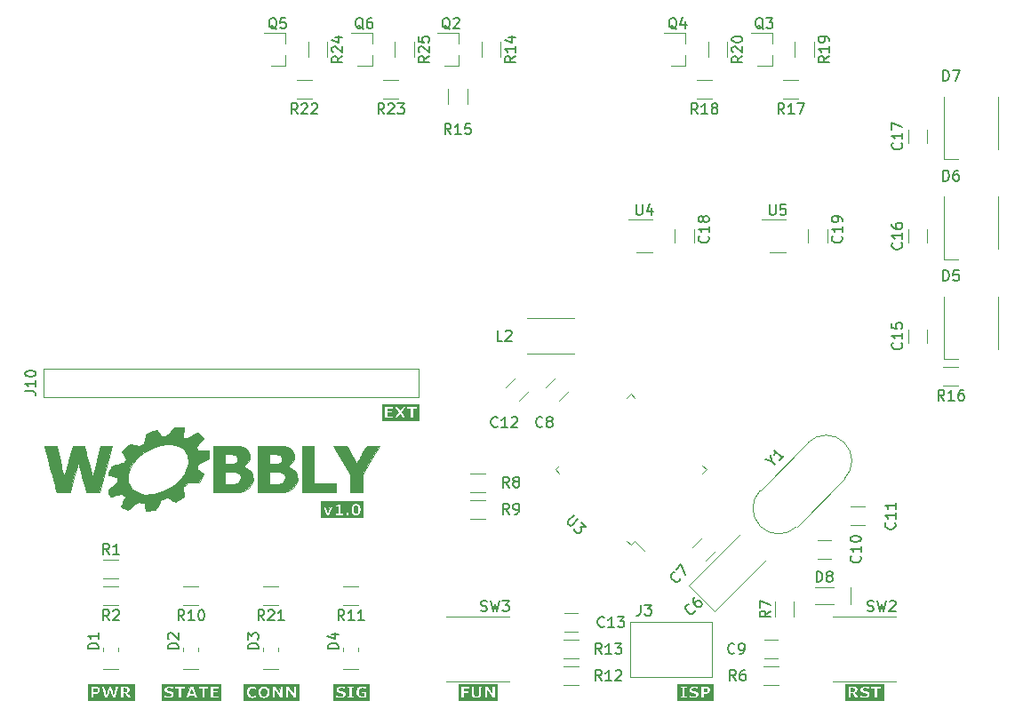
<source format=gto>
G04 #@! TF.GenerationSoftware,KiCad,Pcbnew,(5.1.10)-1*
G04 #@! TF.CreationDate,2021-07-15T20:03:02+02:00*
G04 #@! TF.ProjectId,wobbly,776f6262-6c79-42e6-9b69-6361645f7063,v1.0*
G04 #@! TF.SameCoordinates,Original*
G04 #@! TF.FileFunction,Legend,Top*
G04 #@! TF.FilePolarity,Positive*
%FSLAX46Y46*%
G04 Gerber Fmt 4.6, Leading zero omitted, Abs format (unit mm)*
G04 Created by KiCad (PCBNEW (5.1.10)-1) date 2021-07-15 20:03:02*
%MOMM*%
%LPD*%
G01*
G04 APERTURE LIST*
%ADD10C,0.010000*%
%ADD11C,0.120000*%
%ADD12C,0.150000*%
G04 APERTURE END LIST*
D10*
G04 #@! TO.C,G6*
G36*
X53978007Y-93891385D02*
G01*
X54039297Y-93919011D01*
X54090448Y-93965172D01*
X54131353Y-94029789D01*
X54144965Y-94061153D01*
X54160807Y-94120259D01*
X54169147Y-94191656D01*
X54169988Y-94267846D01*
X54163338Y-94341329D01*
X54149202Y-94404608D01*
X54144701Y-94417429D01*
X54108026Y-94488753D01*
X54060033Y-94542900D01*
X54001984Y-94579124D01*
X53935141Y-94596680D01*
X53860766Y-94594824D01*
X53848000Y-94592628D01*
X53787755Y-94572218D01*
X53737189Y-94535140D01*
X53694358Y-94479775D01*
X53678666Y-94451579D01*
X53663591Y-94421396D01*
X53653287Y-94396995D01*
X53646846Y-94373202D01*
X53643361Y-94344842D01*
X53641923Y-94306740D01*
X53641627Y-94253722D01*
X53641625Y-94240358D01*
X53641869Y-94182974D01*
X53643155Y-94141529D01*
X53646314Y-94110793D01*
X53652176Y-94085539D01*
X53661572Y-94060540D01*
X53674764Y-94031767D01*
X53712868Y-93967778D01*
X53758702Y-93922715D01*
X53814696Y-93895012D01*
X53883284Y-93883101D01*
X53906682Y-93882374D01*
X53978007Y-93891385D01*
G37*
X53978007Y-93891385D02*
X54039297Y-93919011D01*
X54090448Y-93965172D01*
X54131353Y-94029789D01*
X54144965Y-94061153D01*
X54160807Y-94120259D01*
X54169147Y-94191656D01*
X54169988Y-94267846D01*
X54163338Y-94341329D01*
X54149202Y-94404608D01*
X54144701Y-94417429D01*
X54108026Y-94488753D01*
X54060033Y-94542900D01*
X54001984Y-94579124D01*
X53935141Y-94596680D01*
X53860766Y-94594824D01*
X53848000Y-94592628D01*
X53787755Y-94572218D01*
X53737189Y-94535140D01*
X53694358Y-94479775D01*
X53678666Y-94451579D01*
X53663591Y-94421396D01*
X53653287Y-94396995D01*
X53646846Y-94373202D01*
X53643361Y-94344842D01*
X53641923Y-94306740D01*
X53641627Y-94253722D01*
X53641625Y-94240358D01*
X53641869Y-94182974D01*
X53643155Y-94141529D01*
X53646314Y-94110793D01*
X53652176Y-94085539D01*
X53661572Y-94060540D01*
X53674764Y-94031767D01*
X53712868Y-93967778D01*
X53758702Y-93922715D01*
X53814696Y-93895012D01*
X53883284Y-93883101D01*
X53906682Y-93882374D01*
X53978007Y-93891385D01*
G36*
X57224083Y-94996000D02*
G01*
X52006500Y-94996000D01*
X52006500Y-94244583D01*
X52229117Y-94244583D01*
X52237683Y-94362688D01*
X52263003Y-94469181D01*
X52304513Y-94563263D01*
X52361648Y-94644132D01*
X52433844Y-94710988D01*
X52520536Y-94763030D01*
X52620333Y-94799240D01*
X52669107Y-94808010D01*
X52731882Y-94813354D01*
X52801767Y-94815257D01*
X52871872Y-94813705D01*
X52935308Y-94808683D01*
X52985184Y-94800178D01*
X52985880Y-94800002D01*
X53030277Y-94787044D01*
X53081561Y-94769714D01*
X53120361Y-94755023D01*
X53191764Y-94726125D01*
X53191798Y-94591187D01*
X53191506Y-94530436D01*
X53189241Y-94489132D01*
X53182979Y-94465556D01*
X53170695Y-94457987D01*
X53150362Y-94464706D01*
X53119956Y-94483994D01*
X53090279Y-94504991D01*
X53012453Y-94553305D01*
X52939053Y-94583256D01*
X52866660Y-94596138D01*
X52847875Y-94596848D01*
X52765203Y-94588817D01*
X52693860Y-94562959D01*
X52634115Y-94519439D01*
X52586236Y-94458422D01*
X52568588Y-94425204D01*
X52556597Y-94397678D01*
X52548659Y-94372370D01*
X52543955Y-94343769D01*
X52541668Y-94306368D01*
X52540977Y-94254657D01*
X52540958Y-94239291D01*
X52541127Y-94220095D01*
X53330396Y-94220095D01*
X53334883Y-94327285D01*
X53353316Y-94430359D01*
X53385697Y-94524308D01*
X53400622Y-94554660D01*
X53453287Y-94631069D01*
X53522443Y-94697788D01*
X53604625Y-94752186D01*
X53696369Y-94791634D01*
X53723178Y-94799609D01*
X53771559Y-94808357D01*
X53833793Y-94813540D01*
X53902869Y-94815153D01*
X53971775Y-94813189D01*
X54033498Y-94807644D01*
X54075963Y-94799886D01*
X54090464Y-94794916D01*
X54684083Y-94794916D01*
X54958975Y-94794916D01*
X54964541Y-94064770D01*
X55187877Y-94427197D01*
X55411213Y-94789625D01*
X55700083Y-94795513D01*
X55700083Y-94794916D01*
X55975250Y-94794916D01*
X56250142Y-94794916D01*
X56255708Y-94064770D01*
X56479044Y-94427197D01*
X56702380Y-94789625D01*
X56991250Y-94795513D01*
X56991250Y-93683666D01*
X56716407Y-93683666D01*
X56710791Y-94290378D01*
X56520189Y-93989668D01*
X56329586Y-93688958D01*
X55975250Y-93683154D01*
X55975250Y-94794916D01*
X55700083Y-94794916D01*
X55700083Y-93683666D01*
X55425241Y-93683666D01*
X55419625Y-94290378D01*
X55229022Y-93989668D01*
X55038420Y-93688958D01*
X54861251Y-93686056D01*
X54684083Y-93683154D01*
X54684083Y-94794916D01*
X54090464Y-94794916D01*
X54170200Y-94767588D01*
X54251313Y-94721468D01*
X54319686Y-94663353D01*
X54379761Y-94592709D01*
X54424135Y-94515399D01*
X54453857Y-94428538D01*
X54469977Y-94329237D01*
X54473784Y-94239291D01*
X54467750Y-94128012D01*
X54448951Y-94031474D01*
X54416335Y-93946788D01*
X54368855Y-93871067D01*
X54319686Y-93815229D01*
X54248988Y-93755198D01*
X54171568Y-93710997D01*
X54084546Y-93681577D01*
X53985045Y-93665887D01*
X53900916Y-93662500D01*
X53809641Y-93666250D01*
X53731296Y-93678475D01*
X53658839Y-93700632D01*
X53606601Y-93723437D01*
X53551264Y-93757833D01*
X53494828Y-93805762D01*
X53443717Y-93860972D01*
X53404354Y-93917211D01*
X53400622Y-93923923D01*
X53363266Y-94013404D01*
X53339858Y-94113798D01*
X53330396Y-94220095D01*
X52541127Y-94220095D01*
X52541460Y-94182345D01*
X52543471Y-94141079D01*
X52547746Y-94110020D01*
X52555041Y-94083694D01*
X52566112Y-94056628D01*
X52566208Y-94056417D01*
X52593678Y-94010087D01*
X52631104Y-93965517D01*
X52642377Y-93954762D01*
X52705708Y-93911093D01*
X52775983Y-93886661D01*
X52851548Y-93881361D01*
X52930748Y-93895087D01*
X53011928Y-93927735D01*
X53093434Y-93979201D01*
X53099320Y-93983668D01*
X53129958Y-94004597D01*
X53156980Y-94018638D01*
X53170758Y-94022333D01*
X53179394Y-94021139D01*
X53185283Y-94015298D01*
X53188948Y-94001426D01*
X53190912Y-93976134D01*
X53191699Y-93936036D01*
X53191833Y-93885940D01*
X53191833Y-93749548D01*
X53125687Y-93721941D01*
X53077237Y-93703920D01*
X53023175Y-93687013D01*
X52990750Y-93678574D01*
X52932521Y-93669238D01*
X52862489Y-93664099D01*
X52787848Y-93663145D01*
X52715794Y-93666360D01*
X52653522Y-93673732D01*
X52627152Y-93679266D01*
X52527051Y-93715070D01*
X52440234Y-93766913D01*
X52367382Y-93833831D01*
X52309173Y-93914859D01*
X52266286Y-94009033D01*
X52239400Y-94115388D01*
X52229194Y-94232960D01*
X52229117Y-94244583D01*
X52006500Y-94244583D01*
X52006500Y-93472000D01*
X57224083Y-93472000D01*
X57224083Y-94996000D01*
G37*
X57224083Y-94996000D02*
X52006500Y-94996000D01*
X52006500Y-94244583D01*
X52229117Y-94244583D01*
X52237683Y-94362688D01*
X52263003Y-94469181D01*
X52304513Y-94563263D01*
X52361648Y-94644132D01*
X52433844Y-94710988D01*
X52520536Y-94763030D01*
X52620333Y-94799240D01*
X52669107Y-94808010D01*
X52731882Y-94813354D01*
X52801767Y-94815257D01*
X52871872Y-94813705D01*
X52935308Y-94808683D01*
X52985184Y-94800178D01*
X52985880Y-94800002D01*
X53030277Y-94787044D01*
X53081561Y-94769714D01*
X53120361Y-94755023D01*
X53191764Y-94726125D01*
X53191798Y-94591187D01*
X53191506Y-94530436D01*
X53189241Y-94489132D01*
X53182979Y-94465556D01*
X53170695Y-94457987D01*
X53150362Y-94464706D01*
X53119956Y-94483994D01*
X53090279Y-94504991D01*
X53012453Y-94553305D01*
X52939053Y-94583256D01*
X52866660Y-94596138D01*
X52847875Y-94596848D01*
X52765203Y-94588817D01*
X52693860Y-94562959D01*
X52634115Y-94519439D01*
X52586236Y-94458422D01*
X52568588Y-94425204D01*
X52556597Y-94397678D01*
X52548659Y-94372370D01*
X52543955Y-94343769D01*
X52541668Y-94306368D01*
X52540977Y-94254657D01*
X52540958Y-94239291D01*
X52541127Y-94220095D01*
X53330396Y-94220095D01*
X53334883Y-94327285D01*
X53353316Y-94430359D01*
X53385697Y-94524308D01*
X53400622Y-94554660D01*
X53453287Y-94631069D01*
X53522443Y-94697788D01*
X53604625Y-94752186D01*
X53696369Y-94791634D01*
X53723178Y-94799609D01*
X53771559Y-94808357D01*
X53833793Y-94813540D01*
X53902869Y-94815153D01*
X53971775Y-94813189D01*
X54033498Y-94807644D01*
X54075963Y-94799886D01*
X54090464Y-94794916D01*
X54684083Y-94794916D01*
X54958975Y-94794916D01*
X54964541Y-94064770D01*
X55187877Y-94427197D01*
X55411213Y-94789625D01*
X55700083Y-94795513D01*
X55700083Y-94794916D01*
X55975250Y-94794916D01*
X56250142Y-94794916D01*
X56255708Y-94064770D01*
X56479044Y-94427197D01*
X56702380Y-94789625D01*
X56991250Y-94795513D01*
X56991250Y-93683666D01*
X56716407Y-93683666D01*
X56710791Y-94290378D01*
X56520189Y-93989668D01*
X56329586Y-93688958D01*
X55975250Y-93683154D01*
X55975250Y-94794916D01*
X55700083Y-94794916D01*
X55700083Y-93683666D01*
X55425241Y-93683666D01*
X55419625Y-94290378D01*
X55229022Y-93989668D01*
X55038420Y-93688958D01*
X54861251Y-93686056D01*
X54684083Y-93683154D01*
X54684083Y-94794916D01*
X54090464Y-94794916D01*
X54170200Y-94767588D01*
X54251313Y-94721468D01*
X54319686Y-94663353D01*
X54379761Y-94592709D01*
X54424135Y-94515399D01*
X54453857Y-94428538D01*
X54469977Y-94329237D01*
X54473784Y-94239291D01*
X54467750Y-94128012D01*
X54448951Y-94031474D01*
X54416335Y-93946788D01*
X54368855Y-93871067D01*
X54319686Y-93815229D01*
X54248988Y-93755198D01*
X54171568Y-93710997D01*
X54084546Y-93681577D01*
X53985045Y-93665887D01*
X53900916Y-93662500D01*
X53809641Y-93666250D01*
X53731296Y-93678475D01*
X53658839Y-93700632D01*
X53606601Y-93723437D01*
X53551264Y-93757833D01*
X53494828Y-93805762D01*
X53443717Y-93860972D01*
X53404354Y-93917211D01*
X53400622Y-93923923D01*
X53363266Y-94013404D01*
X53339858Y-94113798D01*
X53330396Y-94220095D01*
X52541127Y-94220095D01*
X52541460Y-94182345D01*
X52543471Y-94141079D01*
X52547746Y-94110020D01*
X52555041Y-94083694D01*
X52566112Y-94056628D01*
X52566208Y-94056417D01*
X52593678Y-94010087D01*
X52631104Y-93965517D01*
X52642377Y-93954762D01*
X52705708Y-93911093D01*
X52775983Y-93886661D01*
X52851548Y-93881361D01*
X52930748Y-93895087D01*
X53011928Y-93927735D01*
X53093434Y-93979201D01*
X53099320Y-93983668D01*
X53129958Y-94004597D01*
X53156980Y-94018638D01*
X53170758Y-94022333D01*
X53179394Y-94021139D01*
X53185283Y-94015298D01*
X53188948Y-94001426D01*
X53190912Y-93976134D01*
X53191699Y-93936036D01*
X53191833Y-93885940D01*
X53191833Y-93749548D01*
X53125687Y-93721941D01*
X53077237Y-93703920D01*
X53023175Y-93687013D01*
X52990750Y-93678574D01*
X52932521Y-93669238D01*
X52862489Y-93664099D01*
X52787848Y-93663145D01*
X52715794Y-93666360D01*
X52653522Y-93673732D01*
X52627152Y-93679266D01*
X52527051Y-93715070D01*
X52440234Y-93766913D01*
X52367382Y-93833831D01*
X52309173Y-93914859D01*
X52266286Y-94009033D01*
X52239400Y-94115388D01*
X52229194Y-94232960D01*
X52229117Y-94244583D01*
X52006500Y-94244583D01*
X52006500Y-93472000D01*
X57224083Y-93472000D01*
X57224083Y-94996000D01*
G04 #@! TO.C,G3*
G36*
X68696417Y-68326000D02*
G01*
X65172167Y-68326000D01*
X65172167Y-67003083D01*
X65394417Y-67003083D01*
X65394417Y-68114333D01*
X66209333Y-68114333D01*
X66209333Y-67902666D01*
X65690750Y-67902666D01*
X65690750Y-67616916D01*
X66167000Y-67616916D01*
X66167000Y-67405250D01*
X65690750Y-67405250D01*
X65690750Y-67214750D01*
X66209333Y-67214750D01*
X66209333Y-67003083D01*
X66313181Y-67003083D01*
X66349157Y-67053354D01*
X66365129Y-67075921D01*
X66391064Y-67112859D01*
X66424854Y-67161154D01*
X66464392Y-67217790D01*
X66507570Y-67279751D01*
X66541966Y-67329186D01*
X66698799Y-67554747D01*
X66667377Y-67599061D01*
X66622812Y-67662114D01*
X66576141Y-67728508D01*
X66528933Y-67795976D01*
X66482756Y-67862250D01*
X66439181Y-67925062D01*
X66399775Y-67982145D01*
X66366109Y-68031230D01*
X66339751Y-68070051D01*
X66322270Y-68096339D01*
X66315235Y-68107827D01*
X66315167Y-68108084D01*
X66325140Y-68110259D01*
X66352619Y-68112105D01*
X66393946Y-68113477D01*
X66445461Y-68114232D01*
X66473825Y-68114333D01*
X66632484Y-68114333D01*
X66870994Y-67756929D01*
X66987309Y-67935608D01*
X67103625Y-68114286D01*
X67270312Y-68114310D01*
X67327010Y-68113937D01*
X67375435Y-68112894D01*
X67412015Y-68111316D01*
X67433182Y-68109337D01*
X67437000Y-68107989D01*
X67431224Y-68098013D01*
X67414872Y-68072801D01*
X67389405Y-68034530D01*
X67356283Y-67985373D01*
X67316968Y-67927507D01*
X67272921Y-67863107D01*
X67253936Y-67835468D01*
X67207954Y-67768561D01*
X67165663Y-67706931D01*
X67128608Y-67652836D01*
X67098332Y-67608533D01*
X67076379Y-67576281D01*
X67064295Y-67558336D01*
X67062602Y-67555723D01*
X67066116Y-67542636D01*
X67082319Y-67513258D01*
X67110928Y-67468025D01*
X67151661Y-67407375D01*
X67204237Y-67331745D01*
X67236727Y-67285848D01*
X67283217Y-67220556D01*
X67326025Y-67160508D01*
X67363529Y-67107971D01*
X67394111Y-67065212D01*
X67416150Y-67034497D01*
X67428025Y-67018094D01*
X67429357Y-67016312D01*
X67429199Y-67011142D01*
X67417915Y-67007439D01*
X67393143Y-67005000D01*
X67352526Y-67003622D01*
X67293705Y-67003103D01*
X67275738Y-67003083D01*
X67479333Y-67003083D01*
X67479333Y-67214750D01*
X67828583Y-67214750D01*
X67828583Y-68114333D01*
X68124917Y-68114333D01*
X68124917Y-67214750D01*
X68474167Y-67214750D01*
X68474167Y-67003083D01*
X67479333Y-67003083D01*
X67275738Y-67003083D01*
X67111884Y-67003083D01*
X67023592Y-67132729D01*
X66989733Y-67182305D01*
X66957672Y-67228994D01*
X66930451Y-67268384D01*
X66911110Y-67296067D01*
X66907112Y-67301689D01*
X66878924Y-67341003D01*
X66766342Y-67172043D01*
X66653761Y-67003083D01*
X66313181Y-67003083D01*
X66209333Y-67003083D01*
X65394417Y-67003083D01*
X65172167Y-67003083D01*
X65172167Y-66802000D01*
X68696417Y-66802000D01*
X68696417Y-68326000D01*
G37*
X68696417Y-68326000D02*
X65172167Y-68326000D01*
X65172167Y-67003083D01*
X65394417Y-67003083D01*
X65394417Y-68114333D01*
X66209333Y-68114333D01*
X66209333Y-67902666D01*
X65690750Y-67902666D01*
X65690750Y-67616916D01*
X66167000Y-67616916D01*
X66167000Y-67405250D01*
X65690750Y-67405250D01*
X65690750Y-67214750D01*
X66209333Y-67214750D01*
X66209333Y-67003083D01*
X66313181Y-67003083D01*
X66349157Y-67053354D01*
X66365129Y-67075921D01*
X66391064Y-67112859D01*
X66424854Y-67161154D01*
X66464392Y-67217790D01*
X66507570Y-67279751D01*
X66541966Y-67329186D01*
X66698799Y-67554747D01*
X66667377Y-67599061D01*
X66622812Y-67662114D01*
X66576141Y-67728508D01*
X66528933Y-67795976D01*
X66482756Y-67862250D01*
X66439181Y-67925062D01*
X66399775Y-67982145D01*
X66366109Y-68031230D01*
X66339751Y-68070051D01*
X66322270Y-68096339D01*
X66315235Y-68107827D01*
X66315167Y-68108084D01*
X66325140Y-68110259D01*
X66352619Y-68112105D01*
X66393946Y-68113477D01*
X66445461Y-68114232D01*
X66473825Y-68114333D01*
X66632484Y-68114333D01*
X66870994Y-67756929D01*
X66987309Y-67935608D01*
X67103625Y-68114286D01*
X67270312Y-68114310D01*
X67327010Y-68113937D01*
X67375435Y-68112894D01*
X67412015Y-68111316D01*
X67433182Y-68109337D01*
X67437000Y-68107989D01*
X67431224Y-68098013D01*
X67414872Y-68072801D01*
X67389405Y-68034530D01*
X67356283Y-67985373D01*
X67316968Y-67927507D01*
X67272921Y-67863107D01*
X67253936Y-67835468D01*
X67207954Y-67768561D01*
X67165663Y-67706931D01*
X67128608Y-67652836D01*
X67098332Y-67608533D01*
X67076379Y-67576281D01*
X67064295Y-67558336D01*
X67062602Y-67555723D01*
X67066116Y-67542636D01*
X67082319Y-67513258D01*
X67110928Y-67468025D01*
X67151661Y-67407375D01*
X67204237Y-67331745D01*
X67236727Y-67285848D01*
X67283217Y-67220556D01*
X67326025Y-67160508D01*
X67363529Y-67107971D01*
X67394111Y-67065212D01*
X67416150Y-67034497D01*
X67428025Y-67018094D01*
X67429357Y-67016312D01*
X67429199Y-67011142D01*
X67417915Y-67007439D01*
X67393143Y-67005000D01*
X67352526Y-67003622D01*
X67293705Y-67003103D01*
X67275738Y-67003083D01*
X67479333Y-67003083D01*
X67479333Y-67214750D01*
X67828583Y-67214750D01*
X67828583Y-68114333D01*
X68124917Y-68114333D01*
X68124917Y-67214750D01*
X68474167Y-67214750D01*
X68474167Y-67003083D01*
X67479333Y-67003083D01*
X67275738Y-67003083D01*
X67111884Y-67003083D01*
X67023592Y-67132729D01*
X66989733Y-67182305D01*
X66957672Y-67228994D01*
X66930451Y-67268384D01*
X66911110Y-67296067D01*
X66907112Y-67301689D01*
X66878924Y-67341003D01*
X66766342Y-67172043D01*
X66653761Y-67003083D01*
X66313181Y-67003083D01*
X66209333Y-67003083D01*
X65394417Y-67003083D01*
X65172167Y-67003083D01*
X65172167Y-66802000D01*
X68696417Y-66802000D01*
X68696417Y-68326000D01*
G04 #@! TO.C,G10*
G36*
X109957588Y-93877874D02*
G01*
X110027446Y-93884088D01*
X110079284Y-93893816D01*
X110116134Y-93908350D01*
X110141028Y-93928980D01*
X110156994Y-93956997D01*
X110159476Y-93963879D01*
X110167588Y-94017296D01*
X110157502Y-94067674D01*
X110131135Y-94110478D01*
X110090407Y-94141177D01*
X110083031Y-94144519D01*
X110057983Y-94151355D01*
X110018490Y-94158132D01*
X109971253Y-94163796D01*
X109947225Y-94165853D01*
X109844417Y-94173400D01*
X109844417Y-93870950D01*
X109957588Y-93877874D01*
G37*
X109957588Y-93877874D02*
X110027446Y-93884088D01*
X110079284Y-93893816D01*
X110116134Y-93908350D01*
X110141028Y-93928980D01*
X110156994Y-93956997D01*
X110159476Y-93963879D01*
X110167588Y-94017296D01*
X110157502Y-94067674D01*
X110131135Y-94110478D01*
X110090407Y-94141177D01*
X110083031Y-94144519D01*
X110057983Y-94151355D01*
X110018490Y-94158132D01*
X109971253Y-94163796D01*
X109947225Y-94165853D01*
X109844417Y-94173400D01*
X109844417Y-93870950D01*
X109957588Y-93877874D01*
G36*
X112924167Y-94996000D02*
G01*
X109325834Y-94996000D01*
X109325834Y-94784333D01*
X109548084Y-94784333D01*
X109844417Y-94784333D01*
X109844417Y-94370527D01*
X109965607Y-94376875D01*
X110114033Y-94580239D01*
X110262459Y-94783604D01*
X110439729Y-94783969D01*
X110498310Y-94783779D01*
X110548724Y-94783025D01*
X110587512Y-94781806D01*
X110611211Y-94780222D01*
X110617000Y-94778845D01*
X110610796Y-94769363D01*
X110593279Y-94745326D01*
X110566091Y-94708916D01*
X110530875Y-94662315D01*
X110489272Y-94607707D01*
X110442925Y-94547275D01*
X110436362Y-94538748D01*
X110433193Y-94534631D01*
X110681741Y-94534631D01*
X110682797Y-94589625D01*
X110682830Y-94591122D01*
X110685792Y-94725995D01*
X110751897Y-94749540D01*
X110833366Y-94774920D01*
X110914070Y-94791810D01*
X111001159Y-94801342D01*
X111099495Y-94804637D01*
X111172211Y-94803933D01*
X111230156Y-94800423D01*
X111279608Y-94793543D01*
X111318242Y-94784985D01*
X111415861Y-94752257D01*
X111495521Y-94708494D01*
X111557457Y-94653476D01*
X111601906Y-94586984D01*
X111629103Y-94508799D01*
X111632333Y-94492639D01*
X111637552Y-94421298D01*
X111629167Y-94351070D01*
X111608180Y-94290111D01*
X111607172Y-94288135D01*
X111579697Y-94250524D01*
X111537759Y-94211562D01*
X111487195Y-94175896D01*
X111433842Y-94148176D01*
X111428883Y-94146142D01*
X111393486Y-94133878D01*
X111343569Y-94119088D01*
X111285346Y-94103504D01*
X111225032Y-94088857D01*
X111215454Y-94086682D01*
X111143104Y-94069722D01*
X111088984Y-94054919D01*
X111050451Y-94040911D01*
X111024865Y-94026338D01*
X111009583Y-94009837D01*
X111001962Y-93990047D01*
X110999935Y-93975629D01*
X111004849Y-93933441D01*
X111027634Y-93901101D01*
X111068593Y-93878441D01*
X111128027Y-93865293D01*
X111204649Y-93861476D01*
X111292877Y-93869916D01*
X111383100Y-93892346D01*
X111466802Y-93926301D01*
X111506927Y-93948966D01*
X111539463Y-93969020D01*
X111562249Y-93979241D01*
X111577021Y-93977561D01*
X111585515Y-93961916D01*
X111589465Y-93930238D01*
X111590607Y-93880462D01*
X111590667Y-93849250D01*
X111590667Y-93718500D01*
X111513938Y-93696283D01*
X111430973Y-93674666D01*
X111422237Y-93673083D01*
X111707084Y-93673083D01*
X111707084Y-93884750D01*
X112056334Y-93884750D01*
X112056334Y-94784333D01*
X112352667Y-94784333D01*
X112352667Y-93884750D01*
X112701917Y-93884750D01*
X112701917Y-93673083D01*
X111707084Y-93673083D01*
X111422237Y-93673083D01*
X111355448Y-93660981D01*
X111277752Y-93653899D01*
X111194494Y-93652073D01*
X111077172Y-93658726D01*
X110975580Y-93678610D01*
X110888621Y-93712112D01*
X110815197Y-93759622D01*
X110770542Y-93802225D01*
X110725788Y-93867121D01*
X110699212Y-93939929D01*
X110691275Y-94016985D01*
X110702437Y-94094619D01*
X110726105Y-94156021D01*
X110753869Y-94200947D01*
X110789353Y-94239239D01*
X110834952Y-94272175D01*
X110893063Y-94301029D01*
X110966081Y-94327079D01*
X111056401Y-94351600D01*
X111121005Y-94366350D01*
X111171345Y-94377810D01*
X111215853Y-94389000D01*
X111249375Y-94398556D01*
X111265823Y-94404601D01*
X111308661Y-94434679D01*
X111331887Y-94468867D01*
X111335478Y-94504436D01*
X111319411Y-94538661D01*
X111283663Y-94568814D01*
X111267260Y-94577540D01*
X111231580Y-94587868D01*
X111181333Y-94593833D01*
X111122668Y-94595411D01*
X111061735Y-94592581D01*
X111004682Y-94585319D01*
X110974115Y-94578623D01*
X110922150Y-94561252D01*
X110862789Y-94536146D01*
X110804968Y-94507449D01*
X110757625Y-94479306D01*
X110752950Y-94476076D01*
X110726089Y-94461912D01*
X110702363Y-94456250D01*
X110693135Y-94457106D01*
X110686954Y-94461955D01*
X110683324Y-94474213D01*
X110681752Y-94497300D01*
X110681741Y-94534631D01*
X110433193Y-94534631D01*
X110255724Y-94304138D01*
X110285550Y-94288871D01*
X110347603Y-94247375D01*
X110401275Y-94192915D01*
X110431585Y-94147896D01*
X110447951Y-94114290D01*
X110458132Y-94081942D01*
X110463987Y-94043003D01*
X110466965Y-93998618D01*
X110468536Y-93951469D01*
X110467044Y-93918066D01*
X110461326Y-93891075D01*
X110450218Y-93863162D01*
X110443124Y-93848292D01*
X110411502Y-93796197D01*
X110371023Y-93754885D01*
X110316586Y-93719640D01*
X110288917Y-93705787D01*
X110230709Y-93678375D01*
X109889396Y-93675065D01*
X109548084Y-93671755D01*
X109548084Y-94784333D01*
X109325834Y-94784333D01*
X109325834Y-93472000D01*
X112924167Y-93472000D01*
X112924167Y-94996000D01*
G37*
X112924167Y-94996000D02*
X109325834Y-94996000D01*
X109325834Y-94784333D01*
X109548084Y-94784333D01*
X109844417Y-94784333D01*
X109844417Y-94370527D01*
X109965607Y-94376875D01*
X110114033Y-94580239D01*
X110262459Y-94783604D01*
X110439729Y-94783969D01*
X110498310Y-94783779D01*
X110548724Y-94783025D01*
X110587512Y-94781806D01*
X110611211Y-94780222D01*
X110617000Y-94778845D01*
X110610796Y-94769363D01*
X110593279Y-94745326D01*
X110566091Y-94708916D01*
X110530875Y-94662315D01*
X110489272Y-94607707D01*
X110442925Y-94547275D01*
X110436362Y-94538748D01*
X110433193Y-94534631D01*
X110681741Y-94534631D01*
X110682797Y-94589625D01*
X110682830Y-94591122D01*
X110685792Y-94725995D01*
X110751897Y-94749540D01*
X110833366Y-94774920D01*
X110914070Y-94791810D01*
X111001159Y-94801342D01*
X111099495Y-94804637D01*
X111172211Y-94803933D01*
X111230156Y-94800423D01*
X111279608Y-94793543D01*
X111318242Y-94784985D01*
X111415861Y-94752257D01*
X111495521Y-94708494D01*
X111557457Y-94653476D01*
X111601906Y-94586984D01*
X111629103Y-94508799D01*
X111632333Y-94492639D01*
X111637552Y-94421298D01*
X111629167Y-94351070D01*
X111608180Y-94290111D01*
X111607172Y-94288135D01*
X111579697Y-94250524D01*
X111537759Y-94211562D01*
X111487195Y-94175896D01*
X111433842Y-94148176D01*
X111428883Y-94146142D01*
X111393486Y-94133878D01*
X111343569Y-94119088D01*
X111285346Y-94103504D01*
X111225032Y-94088857D01*
X111215454Y-94086682D01*
X111143104Y-94069722D01*
X111088984Y-94054919D01*
X111050451Y-94040911D01*
X111024865Y-94026338D01*
X111009583Y-94009837D01*
X111001962Y-93990047D01*
X110999935Y-93975629D01*
X111004849Y-93933441D01*
X111027634Y-93901101D01*
X111068593Y-93878441D01*
X111128027Y-93865293D01*
X111204649Y-93861476D01*
X111292877Y-93869916D01*
X111383100Y-93892346D01*
X111466802Y-93926301D01*
X111506927Y-93948966D01*
X111539463Y-93969020D01*
X111562249Y-93979241D01*
X111577021Y-93977561D01*
X111585515Y-93961916D01*
X111589465Y-93930238D01*
X111590607Y-93880462D01*
X111590667Y-93849250D01*
X111590667Y-93718500D01*
X111513938Y-93696283D01*
X111430973Y-93674666D01*
X111422237Y-93673083D01*
X111707084Y-93673083D01*
X111707084Y-93884750D01*
X112056334Y-93884750D01*
X112056334Y-94784333D01*
X112352667Y-94784333D01*
X112352667Y-93884750D01*
X112701917Y-93884750D01*
X112701917Y-93673083D01*
X111707084Y-93673083D01*
X111422237Y-93673083D01*
X111355448Y-93660981D01*
X111277752Y-93653899D01*
X111194494Y-93652073D01*
X111077172Y-93658726D01*
X110975580Y-93678610D01*
X110888621Y-93712112D01*
X110815197Y-93759622D01*
X110770542Y-93802225D01*
X110725788Y-93867121D01*
X110699212Y-93939929D01*
X110691275Y-94016985D01*
X110702437Y-94094619D01*
X110726105Y-94156021D01*
X110753869Y-94200947D01*
X110789353Y-94239239D01*
X110834952Y-94272175D01*
X110893063Y-94301029D01*
X110966081Y-94327079D01*
X111056401Y-94351600D01*
X111121005Y-94366350D01*
X111171345Y-94377810D01*
X111215853Y-94389000D01*
X111249375Y-94398556D01*
X111265823Y-94404601D01*
X111308661Y-94434679D01*
X111331887Y-94468867D01*
X111335478Y-94504436D01*
X111319411Y-94538661D01*
X111283663Y-94568814D01*
X111267260Y-94577540D01*
X111231580Y-94587868D01*
X111181333Y-94593833D01*
X111122668Y-94595411D01*
X111061735Y-94592581D01*
X111004682Y-94585319D01*
X110974115Y-94578623D01*
X110922150Y-94561252D01*
X110862789Y-94536146D01*
X110804968Y-94507449D01*
X110757625Y-94479306D01*
X110752950Y-94476076D01*
X110726089Y-94461912D01*
X110702363Y-94456250D01*
X110693135Y-94457106D01*
X110686954Y-94461955D01*
X110683324Y-94474213D01*
X110681752Y-94497300D01*
X110681741Y-94534631D01*
X110433193Y-94534631D01*
X110255724Y-94304138D01*
X110285550Y-94288871D01*
X110347603Y-94247375D01*
X110401275Y-94192915D01*
X110431585Y-94147896D01*
X110447951Y-94114290D01*
X110458132Y-94081942D01*
X110463987Y-94043003D01*
X110466965Y-93998618D01*
X110468536Y-93951469D01*
X110467044Y-93918066D01*
X110461326Y-93891075D01*
X110450218Y-93863162D01*
X110443124Y-93848292D01*
X110411502Y-93796197D01*
X110371023Y-93754885D01*
X110316586Y-93719640D01*
X110288917Y-93705787D01*
X110230709Y-93678375D01*
X109889396Y-93675065D01*
X109548084Y-93671755D01*
X109548084Y-94784333D01*
X109325834Y-94784333D01*
X109325834Y-93472000D01*
X112924167Y-93472000D01*
X112924167Y-94996000D01*
G04 #@! TO.C,G9*
G36*
X95913725Y-93889396D02*
G01*
X95989225Y-93897833D01*
X96046016Y-93911571D01*
X96086209Y-93932092D01*
X96111915Y-93960878D01*
X96125242Y-93999411D01*
X96128417Y-94040161D01*
X96123509Y-94093458D01*
X96107474Y-94134721D01*
X96078341Y-94165459D01*
X96034141Y-94187178D01*
X95972903Y-94201389D01*
X95908553Y-94208499D01*
X95810917Y-94215870D01*
X95810917Y-93881849D01*
X95913725Y-93889396D01*
G37*
X95913725Y-93889396D02*
X95989225Y-93897833D01*
X96046016Y-93911571D01*
X96086209Y-93932092D01*
X96111915Y-93960878D01*
X96125242Y-93999411D01*
X96128417Y-94040161D01*
X96123509Y-94093458D01*
X96107474Y-94134721D01*
X96078341Y-94165459D01*
X96034141Y-94187178D01*
X95972903Y-94201389D01*
X95908553Y-94208499D01*
X95810917Y-94215870D01*
X95810917Y-93881849D01*
X95913725Y-93889396D01*
G36*
X96657583Y-94996000D02*
G01*
X93334417Y-94996000D01*
X93334417Y-93673083D01*
X93546083Y-93673083D01*
X93546083Y-93874166D01*
X93726000Y-93874166D01*
X93726000Y-94583250D01*
X93546083Y-94583250D01*
X93546083Y-94784333D01*
X94202250Y-94784333D01*
X94202250Y-94583250D01*
X94022333Y-94583250D01*
X94022333Y-94534631D01*
X94372824Y-94534631D01*
X94373880Y-94589625D01*
X94373913Y-94591122D01*
X94376875Y-94725995D01*
X94442980Y-94749540D01*
X94524449Y-94774920D01*
X94605153Y-94791810D01*
X94692242Y-94801342D01*
X94790578Y-94804637D01*
X94863294Y-94803933D01*
X94921239Y-94800423D01*
X94970691Y-94793543D01*
X95009325Y-94784985D01*
X95011269Y-94784333D01*
X95514583Y-94784333D01*
X95810917Y-94784333D01*
X95810917Y-94426761D01*
X95972541Y-94422985D01*
X96034872Y-94421354D01*
X96080578Y-94419341D01*
X96114197Y-94416206D01*
X96140266Y-94411209D01*
X96163326Y-94403609D01*
X96187913Y-94392666D01*
X96202729Y-94385449D01*
X96285528Y-94335778D01*
X96349370Y-94277219D01*
X96394918Y-94208820D01*
X96422837Y-94129626D01*
X96433090Y-94055145D01*
X96430114Y-93963374D01*
X96410057Y-93883397D01*
X96373163Y-93815717D01*
X96319671Y-93760840D01*
X96279440Y-93734117D01*
X96248244Y-93717437D01*
X96218554Y-93704097D01*
X96187543Y-93693729D01*
X96152382Y-93685962D01*
X96110244Y-93680427D01*
X96058301Y-93676753D01*
X95993726Y-93674573D01*
X95913689Y-93673514D01*
X95815364Y-93673209D01*
X95813562Y-93673208D01*
X95514583Y-93673083D01*
X95514583Y-94784333D01*
X95011269Y-94784333D01*
X95106944Y-94752257D01*
X95186604Y-94708494D01*
X95248540Y-94653476D01*
X95292989Y-94586984D01*
X95320186Y-94508799D01*
X95323416Y-94492639D01*
X95328635Y-94421298D01*
X95320250Y-94351070D01*
X95299263Y-94290111D01*
X95298255Y-94288135D01*
X95270780Y-94250524D01*
X95228842Y-94211562D01*
X95178278Y-94175896D01*
X95124925Y-94148176D01*
X95119966Y-94146142D01*
X95084569Y-94133878D01*
X95034652Y-94119088D01*
X94976429Y-94103504D01*
X94916115Y-94088857D01*
X94906537Y-94086682D01*
X94834187Y-94069722D01*
X94780067Y-94054919D01*
X94741534Y-94040911D01*
X94715948Y-94026338D01*
X94700666Y-94009837D01*
X94693045Y-93990047D01*
X94691018Y-93975629D01*
X94695932Y-93933441D01*
X94718717Y-93901101D01*
X94759676Y-93878441D01*
X94819110Y-93865293D01*
X94895732Y-93861476D01*
X94983960Y-93869916D01*
X95074183Y-93892346D01*
X95157885Y-93926301D01*
X95198010Y-93948966D01*
X95230546Y-93969020D01*
X95253332Y-93979241D01*
X95268104Y-93977561D01*
X95276598Y-93961916D01*
X95280548Y-93930238D01*
X95281690Y-93880462D01*
X95281750Y-93849250D01*
X95281750Y-93718500D01*
X95205021Y-93696283D01*
X95122056Y-93674666D01*
X95046531Y-93660981D01*
X94968835Y-93653899D01*
X94885577Y-93652073D01*
X94768255Y-93658726D01*
X94666663Y-93678610D01*
X94579704Y-93712112D01*
X94506280Y-93759622D01*
X94461625Y-93802225D01*
X94416871Y-93867121D01*
X94390295Y-93939929D01*
X94382358Y-94016985D01*
X94393520Y-94094619D01*
X94417188Y-94156021D01*
X94444952Y-94200947D01*
X94480436Y-94239239D01*
X94526035Y-94272175D01*
X94584146Y-94301029D01*
X94657164Y-94327079D01*
X94747484Y-94351600D01*
X94812088Y-94366350D01*
X94862428Y-94377810D01*
X94906936Y-94389000D01*
X94940458Y-94398556D01*
X94956906Y-94404601D01*
X94999744Y-94434679D01*
X95022970Y-94468867D01*
X95026561Y-94504436D01*
X95010494Y-94538661D01*
X94974746Y-94568814D01*
X94958343Y-94577540D01*
X94922663Y-94587868D01*
X94872416Y-94593833D01*
X94813751Y-94595411D01*
X94752818Y-94592581D01*
X94695765Y-94585319D01*
X94665198Y-94578623D01*
X94613233Y-94561252D01*
X94553872Y-94536146D01*
X94496051Y-94507449D01*
X94448708Y-94479306D01*
X94444033Y-94476076D01*
X94417172Y-94461912D01*
X94393446Y-94456250D01*
X94384218Y-94457106D01*
X94378037Y-94461955D01*
X94374407Y-94474213D01*
X94372835Y-94497300D01*
X94372824Y-94534631D01*
X94022333Y-94534631D01*
X94022333Y-93874166D01*
X94202250Y-93874166D01*
X94202250Y-93673083D01*
X93546083Y-93673083D01*
X93334417Y-93673083D01*
X93334417Y-93472000D01*
X96657583Y-93472000D01*
X96657583Y-94996000D01*
G37*
X96657583Y-94996000D02*
X93334417Y-94996000D01*
X93334417Y-93673083D01*
X93546083Y-93673083D01*
X93546083Y-93874166D01*
X93726000Y-93874166D01*
X93726000Y-94583250D01*
X93546083Y-94583250D01*
X93546083Y-94784333D01*
X94202250Y-94784333D01*
X94202250Y-94583250D01*
X94022333Y-94583250D01*
X94022333Y-94534631D01*
X94372824Y-94534631D01*
X94373880Y-94589625D01*
X94373913Y-94591122D01*
X94376875Y-94725995D01*
X94442980Y-94749540D01*
X94524449Y-94774920D01*
X94605153Y-94791810D01*
X94692242Y-94801342D01*
X94790578Y-94804637D01*
X94863294Y-94803933D01*
X94921239Y-94800423D01*
X94970691Y-94793543D01*
X95009325Y-94784985D01*
X95011269Y-94784333D01*
X95514583Y-94784333D01*
X95810917Y-94784333D01*
X95810917Y-94426761D01*
X95972541Y-94422985D01*
X96034872Y-94421354D01*
X96080578Y-94419341D01*
X96114197Y-94416206D01*
X96140266Y-94411209D01*
X96163326Y-94403609D01*
X96187913Y-94392666D01*
X96202729Y-94385449D01*
X96285528Y-94335778D01*
X96349370Y-94277219D01*
X96394918Y-94208820D01*
X96422837Y-94129626D01*
X96433090Y-94055145D01*
X96430114Y-93963374D01*
X96410057Y-93883397D01*
X96373163Y-93815717D01*
X96319671Y-93760840D01*
X96279440Y-93734117D01*
X96248244Y-93717437D01*
X96218554Y-93704097D01*
X96187543Y-93693729D01*
X96152382Y-93685962D01*
X96110244Y-93680427D01*
X96058301Y-93676753D01*
X95993726Y-93674573D01*
X95913689Y-93673514D01*
X95815364Y-93673209D01*
X95813562Y-93673208D01*
X95514583Y-93673083D01*
X95514583Y-94784333D01*
X95011269Y-94784333D01*
X95106944Y-94752257D01*
X95186604Y-94708494D01*
X95248540Y-94653476D01*
X95292989Y-94586984D01*
X95320186Y-94508799D01*
X95323416Y-94492639D01*
X95328635Y-94421298D01*
X95320250Y-94351070D01*
X95299263Y-94290111D01*
X95298255Y-94288135D01*
X95270780Y-94250524D01*
X95228842Y-94211562D01*
X95178278Y-94175896D01*
X95124925Y-94148176D01*
X95119966Y-94146142D01*
X95084569Y-94133878D01*
X95034652Y-94119088D01*
X94976429Y-94103504D01*
X94916115Y-94088857D01*
X94906537Y-94086682D01*
X94834187Y-94069722D01*
X94780067Y-94054919D01*
X94741534Y-94040911D01*
X94715948Y-94026338D01*
X94700666Y-94009837D01*
X94693045Y-93990047D01*
X94691018Y-93975629D01*
X94695932Y-93933441D01*
X94718717Y-93901101D01*
X94759676Y-93878441D01*
X94819110Y-93865293D01*
X94895732Y-93861476D01*
X94983960Y-93869916D01*
X95074183Y-93892346D01*
X95157885Y-93926301D01*
X95198010Y-93948966D01*
X95230546Y-93969020D01*
X95253332Y-93979241D01*
X95268104Y-93977561D01*
X95276598Y-93961916D01*
X95280548Y-93930238D01*
X95281690Y-93880462D01*
X95281750Y-93849250D01*
X95281750Y-93718500D01*
X95205021Y-93696283D01*
X95122056Y-93674666D01*
X95046531Y-93660981D01*
X94968835Y-93653899D01*
X94885577Y-93652073D01*
X94768255Y-93658726D01*
X94666663Y-93678610D01*
X94579704Y-93712112D01*
X94506280Y-93759622D01*
X94461625Y-93802225D01*
X94416871Y-93867121D01*
X94390295Y-93939929D01*
X94382358Y-94016985D01*
X94393520Y-94094619D01*
X94417188Y-94156021D01*
X94444952Y-94200947D01*
X94480436Y-94239239D01*
X94526035Y-94272175D01*
X94584146Y-94301029D01*
X94657164Y-94327079D01*
X94747484Y-94351600D01*
X94812088Y-94366350D01*
X94862428Y-94377810D01*
X94906936Y-94389000D01*
X94940458Y-94398556D01*
X94956906Y-94404601D01*
X94999744Y-94434679D01*
X95022970Y-94468867D01*
X95026561Y-94504436D01*
X95010494Y-94538661D01*
X94974746Y-94568814D01*
X94958343Y-94577540D01*
X94922663Y-94587868D01*
X94872416Y-94593833D01*
X94813751Y-94595411D01*
X94752818Y-94592581D01*
X94695765Y-94585319D01*
X94665198Y-94578623D01*
X94613233Y-94561252D01*
X94553872Y-94536146D01*
X94496051Y-94507449D01*
X94448708Y-94479306D01*
X94444033Y-94476076D01*
X94417172Y-94461912D01*
X94393446Y-94456250D01*
X94384218Y-94457106D01*
X94378037Y-94461955D01*
X94374407Y-94474213D01*
X94372835Y-94497300D01*
X94372824Y-94534631D01*
X94022333Y-94534631D01*
X94022333Y-93874166D01*
X94202250Y-93874166D01*
X94202250Y-93673083D01*
X93546083Y-93673083D01*
X93334417Y-93673083D01*
X93334417Y-93472000D01*
X96657583Y-93472000D01*
X96657583Y-94996000D01*
G04 #@! TO.C,G8*
G36*
X76147083Y-94996000D02*
G01*
X72453500Y-94996000D01*
X72453500Y-93673083D01*
X72675750Y-93673083D01*
X72675750Y-94784333D01*
X72972083Y-94784333D01*
X72972083Y-94308083D01*
X73437750Y-94308083D01*
X73437750Y-94096416D01*
X72972083Y-94096416D01*
X72972083Y-93884750D01*
X73480083Y-93884750D01*
X73480083Y-93673083D01*
X73647480Y-93673083D01*
X73651993Y-94072604D01*
X73653296Y-94178202D01*
X73654664Y-94264885D01*
X73656211Y-94334903D01*
X73658050Y-94390506D01*
X73660296Y-94433946D01*
X73663060Y-94467474D01*
X73666457Y-94493340D01*
X73670600Y-94513795D01*
X73675020Y-94529311D01*
X73711670Y-94612590D01*
X73762980Y-94680786D01*
X73829300Y-94734213D01*
X73910980Y-94773186D01*
X73964377Y-94789012D01*
X74015830Y-94797511D01*
X74081146Y-94802557D01*
X74153304Y-94804148D01*
X74225285Y-94802279D01*
X74290068Y-94796948D01*
X74336416Y-94789188D01*
X74351000Y-94784333D01*
X74908833Y-94784333D01*
X75183725Y-94784333D01*
X75186508Y-94419260D01*
X75189291Y-94054186D01*
X75412627Y-94416614D01*
X75635963Y-94779041D01*
X75780398Y-94781986D01*
X75924833Y-94784930D01*
X75924833Y-93673083D01*
X75649991Y-93673083D01*
X75644375Y-94279795D01*
X75453772Y-93979085D01*
X75263170Y-93678375D01*
X75086001Y-93675473D01*
X74908833Y-93672571D01*
X74908833Y-94784333D01*
X74351000Y-94784333D01*
X74426153Y-94759315D01*
X74500559Y-94715225D01*
X74560709Y-94656075D01*
X74607675Y-94581024D01*
X74611069Y-94573936D01*
X74638958Y-94514458D01*
X74642060Y-94093770D01*
X74645161Y-93673083D01*
X74347916Y-93673083D01*
X74347916Y-94062424D01*
X74347884Y-94163536D01*
X74347706Y-94245747D01*
X74347257Y-94311323D01*
X74346415Y-94362528D01*
X74345056Y-94401628D01*
X74343056Y-94430888D01*
X74340292Y-94452575D01*
X74336640Y-94468952D01*
X74331977Y-94482287D01*
X74326178Y-94494843D01*
X74324104Y-94498986D01*
X74292699Y-94542573D01*
X74249178Y-94570972D01*
X74191674Y-94585141D01*
X74152125Y-94587218D01*
X74087482Y-94581296D01*
X74037754Y-94562463D01*
X73999964Y-94529117D01*
X73977500Y-94493291D01*
X73951041Y-94440375D01*
X73947585Y-94056729D01*
X73944128Y-93673083D01*
X73647480Y-93673083D01*
X73480083Y-93673083D01*
X72675750Y-93673083D01*
X72453500Y-93673083D01*
X72453500Y-93472000D01*
X76147083Y-93472000D01*
X76147083Y-94996000D01*
G37*
X76147083Y-94996000D02*
X72453500Y-94996000D01*
X72453500Y-93673083D01*
X72675750Y-93673083D01*
X72675750Y-94784333D01*
X72972083Y-94784333D01*
X72972083Y-94308083D01*
X73437750Y-94308083D01*
X73437750Y-94096416D01*
X72972083Y-94096416D01*
X72972083Y-93884750D01*
X73480083Y-93884750D01*
X73480083Y-93673083D01*
X73647480Y-93673083D01*
X73651993Y-94072604D01*
X73653296Y-94178202D01*
X73654664Y-94264885D01*
X73656211Y-94334903D01*
X73658050Y-94390506D01*
X73660296Y-94433946D01*
X73663060Y-94467474D01*
X73666457Y-94493340D01*
X73670600Y-94513795D01*
X73675020Y-94529311D01*
X73711670Y-94612590D01*
X73762980Y-94680786D01*
X73829300Y-94734213D01*
X73910980Y-94773186D01*
X73964377Y-94789012D01*
X74015830Y-94797511D01*
X74081146Y-94802557D01*
X74153304Y-94804148D01*
X74225285Y-94802279D01*
X74290068Y-94796948D01*
X74336416Y-94789188D01*
X74351000Y-94784333D01*
X74908833Y-94784333D01*
X75183725Y-94784333D01*
X75186508Y-94419260D01*
X75189291Y-94054186D01*
X75412627Y-94416614D01*
X75635963Y-94779041D01*
X75780398Y-94781986D01*
X75924833Y-94784930D01*
X75924833Y-93673083D01*
X75649991Y-93673083D01*
X75644375Y-94279795D01*
X75453772Y-93979085D01*
X75263170Y-93678375D01*
X75086001Y-93675473D01*
X74908833Y-93672571D01*
X74908833Y-94784333D01*
X74351000Y-94784333D01*
X74426153Y-94759315D01*
X74500559Y-94715225D01*
X74560709Y-94656075D01*
X74607675Y-94581024D01*
X74611069Y-94573936D01*
X74638958Y-94514458D01*
X74642060Y-94093770D01*
X74645161Y-93673083D01*
X74347916Y-93673083D01*
X74347916Y-94062424D01*
X74347884Y-94163536D01*
X74347706Y-94245747D01*
X74347257Y-94311323D01*
X74346415Y-94362528D01*
X74345056Y-94401628D01*
X74343056Y-94430888D01*
X74340292Y-94452575D01*
X74336640Y-94468952D01*
X74331977Y-94482287D01*
X74326178Y-94494843D01*
X74324104Y-94498986D01*
X74292699Y-94542573D01*
X74249178Y-94570972D01*
X74191674Y-94585141D01*
X74152125Y-94587218D01*
X74087482Y-94581296D01*
X74037754Y-94562463D01*
X73999964Y-94529117D01*
X73977500Y-94493291D01*
X73951041Y-94440375D01*
X73947585Y-94056729D01*
X73944128Y-93673083D01*
X73647480Y-93673083D01*
X73480083Y-93673083D01*
X72675750Y-93673083D01*
X72453500Y-93673083D01*
X72453500Y-93472000D01*
X76147083Y-93472000D01*
X76147083Y-94996000D01*
G04 #@! TO.C,G7*
G36*
X63933917Y-94996000D02*
G01*
X60536667Y-94996000D01*
X60536667Y-94534631D01*
X60749574Y-94534631D01*
X60750630Y-94589625D01*
X60750663Y-94591122D01*
X60753625Y-94725995D01*
X60819730Y-94749540D01*
X60901199Y-94774920D01*
X60981903Y-94791810D01*
X61068992Y-94801342D01*
X61167328Y-94804637D01*
X61240044Y-94803933D01*
X61297989Y-94800423D01*
X61347441Y-94793543D01*
X61386075Y-94784985D01*
X61483694Y-94752257D01*
X61563354Y-94708494D01*
X61625290Y-94653476D01*
X61669739Y-94586984D01*
X61696936Y-94508799D01*
X61700166Y-94492639D01*
X61705385Y-94421298D01*
X61697000Y-94351070D01*
X61676013Y-94290111D01*
X61675005Y-94288135D01*
X61647530Y-94250524D01*
X61605592Y-94211562D01*
X61555028Y-94175896D01*
X61501675Y-94148176D01*
X61496716Y-94146142D01*
X61461319Y-94133878D01*
X61411402Y-94119088D01*
X61353179Y-94103504D01*
X61292865Y-94088857D01*
X61283287Y-94086682D01*
X61210937Y-94069722D01*
X61156817Y-94054919D01*
X61118284Y-94040911D01*
X61092698Y-94026338D01*
X61077416Y-94009837D01*
X61069795Y-93990047D01*
X61067768Y-93975629D01*
X61072682Y-93933441D01*
X61095467Y-93901101D01*
X61136426Y-93878441D01*
X61195860Y-93865293D01*
X61272482Y-93861476D01*
X61360710Y-93869916D01*
X61450933Y-93892346D01*
X61534635Y-93926301D01*
X61574760Y-93948966D01*
X61607296Y-93969020D01*
X61630082Y-93979241D01*
X61644854Y-93977561D01*
X61653348Y-93961916D01*
X61657298Y-93930238D01*
X61658440Y-93880462D01*
X61658500Y-93849250D01*
X61658500Y-93718500D01*
X61581771Y-93696283D01*
X61498806Y-93674666D01*
X61490070Y-93673083D01*
X61838417Y-93673083D01*
X61838417Y-93874166D01*
X62018333Y-93874166D01*
X62018333Y-94583250D01*
X61838417Y-94583250D01*
X61838417Y-94784333D01*
X62494583Y-94784333D01*
X62494583Y-94583250D01*
X62314667Y-94583250D01*
X62314667Y-94232798D01*
X62664100Y-94232798D01*
X62673228Y-94350175D01*
X62699749Y-94455962D01*
X62743211Y-94549548D01*
X62803165Y-94630326D01*
X62879157Y-94697686D01*
X62970737Y-94751018D01*
X63076667Y-94789499D01*
X63126654Y-94798399D01*
X63192014Y-94803006D01*
X63267436Y-94803542D01*
X63347611Y-94800224D01*
X63427232Y-94793274D01*
X63500988Y-94782909D01*
X63563500Y-94769370D01*
X63609479Y-94756441D01*
X63649911Y-94744384D01*
X63678934Y-94734980D01*
X63687854Y-94731608D01*
X63711667Y-94721287D01*
X63711667Y-94170500D01*
X63193083Y-94170500D01*
X63193083Y-94382166D01*
X63415333Y-94382166D01*
X63415333Y-94486852D01*
X63415094Y-94534694D01*
X63413750Y-94565496D01*
X63410364Y-94583384D01*
X63403997Y-94592485D01*
X63393712Y-94596926D01*
X63390096Y-94597872D01*
X63359490Y-94600325D01*
X63315355Y-94597517D01*
X63264374Y-94590477D01*
X63213230Y-94580233D01*
X63168605Y-94567812D01*
X63150725Y-94561063D01*
X63093407Y-94526002D01*
X63042423Y-94474781D01*
X63002578Y-94412353D01*
X62998904Y-94404628D01*
X62988609Y-94378629D01*
X62981926Y-94350762D01*
X62978133Y-94315599D01*
X62976511Y-94267709D01*
X62976284Y-94234000D01*
X62976770Y-94178054D01*
X62978937Y-94137546D01*
X62983593Y-94106766D01*
X62991544Y-94080004D01*
X63001375Y-94056417D01*
X63042218Y-93989729D01*
X63096474Y-93937523D01*
X63161798Y-93900146D01*
X63235844Y-93877946D01*
X63316267Y-93871272D01*
X63400725Y-93880471D01*
X63486870Y-93905892D01*
X63572359Y-93947882D01*
X63602607Y-93967178D01*
X63637488Y-93988987D01*
X63668230Y-94004871D01*
X63688679Y-94011688D01*
X63689919Y-94011750D01*
X63698928Y-94010662D01*
X63705032Y-94005107D01*
X63708794Y-93991644D01*
X63710777Y-93966834D01*
X63711546Y-93927237D01*
X63711667Y-93879082D01*
X63711667Y-93746414D01*
X63663469Y-93725754D01*
X63602581Y-93700937D01*
X63549179Y-93682806D01*
X63497757Y-93670372D01*
X63442808Y-93662644D01*
X63378823Y-93658631D01*
X63300296Y-93657343D01*
X63283042Y-93657324D01*
X63214898Y-93657635D01*
X63163601Y-93658754D01*
X63124835Y-93661110D01*
X63094283Y-93665135D01*
X63067628Y-93671257D01*
X63040555Y-93679909D01*
X63034333Y-93682116D01*
X62933144Y-93728533D01*
X62847274Y-93789314D01*
X62777235Y-93863697D01*
X62723540Y-93950919D01*
X62686701Y-94050217D01*
X62667231Y-94160831D01*
X62664100Y-94232798D01*
X62314667Y-94232798D01*
X62314667Y-93874166D01*
X62494583Y-93874166D01*
X62494583Y-93673083D01*
X61838417Y-93673083D01*
X61490070Y-93673083D01*
X61423281Y-93660981D01*
X61345585Y-93653899D01*
X61262327Y-93652073D01*
X61145005Y-93658726D01*
X61043413Y-93678610D01*
X60956454Y-93712112D01*
X60883030Y-93759622D01*
X60838375Y-93802225D01*
X60793621Y-93867121D01*
X60767045Y-93939929D01*
X60759108Y-94016985D01*
X60770270Y-94094619D01*
X60793938Y-94156021D01*
X60821702Y-94200947D01*
X60857186Y-94239239D01*
X60902785Y-94272175D01*
X60960896Y-94301029D01*
X61033914Y-94327079D01*
X61124234Y-94351600D01*
X61188838Y-94366350D01*
X61239178Y-94377810D01*
X61283686Y-94389000D01*
X61317208Y-94398556D01*
X61333656Y-94404601D01*
X61376494Y-94434679D01*
X61399720Y-94468867D01*
X61403311Y-94504436D01*
X61387244Y-94538661D01*
X61351496Y-94568814D01*
X61335093Y-94577540D01*
X61299413Y-94587868D01*
X61249166Y-94593833D01*
X61190501Y-94595411D01*
X61129568Y-94592581D01*
X61072515Y-94585319D01*
X61041948Y-94578623D01*
X60989983Y-94561252D01*
X60930622Y-94536146D01*
X60872801Y-94507449D01*
X60825458Y-94479306D01*
X60820783Y-94476076D01*
X60793922Y-94461912D01*
X60770196Y-94456250D01*
X60760968Y-94457106D01*
X60754787Y-94461955D01*
X60751157Y-94474213D01*
X60749585Y-94497300D01*
X60749574Y-94534631D01*
X60536667Y-94534631D01*
X60536667Y-93472000D01*
X63933917Y-93472000D01*
X63933917Y-94996000D01*
G37*
X63933917Y-94996000D02*
X60536667Y-94996000D01*
X60536667Y-94534631D01*
X60749574Y-94534631D01*
X60750630Y-94589625D01*
X60750663Y-94591122D01*
X60753625Y-94725995D01*
X60819730Y-94749540D01*
X60901199Y-94774920D01*
X60981903Y-94791810D01*
X61068992Y-94801342D01*
X61167328Y-94804637D01*
X61240044Y-94803933D01*
X61297989Y-94800423D01*
X61347441Y-94793543D01*
X61386075Y-94784985D01*
X61483694Y-94752257D01*
X61563354Y-94708494D01*
X61625290Y-94653476D01*
X61669739Y-94586984D01*
X61696936Y-94508799D01*
X61700166Y-94492639D01*
X61705385Y-94421298D01*
X61697000Y-94351070D01*
X61676013Y-94290111D01*
X61675005Y-94288135D01*
X61647530Y-94250524D01*
X61605592Y-94211562D01*
X61555028Y-94175896D01*
X61501675Y-94148176D01*
X61496716Y-94146142D01*
X61461319Y-94133878D01*
X61411402Y-94119088D01*
X61353179Y-94103504D01*
X61292865Y-94088857D01*
X61283287Y-94086682D01*
X61210937Y-94069722D01*
X61156817Y-94054919D01*
X61118284Y-94040911D01*
X61092698Y-94026338D01*
X61077416Y-94009837D01*
X61069795Y-93990047D01*
X61067768Y-93975629D01*
X61072682Y-93933441D01*
X61095467Y-93901101D01*
X61136426Y-93878441D01*
X61195860Y-93865293D01*
X61272482Y-93861476D01*
X61360710Y-93869916D01*
X61450933Y-93892346D01*
X61534635Y-93926301D01*
X61574760Y-93948966D01*
X61607296Y-93969020D01*
X61630082Y-93979241D01*
X61644854Y-93977561D01*
X61653348Y-93961916D01*
X61657298Y-93930238D01*
X61658440Y-93880462D01*
X61658500Y-93849250D01*
X61658500Y-93718500D01*
X61581771Y-93696283D01*
X61498806Y-93674666D01*
X61490070Y-93673083D01*
X61838417Y-93673083D01*
X61838417Y-93874166D01*
X62018333Y-93874166D01*
X62018333Y-94583250D01*
X61838417Y-94583250D01*
X61838417Y-94784333D01*
X62494583Y-94784333D01*
X62494583Y-94583250D01*
X62314667Y-94583250D01*
X62314667Y-94232798D01*
X62664100Y-94232798D01*
X62673228Y-94350175D01*
X62699749Y-94455962D01*
X62743211Y-94549548D01*
X62803165Y-94630326D01*
X62879157Y-94697686D01*
X62970737Y-94751018D01*
X63076667Y-94789499D01*
X63126654Y-94798399D01*
X63192014Y-94803006D01*
X63267436Y-94803542D01*
X63347611Y-94800224D01*
X63427232Y-94793274D01*
X63500988Y-94782909D01*
X63563500Y-94769370D01*
X63609479Y-94756441D01*
X63649911Y-94744384D01*
X63678934Y-94734980D01*
X63687854Y-94731608D01*
X63711667Y-94721287D01*
X63711667Y-94170500D01*
X63193083Y-94170500D01*
X63193083Y-94382166D01*
X63415333Y-94382166D01*
X63415333Y-94486852D01*
X63415094Y-94534694D01*
X63413750Y-94565496D01*
X63410364Y-94583384D01*
X63403997Y-94592485D01*
X63393712Y-94596926D01*
X63390096Y-94597872D01*
X63359490Y-94600325D01*
X63315355Y-94597517D01*
X63264374Y-94590477D01*
X63213230Y-94580233D01*
X63168605Y-94567812D01*
X63150725Y-94561063D01*
X63093407Y-94526002D01*
X63042423Y-94474781D01*
X63002578Y-94412353D01*
X62998904Y-94404628D01*
X62988609Y-94378629D01*
X62981926Y-94350762D01*
X62978133Y-94315599D01*
X62976511Y-94267709D01*
X62976284Y-94234000D01*
X62976770Y-94178054D01*
X62978937Y-94137546D01*
X62983593Y-94106766D01*
X62991544Y-94080004D01*
X63001375Y-94056417D01*
X63042218Y-93989729D01*
X63096474Y-93937523D01*
X63161798Y-93900146D01*
X63235844Y-93877946D01*
X63316267Y-93871272D01*
X63400725Y-93880471D01*
X63486870Y-93905892D01*
X63572359Y-93947882D01*
X63602607Y-93967178D01*
X63637488Y-93988987D01*
X63668230Y-94004871D01*
X63688679Y-94011688D01*
X63689919Y-94011750D01*
X63698928Y-94010662D01*
X63705032Y-94005107D01*
X63708794Y-93991644D01*
X63710777Y-93966834D01*
X63711546Y-93927237D01*
X63711667Y-93879082D01*
X63711667Y-93746414D01*
X63663469Y-93725754D01*
X63602581Y-93700937D01*
X63549179Y-93682806D01*
X63497757Y-93670372D01*
X63442808Y-93662644D01*
X63378823Y-93658631D01*
X63300296Y-93657343D01*
X63283042Y-93657324D01*
X63214898Y-93657635D01*
X63163601Y-93658754D01*
X63124835Y-93661110D01*
X63094283Y-93665135D01*
X63067628Y-93671257D01*
X63040555Y-93679909D01*
X63034333Y-93682116D01*
X62933144Y-93728533D01*
X62847274Y-93789314D01*
X62777235Y-93863697D01*
X62723540Y-93950919D01*
X62686701Y-94050217D01*
X62667231Y-94160831D01*
X62664100Y-94232798D01*
X62314667Y-94232798D01*
X62314667Y-93874166D01*
X62494583Y-93874166D01*
X62494583Y-93673083D01*
X61838417Y-93673083D01*
X61490070Y-93673083D01*
X61423281Y-93660981D01*
X61345585Y-93653899D01*
X61262327Y-93652073D01*
X61145005Y-93658726D01*
X61043413Y-93678610D01*
X60956454Y-93712112D01*
X60883030Y-93759622D01*
X60838375Y-93802225D01*
X60793621Y-93867121D01*
X60767045Y-93939929D01*
X60759108Y-94016985D01*
X60770270Y-94094619D01*
X60793938Y-94156021D01*
X60821702Y-94200947D01*
X60857186Y-94239239D01*
X60902785Y-94272175D01*
X60960896Y-94301029D01*
X61033914Y-94327079D01*
X61124234Y-94351600D01*
X61188838Y-94366350D01*
X61239178Y-94377810D01*
X61283686Y-94389000D01*
X61317208Y-94398556D01*
X61333656Y-94404601D01*
X61376494Y-94434679D01*
X61399720Y-94468867D01*
X61403311Y-94504436D01*
X61387244Y-94538661D01*
X61351496Y-94568814D01*
X61335093Y-94577540D01*
X61299413Y-94587868D01*
X61249166Y-94593833D01*
X61190501Y-94595411D01*
X61129568Y-94592581D01*
X61072515Y-94585319D01*
X61041948Y-94578623D01*
X60989983Y-94561252D01*
X60930622Y-94536146D01*
X60872801Y-94507449D01*
X60825458Y-94479306D01*
X60820783Y-94476076D01*
X60793922Y-94461912D01*
X60770196Y-94456250D01*
X60760968Y-94457106D01*
X60754787Y-94461955D01*
X60751157Y-94474213D01*
X60749585Y-94497300D01*
X60749574Y-94534631D01*
X60536667Y-94534631D01*
X60536667Y-93472000D01*
X63933917Y-93472000D01*
X63933917Y-94996000D01*
G04 #@! TO.C,G5*
G36*
X47016679Y-93987679D02*
G01*
X47026602Y-94010341D01*
X47040896Y-94047585D01*
X47058502Y-94096628D01*
X47078359Y-94154688D01*
X47081778Y-94164943D01*
X47146921Y-94361000D01*
X46885716Y-94361000D01*
X46946730Y-94178437D01*
X46966513Y-94119233D01*
X46984119Y-94066525D01*
X46998389Y-94023782D01*
X47008167Y-93994473D01*
X47012189Y-93982380D01*
X47016679Y-93987679D01*
G37*
X47016679Y-93987679D02*
X47026602Y-94010341D01*
X47040896Y-94047585D01*
X47058502Y-94096628D01*
X47078359Y-94154688D01*
X47081778Y-94164943D01*
X47146921Y-94361000D01*
X46885716Y-94361000D01*
X46946730Y-94178437D01*
X46966513Y-94119233D01*
X46984119Y-94066525D01*
X46998389Y-94023782D01*
X47008167Y-93994473D01*
X47012189Y-93982380D01*
X47016679Y-93987679D01*
G36*
X49815750Y-94996000D02*
G01*
X44174834Y-94996000D01*
X44174834Y-94534631D01*
X44387741Y-94534631D01*
X44388797Y-94589625D01*
X44388830Y-94591122D01*
X44391792Y-94725995D01*
X44457897Y-94749540D01*
X44539366Y-94774920D01*
X44620070Y-94791810D01*
X44707159Y-94801342D01*
X44805495Y-94804637D01*
X44878211Y-94803933D01*
X44936156Y-94800423D01*
X44985608Y-94793543D01*
X45024242Y-94784985D01*
X45121861Y-94752257D01*
X45201521Y-94708494D01*
X45263457Y-94653476D01*
X45307906Y-94586984D01*
X45335103Y-94508799D01*
X45338333Y-94492639D01*
X45343552Y-94421298D01*
X45335167Y-94351070D01*
X45314180Y-94290111D01*
X45313172Y-94288135D01*
X45285697Y-94250524D01*
X45243759Y-94211562D01*
X45193195Y-94175896D01*
X45139842Y-94148176D01*
X45134883Y-94146142D01*
X45099486Y-94133878D01*
X45049569Y-94119088D01*
X44991346Y-94103504D01*
X44931032Y-94088857D01*
X44921454Y-94086682D01*
X44849104Y-94069722D01*
X44794984Y-94054919D01*
X44756451Y-94040911D01*
X44730865Y-94026338D01*
X44715583Y-94009837D01*
X44707962Y-93990047D01*
X44705935Y-93975629D01*
X44710849Y-93933441D01*
X44733634Y-93901101D01*
X44774593Y-93878441D01*
X44834027Y-93865293D01*
X44910649Y-93861476D01*
X44998877Y-93869916D01*
X45089100Y-93892346D01*
X45172802Y-93926301D01*
X45212927Y-93948966D01*
X45245463Y-93969020D01*
X45268249Y-93979241D01*
X45283021Y-93977561D01*
X45291515Y-93961916D01*
X45295465Y-93930238D01*
X45296607Y-93880462D01*
X45296667Y-93849250D01*
X45296667Y-93718500D01*
X45219938Y-93696283D01*
X45136973Y-93674666D01*
X45128237Y-93673083D01*
X45413084Y-93673083D01*
X45413084Y-93884750D01*
X45762334Y-93884750D01*
X45762334Y-94784333D01*
X46058667Y-94784333D01*
X46442059Y-94784333D01*
X46742418Y-94784333D01*
X46778334Y-94673208D01*
X46814249Y-94562083D01*
X47015896Y-94562143D01*
X47217542Y-94562203D01*
X47293230Y-94779041D01*
X47443240Y-94781978D01*
X47496832Y-94782461D01*
X47541961Y-94781792D01*
X47574868Y-94780109D01*
X47591792Y-94777552D01*
X47593250Y-94776395D01*
X47589724Y-94765550D01*
X47579690Y-94737068D01*
X47563960Y-94693174D01*
X47543348Y-94636088D01*
X47518668Y-94568036D01*
X47490733Y-94491240D01*
X47460358Y-94407922D01*
X47428354Y-94320307D01*
X47395537Y-94230617D01*
X47362720Y-94141076D01*
X47330715Y-94053906D01*
X47300338Y-93971331D01*
X47272400Y-93895573D01*
X47247717Y-93828857D01*
X47227101Y-93773404D01*
X47211367Y-93731439D01*
X47201327Y-93705184D01*
X47200041Y-93701931D01*
X47188509Y-93673083D01*
X47635584Y-93673083D01*
X47635584Y-93884750D01*
X47984834Y-93884750D01*
X47984834Y-94784333D01*
X48281167Y-94784333D01*
X48281167Y-93884750D01*
X48630417Y-93884750D01*
X48630417Y-93673083D01*
X48789167Y-93673083D01*
X48789167Y-94784333D01*
X49604084Y-94784333D01*
X49604084Y-94572666D01*
X49085500Y-94572666D01*
X49085500Y-94286916D01*
X49561750Y-94286916D01*
X49561750Y-94075250D01*
X49085500Y-94075250D01*
X49085500Y-93884750D01*
X49604084Y-93884750D01*
X49604084Y-93673083D01*
X48789167Y-93673083D01*
X48630417Y-93673083D01*
X47635584Y-93673083D01*
X47188509Y-93673083D01*
X47188304Y-93672572D01*
X47019022Y-93675473D01*
X46849740Y-93678375D01*
X46713204Y-94048791D01*
X46678686Y-94142435D01*
X46643368Y-94238248D01*
X46608676Y-94332363D01*
X46576035Y-94420912D01*
X46546870Y-94500028D01*
X46522607Y-94565844D01*
X46509363Y-94601770D01*
X46442059Y-94784333D01*
X46058667Y-94784333D01*
X46058667Y-93884750D01*
X46407917Y-93884750D01*
X46407917Y-93673083D01*
X45413084Y-93673083D01*
X45128237Y-93673083D01*
X45061448Y-93660981D01*
X44983752Y-93653899D01*
X44900494Y-93652073D01*
X44783172Y-93658726D01*
X44681580Y-93678610D01*
X44594621Y-93712112D01*
X44521197Y-93759622D01*
X44476542Y-93802225D01*
X44431788Y-93867121D01*
X44405212Y-93939929D01*
X44397275Y-94016985D01*
X44408437Y-94094619D01*
X44432105Y-94156021D01*
X44459869Y-94200947D01*
X44495353Y-94239239D01*
X44540952Y-94272175D01*
X44599063Y-94301029D01*
X44672081Y-94327079D01*
X44762401Y-94351600D01*
X44827005Y-94366350D01*
X44877345Y-94377810D01*
X44921853Y-94389000D01*
X44955375Y-94398556D01*
X44971823Y-94404601D01*
X45014661Y-94434679D01*
X45037887Y-94468867D01*
X45041478Y-94504436D01*
X45025411Y-94538661D01*
X44989663Y-94568814D01*
X44973260Y-94577540D01*
X44937580Y-94587868D01*
X44887333Y-94593833D01*
X44828668Y-94595411D01*
X44767735Y-94592581D01*
X44710682Y-94585319D01*
X44680115Y-94578623D01*
X44628150Y-94561252D01*
X44568789Y-94536146D01*
X44510968Y-94507449D01*
X44463625Y-94479306D01*
X44458950Y-94476076D01*
X44432089Y-94461912D01*
X44408363Y-94456250D01*
X44399135Y-94457106D01*
X44392954Y-94461955D01*
X44389324Y-94474213D01*
X44387752Y-94497300D01*
X44387741Y-94534631D01*
X44174834Y-94534631D01*
X44174834Y-93472000D01*
X49815750Y-93472000D01*
X49815750Y-94996000D01*
G37*
X49815750Y-94996000D02*
X44174834Y-94996000D01*
X44174834Y-94534631D01*
X44387741Y-94534631D01*
X44388797Y-94589625D01*
X44388830Y-94591122D01*
X44391792Y-94725995D01*
X44457897Y-94749540D01*
X44539366Y-94774920D01*
X44620070Y-94791810D01*
X44707159Y-94801342D01*
X44805495Y-94804637D01*
X44878211Y-94803933D01*
X44936156Y-94800423D01*
X44985608Y-94793543D01*
X45024242Y-94784985D01*
X45121861Y-94752257D01*
X45201521Y-94708494D01*
X45263457Y-94653476D01*
X45307906Y-94586984D01*
X45335103Y-94508799D01*
X45338333Y-94492639D01*
X45343552Y-94421298D01*
X45335167Y-94351070D01*
X45314180Y-94290111D01*
X45313172Y-94288135D01*
X45285697Y-94250524D01*
X45243759Y-94211562D01*
X45193195Y-94175896D01*
X45139842Y-94148176D01*
X45134883Y-94146142D01*
X45099486Y-94133878D01*
X45049569Y-94119088D01*
X44991346Y-94103504D01*
X44931032Y-94088857D01*
X44921454Y-94086682D01*
X44849104Y-94069722D01*
X44794984Y-94054919D01*
X44756451Y-94040911D01*
X44730865Y-94026338D01*
X44715583Y-94009837D01*
X44707962Y-93990047D01*
X44705935Y-93975629D01*
X44710849Y-93933441D01*
X44733634Y-93901101D01*
X44774593Y-93878441D01*
X44834027Y-93865293D01*
X44910649Y-93861476D01*
X44998877Y-93869916D01*
X45089100Y-93892346D01*
X45172802Y-93926301D01*
X45212927Y-93948966D01*
X45245463Y-93969020D01*
X45268249Y-93979241D01*
X45283021Y-93977561D01*
X45291515Y-93961916D01*
X45295465Y-93930238D01*
X45296607Y-93880462D01*
X45296667Y-93849250D01*
X45296667Y-93718500D01*
X45219938Y-93696283D01*
X45136973Y-93674666D01*
X45128237Y-93673083D01*
X45413084Y-93673083D01*
X45413084Y-93884750D01*
X45762334Y-93884750D01*
X45762334Y-94784333D01*
X46058667Y-94784333D01*
X46442059Y-94784333D01*
X46742418Y-94784333D01*
X46778334Y-94673208D01*
X46814249Y-94562083D01*
X47015896Y-94562143D01*
X47217542Y-94562203D01*
X47293230Y-94779041D01*
X47443240Y-94781978D01*
X47496832Y-94782461D01*
X47541961Y-94781792D01*
X47574868Y-94780109D01*
X47591792Y-94777552D01*
X47593250Y-94776395D01*
X47589724Y-94765550D01*
X47579690Y-94737068D01*
X47563960Y-94693174D01*
X47543348Y-94636088D01*
X47518668Y-94568036D01*
X47490733Y-94491240D01*
X47460358Y-94407922D01*
X47428354Y-94320307D01*
X47395537Y-94230617D01*
X47362720Y-94141076D01*
X47330715Y-94053906D01*
X47300338Y-93971331D01*
X47272400Y-93895573D01*
X47247717Y-93828857D01*
X47227101Y-93773404D01*
X47211367Y-93731439D01*
X47201327Y-93705184D01*
X47200041Y-93701931D01*
X47188509Y-93673083D01*
X47635584Y-93673083D01*
X47635584Y-93884750D01*
X47984834Y-93884750D01*
X47984834Y-94784333D01*
X48281167Y-94784333D01*
X48281167Y-93884750D01*
X48630417Y-93884750D01*
X48630417Y-93673083D01*
X48789167Y-93673083D01*
X48789167Y-94784333D01*
X49604084Y-94784333D01*
X49604084Y-94572666D01*
X49085500Y-94572666D01*
X49085500Y-94286916D01*
X49561750Y-94286916D01*
X49561750Y-94075250D01*
X49085500Y-94075250D01*
X49085500Y-93884750D01*
X49604084Y-93884750D01*
X49604084Y-93673083D01*
X48789167Y-93673083D01*
X48630417Y-93673083D01*
X47635584Y-93673083D01*
X47188509Y-93673083D01*
X47188304Y-93672572D01*
X47019022Y-93675473D01*
X46849740Y-93678375D01*
X46713204Y-94048791D01*
X46678686Y-94142435D01*
X46643368Y-94238248D01*
X46608676Y-94332363D01*
X46576035Y-94420912D01*
X46546870Y-94500028D01*
X46522607Y-94565844D01*
X46509363Y-94601770D01*
X46442059Y-94784333D01*
X46058667Y-94784333D01*
X46058667Y-93884750D01*
X46407917Y-93884750D01*
X46407917Y-93673083D01*
X45413084Y-93673083D01*
X45128237Y-93673083D01*
X45061448Y-93660981D01*
X44983752Y-93653899D01*
X44900494Y-93652073D01*
X44783172Y-93658726D01*
X44681580Y-93678610D01*
X44594621Y-93712112D01*
X44521197Y-93759622D01*
X44476542Y-93802225D01*
X44431788Y-93867121D01*
X44405212Y-93939929D01*
X44397275Y-94016985D01*
X44408437Y-94094619D01*
X44432105Y-94156021D01*
X44459869Y-94200947D01*
X44495353Y-94239239D01*
X44540952Y-94272175D01*
X44599063Y-94301029D01*
X44672081Y-94327079D01*
X44762401Y-94351600D01*
X44827005Y-94366350D01*
X44877345Y-94377810D01*
X44921853Y-94389000D01*
X44955375Y-94398556D01*
X44971823Y-94404601D01*
X45014661Y-94434679D01*
X45037887Y-94468867D01*
X45041478Y-94504436D01*
X45025411Y-94538661D01*
X44989663Y-94568814D01*
X44973260Y-94577540D01*
X44937580Y-94587868D01*
X44887333Y-94593833D01*
X44828668Y-94595411D01*
X44767735Y-94592581D01*
X44710682Y-94585319D01*
X44680115Y-94578623D01*
X44628150Y-94561252D01*
X44568789Y-94536146D01*
X44510968Y-94507449D01*
X44463625Y-94479306D01*
X44458950Y-94476076D01*
X44432089Y-94461912D01*
X44408363Y-94456250D01*
X44399135Y-94457106D01*
X44392954Y-94461955D01*
X44389324Y-94474213D01*
X44387752Y-94497300D01*
X44387741Y-94534631D01*
X44174834Y-94534631D01*
X44174834Y-93472000D01*
X49815750Y-93472000D01*
X49815750Y-94996000D01*
G04 #@! TO.C,G4*
G36*
X40647338Y-93877874D02*
G01*
X40717195Y-93884088D01*
X40769033Y-93893816D01*
X40805884Y-93908350D01*
X40830777Y-93928980D01*
X40846744Y-93956997D01*
X40849226Y-93963879D01*
X40857338Y-94017296D01*
X40847251Y-94067674D01*
X40820885Y-94110478D01*
X40780156Y-94141177D01*
X40772781Y-94144519D01*
X40747732Y-94151355D01*
X40708240Y-94158132D01*
X40661002Y-94163796D01*
X40636974Y-94165853D01*
X40534166Y-94173400D01*
X40534166Y-93870950D01*
X40647338Y-93877874D01*
G37*
X40647338Y-93877874D02*
X40717195Y-93884088D01*
X40769033Y-93893816D01*
X40805884Y-93908350D01*
X40830777Y-93928980D01*
X40846744Y-93956997D01*
X40849226Y-93963879D01*
X40857338Y-94017296D01*
X40847251Y-94067674D01*
X40820885Y-94110478D01*
X40780156Y-94141177D01*
X40772781Y-94144519D01*
X40747732Y-94151355D01*
X40708240Y-94158132D01*
X40661002Y-94163796D01*
X40636974Y-94165853D01*
X40534166Y-94173400D01*
X40534166Y-93870950D01*
X40647338Y-93877874D01*
G36*
X37800641Y-93889396D02*
G01*
X37876141Y-93897833D01*
X37932933Y-93911571D01*
X37973126Y-93932092D01*
X37998831Y-93960878D01*
X38012159Y-93999411D01*
X38015333Y-94040161D01*
X38010426Y-94093458D01*
X37994391Y-94134721D01*
X37965258Y-94165459D01*
X37921057Y-94187178D01*
X37859819Y-94201389D01*
X37795469Y-94208499D01*
X37697833Y-94215870D01*
X37697833Y-93881849D01*
X37800641Y-93889396D01*
G37*
X37800641Y-93889396D02*
X37876141Y-93897833D01*
X37932933Y-93911571D01*
X37973126Y-93932092D01*
X37998831Y-93960878D01*
X38012159Y-93999411D01*
X38015333Y-94040161D01*
X38010426Y-94093458D01*
X37994391Y-94134721D01*
X37965258Y-94165459D01*
X37921057Y-94187178D01*
X37859819Y-94201389D01*
X37795469Y-94208499D01*
X37697833Y-94215870D01*
X37697833Y-93881849D01*
X37800641Y-93889396D01*
G36*
X41560750Y-94996000D02*
G01*
X37179250Y-94996000D01*
X37179250Y-94784333D01*
X37401500Y-94784333D01*
X37697833Y-94784333D01*
X37697833Y-94426761D01*
X37859457Y-94422985D01*
X37921788Y-94421354D01*
X37967494Y-94419341D01*
X38001113Y-94416206D01*
X38027183Y-94411209D01*
X38050242Y-94403609D01*
X38074829Y-94392666D01*
X38089645Y-94385449D01*
X38172445Y-94335778D01*
X38236286Y-94277219D01*
X38281834Y-94208820D01*
X38309753Y-94129626D01*
X38320006Y-94055145D01*
X38317030Y-93963374D01*
X38296974Y-93883397D01*
X38260079Y-93815717D01*
X38206587Y-93760840D01*
X38166356Y-93734117D01*
X38135160Y-93717437D01*
X38105471Y-93704097D01*
X38074459Y-93693729D01*
X38039298Y-93685962D01*
X37997161Y-93680427D01*
X37945218Y-93676753D01*
X37880642Y-93674573D01*
X37800606Y-93673514D01*
X37702281Y-93673209D01*
X37700479Y-93673208D01*
X37401500Y-93673083D01*
X37401500Y-94784333D01*
X37179250Y-94784333D01*
X37179250Y-93672526D01*
X38429622Y-93672526D01*
X38460524Y-93786575D01*
X38470009Y-93821687D01*
X38484203Y-93874383D01*
X38502340Y-93941804D01*
X38523649Y-94021089D01*
X38547363Y-94109377D01*
X38572712Y-94203810D01*
X38598929Y-94301525D01*
X38609981Y-94342737D01*
X38728536Y-94784849D01*
X39055680Y-94779041D01*
X39146694Y-94437761D01*
X39168517Y-94356501D01*
X39188776Y-94282160D01*
X39206800Y-94217113D01*
X39221920Y-94163732D01*
X39233467Y-94124391D01*
X39240769Y-94101463D01*
X39243010Y-94096448D01*
X39246961Y-94106263D01*
X39255762Y-94134152D01*
X39268730Y-94177758D01*
X39285184Y-94234725D01*
X39304441Y-94302696D01*
X39325817Y-94379314D01*
X39342648Y-94440375D01*
X39436983Y-94784333D01*
X39759941Y-94784333D01*
X40237833Y-94784333D01*
X40534166Y-94784333D01*
X40534166Y-94370527D01*
X40655356Y-94376875D01*
X40803782Y-94580239D01*
X40952208Y-94783604D01*
X41129479Y-94783969D01*
X41188059Y-94783779D01*
X41238474Y-94783025D01*
X41277261Y-94781806D01*
X41300960Y-94780222D01*
X41306750Y-94778845D01*
X41300546Y-94769363D01*
X41283028Y-94745326D01*
X41255840Y-94708916D01*
X41220624Y-94662315D01*
X41179021Y-94607707D01*
X41132674Y-94547275D01*
X41126112Y-94538748D01*
X40945474Y-94304138D01*
X40975299Y-94288871D01*
X41037352Y-94247375D01*
X41091025Y-94192915D01*
X41121335Y-94147896D01*
X41137701Y-94114290D01*
X41147881Y-94081942D01*
X41153736Y-94043003D01*
X41156714Y-93998618D01*
X41158286Y-93951469D01*
X41156794Y-93918066D01*
X41151075Y-93891075D01*
X41139967Y-93863162D01*
X41132874Y-93848292D01*
X41101252Y-93796197D01*
X41060772Y-93754885D01*
X41006335Y-93719640D01*
X40978666Y-93705787D01*
X40920458Y-93678375D01*
X40579145Y-93675065D01*
X40237833Y-93671755D01*
X40237833Y-94784333D01*
X39759941Y-94784333D01*
X39770867Y-94749937D01*
X39775788Y-94732897D01*
X39785327Y-94698469D01*
X39798858Y-94648983D01*
X39815757Y-94586769D01*
X39835400Y-94514157D01*
X39857161Y-94433477D01*
X39880417Y-94347059D01*
X39904543Y-94257234D01*
X39928915Y-94166331D01*
X39952907Y-94076680D01*
X39975895Y-93990611D01*
X39997255Y-93910455D01*
X40016361Y-93838542D01*
X40032591Y-93777200D01*
X40045318Y-93728762D01*
X40053919Y-93695556D01*
X40057768Y-93679912D01*
X40057916Y-93679040D01*
X40047966Y-93676894D01*
X40020646Y-93675092D01*
X39979751Y-93673786D01*
X39929078Y-93673130D01*
X39910463Y-93673083D01*
X39851358Y-93673338D01*
X39810086Y-93674374D01*
X39783314Y-93676592D01*
X39767711Y-93680396D01*
X39759945Y-93686190D01*
X39757401Y-93691604D01*
X39753725Y-93706067D01*
X39745875Y-93738587D01*
X39734457Y-93786597D01*
X39720076Y-93847535D01*
X39703338Y-93918835D01*
X39684850Y-93997933D01*
X39671769Y-94054083D01*
X39652575Y-94136488D01*
X39634856Y-94212389D01*
X39619194Y-94279306D01*
X39606170Y-94334758D01*
X39596368Y-94376265D01*
X39590369Y-94401346D01*
X39588751Y-94407778D01*
X39585584Y-94400166D01*
X39577885Y-94374220D01*
X39566242Y-94332145D01*
X39551247Y-94276142D01*
X39533489Y-94208418D01*
X39513558Y-94131174D01*
X39492043Y-94046616D01*
X39491640Y-94045022D01*
X39397523Y-93672527D01*
X39249205Y-93675451D01*
X39100886Y-93678375D01*
X39003711Y-94043500D01*
X38981246Y-94126873D01*
X38960283Y-94202689D01*
X38941463Y-94268784D01*
X38925426Y-94322991D01*
X38912812Y-94363144D01*
X38904261Y-94387079D01*
X38900455Y-94392750D01*
X38896779Y-94378938D01*
X38889125Y-94346982D01*
X38878071Y-94299410D01*
X38864196Y-94238748D01*
X38848079Y-94167521D01*
X38830299Y-94088258D01*
X38816791Y-94027625D01*
X38739208Y-93678375D01*
X38584415Y-93675450D01*
X38429622Y-93672526D01*
X37179250Y-93672526D01*
X37179250Y-93472000D01*
X41560750Y-93472000D01*
X41560750Y-94996000D01*
G37*
X41560750Y-94996000D02*
X37179250Y-94996000D01*
X37179250Y-94784333D01*
X37401500Y-94784333D01*
X37697833Y-94784333D01*
X37697833Y-94426761D01*
X37859457Y-94422985D01*
X37921788Y-94421354D01*
X37967494Y-94419341D01*
X38001113Y-94416206D01*
X38027183Y-94411209D01*
X38050242Y-94403609D01*
X38074829Y-94392666D01*
X38089645Y-94385449D01*
X38172445Y-94335778D01*
X38236286Y-94277219D01*
X38281834Y-94208820D01*
X38309753Y-94129626D01*
X38320006Y-94055145D01*
X38317030Y-93963374D01*
X38296974Y-93883397D01*
X38260079Y-93815717D01*
X38206587Y-93760840D01*
X38166356Y-93734117D01*
X38135160Y-93717437D01*
X38105471Y-93704097D01*
X38074459Y-93693729D01*
X38039298Y-93685962D01*
X37997161Y-93680427D01*
X37945218Y-93676753D01*
X37880642Y-93674573D01*
X37800606Y-93673514D01*
X37702281Y-93673209D01*
X37700479Y-93673208D01*
X37401500Y-93673083D01*
X37401500Y-94784333D01*
X37179250Y-94784333D01*
X37179250Y-93672526D01*
X38429622Y-93672526D01*
X38460524Y-93786575D01*
X38470009Y-93821687D01*
X38484203Y-93874383D01*
X38502340Y-93941804D01*
X38523649Y-94021089D01*
X38547363Y-94109377D01*
X38572712Y-94203810D01*
X38598929Y-94301525D01*
X38609981Y-94342737D01*
X38728536Y-94784849D01*
X39055680Y-94779041D01*
X39146694Y-94437761D01*
X39168517Y-94356501D01*
X39188776Y-94282160D01*
X39206800Y-94217113D01*
X39221920Y-94163732D01*
X39233467Y-94124391D01*
X39240769Y-94101463D01*
X39243010Y-94096448D01*
X39246961Y-94106263D01*
X39255762Y-94134152D01*
X39268730Y-94177758D01*
X39285184Y-94234725D01*
X39304441Y-94302696D01*
X39325817Y-94379314D01*
X39342648Y-94440375D01*
X39436983Y-94784333D01*
X39759941Y-94784333D01*
X40237833Y-94784333D01*
X40534166Y-94784333D01*
X40534166Y-94370527D01*
X40655356Y-94376875D01*
X40803782Y-94580239D01*
X40952208Y-94783604D01*
X41129479Y-94783969D01*
X41188059Y-94783779D01*
X41238474Y-94783025D01*
X41277261Y-94781806D01*
X41300960Y-94780222D01*
X41306750Y-94778845D01*
X41300546Y-94769363D01*
X41283028Y-94745326D01*
X41255840Y-94708916D01*
X41220624Y-94662315D01*
X41179021Y-94607707D01*
X41132674Y-94547275D01*
X41126112Y-94538748D01*
X40945474Y-94304138D01*
X40975299Y-94288871D01*
X41037352Y-94247375D01*
X41091025Y-94192915D01*
X41121335Y-94147896D01*
X41137701Y-94114290D01*
X41147881Y-94081942D01*
X41153736Y-94043003D01*
X41156714Y-93998618D01*
X41158286Y-93951469D01*
X41156794Y-93918066D01*
X41151075Y-93891075D01*
X41139967Y-93863162D01*
X41132874Y-93848292D01*
X41101252Y-93796197D01*
X41060772Y-93754885D01*
X41006335Y-93719640D01*
X40978666Y-93705787D01*
X40920458Y-93678375D01*
X40579145Y-93675065D01*
X40237833Y-93671755D01*
X40237833Y-94784333D01*
X39759941Y-94784333D01*
X39770867Y-94749937D01*
X39775788Y-94732897D01*
X39785327Y-94698469D01*
X39798858Y-94648983D01*
X39815757Y-94586769D01*
X39835400Y-94514157D01*
X39857161Y-94433477D01*
X39880417Y-94347059D01*
X39904543Y-94257234D01*
X39928915Y-94166331D01*
X39952907Y-94076680D01*
X39975895Y-93990611D01*
X39997255Y-93910455D01*
X40016361Y-93838542D01*
X40032591Y-93777200D01*
X40045318Y-93728762D01*
X40053919Y-93695556D01*
X40057768Y-93679912D01*
X40057916Y-93679040D01*
X40047966Y-93676894D01*
X40020646Y-93675092D01*
X39979751Y-93673786D01*
X39929078Y-93673130D01*
X39910463Y-93673083D01*
X39851358Y-93673338D01*
X39810086Y-93674374D01*
X39783314Y-93676592D01*
X39767711Y-93680396D01*
X39759945Y-93686190D01*
X39757401Y-93691604D01*
X39753725Y-93706067D01*
X39745875Y-93738587D01*
X39734457Y-93786597D01*
X39720076Y-93847535D01*
X39703338Y-93918835D01*
X39684850Y-93997933D01*
X39671769Y-94054083D01*
X39652575Y-94136488D01*
X39634856Y-94212389D01*
X39619194Y-94279306D01*
X39606170Y-94334758D01*
X39596368Y-94376265D01*
X39590369Y-94401346D01*
X39588751Y-94407778D01*
X39585584Y-94400166D01*
X39577885Y-94374220D01*
X39566242Y-94332145D01*
X39551247Y-94276142D01*
X39533489Y-94208418D01*
X39513558Y-94131174D01*
X39492043Y-94046616D01*
X39491640Y-94045022D01*
X39397523Y-93672527D01*
X39249205Y-93675451D01*
X39100886Y-93678375D01*
X39003711Y-94043500D01*
X38981246Y-94126873D01*
X38960283Y-94202689D01*
X38941463Y-94268784D01*
X38925426Y-94322991D01*
X38912812Y-94363144D01*
X38904261Y-94387079D01*
X38900455Y-94392750D01*
X38896779Y-94378938D01*
X38889125Y-94346982D01*
X38878071Y-94299410D01*
X38864196Y-94238748D01*
X38848079Y-94167521D01*
X38830299Y-94088258D01*
X38816791Y-94027625D01*
X38739208Y-93678375D01*
X38584415Y-93675450D01*
X38429622Y-93672526D01*
X37179250Y-93672526D01*
X37179250Y-93472000D01*
X41560750Y-93472000D01*
X41560750Y-94996000D01*
G04 #@! TO.C,G2*
G36*
X62727357Y-76469561D02*
G01*
X62765822Y-76491752D01*
X62795391Y-76529931D01*
X62817120Y-76585519D01*
X62832065Y-76659935D01*
X62833385Y-76669681D01*
X62841774Y-76761247D01*
X62843451Y-76850934D01*
X62838870Y-76935777D01*
X62828483Y-77012817D01*
X62812742Y-77079090D01*
X62792100Y-77131634D01*
X62767009Y-77167489D01*
X62756001Y-77176382D01*
X62709868Y-77194846D01*
X62658108Y-77197618D01*
X62635690Y-77193382D01*
X62606236Y-77178838D01*
X62578198Y-77155434D01*
X62575114Y-77151943D01*
X62557925Y-77128807D01*
X62544719Y-77103344D01*
X62534999Y-77072498D01*
X62528269Y-77033215D01*
X62524032Y-76982438D01*
X62521792Y-76917114D01*
X62521054Y-76834185D01*
X62521042Y-76819125D01*
X62521146Y-76746752D01*
X62521688Y-76692099D01*
X62523015Y-76651718D01*
X62525472Y-76622163D01*
X62529403Y-76599986D01*
X62535154Y-76581739D01*
X62543072Y-76563977D01*
X62547500Y-76555091D01*
X62578003Y-76506495D01*
X62612359Y-76476675D01*
X62653934Y-76463245D01*
X62678941Y-76461937D01*
X62727357Y-76469561D01*
G37*
X62727357Y-76469561D02*
X62765822Y-76491752D01*
X62795391Y-76529931D01*
X62817120Y-76585519D01*
X62832065Y-76659935D01*
X62833385Y-76669681D01*
X62841774Y-76761247D01*
X62843451Y-76850934D01*
X62838870Y-76935777D01*
X62828483Y-77012817D01*
X62812742Y-77079090D01*
X62792100Y-77131634D01*
X62767009Y-77167489D01*
X62756001Y-77176382D01*
X62709868Y-77194846D01*
X62658108Y-77197618D01*
X62635690Y-77193382D01*
X62606236Y-77178838D01*
X62578198Y-77155434D01*
X62575114Y-77151943D01*
X62557925Y-77128807D01*
X62544719Y-77103344D01*
X62534999Y-77072498D01*
X62528269Y-77033215D01*
X62524032Y-76982438D01*
X62521792Y-76917114D01*
X62521054Y-76834185D01*
X62521042Y-76819125D01*
X62521146Y-76746752D01*
X62521688Y-76692099D01*
X62523015Y-76651718D01*
X62525472Y-76622163D01*
X62529403Y-76599986D01*
X62535154Y-76581739D01*
X62543072Y-76563977D01*
X62547500Y-76555091D01*
X62578003Y-76506495D01*
X62612359Y-76476675D01*
X62653934Y-76463245D01*
X62678941Y-76461937D01*
X62727357Y-76469561D01*
G36*
X63351833Y-77597000D02*
G01*
X59330167Y-77597000D01*
X59330167Y-76553992D01*
X59531250Y-76553992D01*
X59534878Y-76564223D01*
X59545128Y-76591724D01*
X59561049Y-76634000D01*
X59581690Y-76688556D01*
X59606102Y-76752897D01*
X59633332Y-76824528D01*
X59662431Y-76900953D01*
X59692447Y-76979677D01*
X59722430Y-77058206D01*
X59751429Y-77134043D01*
X59778493Y-77204693D01*
X59802672Y-77267662D01*
X59823015Y-77320454D01*
X59838571Y-77360574D01*
X59838940Y-77361520D01*
X59843348Y-77370728D01*
X59850443Y-77377193D01*
X59863598Y-77381400D01*
X59886183Y-77383832D01*
X59921572Y-77384975D01*
X59973137Y-77385314D01*
X60004627Y-77385333D01*
X60161027Y-77385333D01*
X60298576Y-77028470D01*
X60331329Y-76943477D01*
X60362619Y-76862243D01*
X60391396Y-76787502D01*
X60416607Y-76721987D01*
X60437200Y-76668432D01*
X60452123Y-76629569D01*
X60459564Y-76610132D01*
X60483004Y-76548657D01*
X60194446Y-76554541D01*
X60102234Y-76829708D01*
X60074687Y-76911454D01*
X60052866Y-76974924D01*
X60035997Y-77021985D01*
X60023312Y-77054508D01*
X60014039Y-77074361D01*
X60007407Y-77083411D01*
X60002646Y-77083530D01*
X59999653Y-77078416D01*
X59993530Y-77061277D01*
X59981811Y-77027119D01*
X59965537Y-76979023D01*
X59945745Y-76920071D01*
X59923476Y-76853343D01*
X59905957Y-76800604D01*
X59822629Y-76549250D01*
X59676939Y-76549250D01*
X59624166Y-76549573D01*
X59579915Y-76550462D01*
X59548004Y-76551791D01*
X59532254Y-76553436D01*
X59531250Y-76553992D01*
X59330167Y-76553992D01*
X59330167Y-76513442D01*
X60695417Y-76513442D01*
X60695417Y-76602166D01*
X60928250Y-76602166D01*
X60928250Y-77194833D01*
X60695417Y-77194833D01*
X60695417Y-77385333D01*
X61446833Y-77385333D01*
X61446833Y-77194833D01*
X61214000Y-77194833D01*
X61214000Y-77089000D01*
X61711417Y-77089000D01*
X61711417Y-77385333D01*
X62007750Y-77385333D01*
X62007750Y-77089000D01*
X61711417Y-77089000D01*
X61214000Y-77089000D01*
X61214000Y-76852766D01*
X62215526Y-76852766D01*
X62222867Y-76975992D01*
X62242409Y-77084917D01*
X62273921Y-77178682D01*
X62317167Y-77256422D01*
X62371914Y-77317278D01*
X62386639Y-77329199D01*
X62437016Y-77361565D01*
X62491735Y-77384034D01*
X62555092Y-77397637D01*
X62631382Y-77403404D01*
X62695667Y-77403309D01*
X62753462Y-77401455D01*
X62795682Y-77398557D01*
X62827921Y-77393681D01*
X62855769Y-77385890D01*
X62884819Y-77374252D01*
X62893938Y-77370172D01*
X62956155Y-77333193D01*
X63012826Y-77283271D01*
X63057997Y-77226235D01*
X63077189Y-77190824D01*
X63099268Y-77133836D01*
X63115245Y-77074526D01*
X63125835Y-77008321D01*
X63131753Y-76930653D01*
X63133717Y-76836948D01*
X63133724Y-76829708D01*
X63132118Y-76736121D01*
X63126765Y-76659124D01*
X63116859Y-76594348D01*
X63101598Y-76537421D01*
X63080177Y-76483974D01*
X63064297Y-76452250D01*
X63014673Y-76379805D01*
X62950752Y-76322650D01*
X62887437Y-76286659D01*
X62857069Y-76274105D01*
X62826962Y-76265582D01*
X62791246Y-76260072D01*
X62744052Y-76256553D01*
X62704410Y-76254849D01*
X62605535Y-76256092D01*
X62522229Y-76268103D01*
X62451440Y-76291581D01*
X62390884Y-76326671D01*
X62333686Y-76380968D01*
X62287336Y-76452660D01*
X62252291Y-76540698D01*
X62229009Y-76644033D01*
X62220620Y-76716104D01*
X62215526Y-76852766D01*
X61214000Y-76852766D01*
X61214000Y-76274083D01*
X60962646Y-76274083D01*
X60956232Y-76306152D01*
X60938029Y-76345911D01*
X60902924Y-76378088D01*
X60854464Y-76400557D01*
X60796199Y-76411190D01*
X60780083Y-76411752D01*
X60740953Y-76412909D01*
X60716224Y-76418502D01*
X60702595Y-76432496D01*
X60696765Y-76458855D01*
X60695434Y-76501544D01*
X60695417Y-76513442D01*
X59330167Y-76513442D01*
X59330167Y-76073000D01*
X63351833Y-76073000D01*
X63351833Y-77597000D01*
G37*
X63351833Y-77597000D02*
X59330167Y-77597000D01*
X59330167Y-76553992D01*
X59531250Y-76553992D01*
X59534878Y-76564223D01*
X59545128Y-76591724D01*
X59561049Y-76634000D01*
X59581690Y-76688556D01*
X59606102Y-76752897D01*
X59633332Y-76824528D01*
X59662431Y-76900953D01*
X59692447Y-76979677D01*
X59722430Y-77058206D01*
X59751429Y-77134043D01*
X59778493Y-77204693D01*
X59802672Y-77267662D01*
X59823015Y-77320454D01*
X59838571Y-77360574D01*
X59838940Y-77361520D01*
X59843348Y-77370728D01*
X59850443Y-77377193D01*
X59863598Y-77381400D01*
X59886183Y-77383832D01*
X59921572Y-77384975D01*
X59973137Y-77385314D01*
X60004627Y-77385333D01*
X60161027Y-77385333D01*
X60298576Y-77028470D01*
X60331329Y-76943477D01*
X60362619Y-76862243D01*
X60391396Y-76787502D01*
X60416607Y-76721987D01*
X60437200Y-76668432D01*
X60452123Y-76629569D01*
X60459564Y-76610132D01*
X60483004Y-76548657D01*
X60194446Y-76554541D01*
X60102234Y-76829708D01*
X60074687Y-76911454D01*
X60052866Y-76974924D01*
X60035997Y-77021985D01*
X60023312Y-77054508D01*
X60014039Y-77074361D01*
X60007407Y-77083411D01*
X60002646Y-77083530D01*
X59999653Y-77078416D01*
X59993530Y-77061277D01*
X59981811Y-77027119D01*
X59965537Y-76979023D01*
X59945745Y-76920071D01*
X59923476Y-76853343D01*
X59905957Y-76800604D01*
X59822629Y-76549250D01*
X59676939Y-76549250D01*
X59624166Y-76549573D01*
X59579915Y-76550462D01*
X59548004Y-76551791D01*
X59532254Y-76553436D01*
X59531250Y-76553992D01*
X59330167Y-76553992D01*
X59330167Y-76513442D01*
X60695417Y-76513442D01*
X60695417Y-76602166D01*
X60928250Y-76602166D01*
X60928250Y-77194833D01*
X60695417Y-77194833D01*
X60695417Y-77385333D01*
X61446833Y-77385333D01*
X61446833Y-77194833D01*
X61214000Y-77194833D01*
X61214000Y-77089000D01*
X61711417Y-77089000D01*
X61711417Y-77385333D01*
X62007750Y-77385333D01*
X62007750Y-77089000D01*
X61711417Y-77089000D01*
X61214000Y-77089000D01*
X61214000Y-76852766D01*
X62215526Y-76852766D01*
X62222867Y-76975992D01*
X62242409Y-77084917D01*
X62273921Y-77178682D01*
X62317167Y-77256422D01*
X62371914Y-77317278D01*
X62386639Y-77329199D01*
X62437016Y-77361565D01*
X62491735Y-77384034D01*
X62555092Y-77397637D01*
X62631382Y-77403404D01*
X62695667Y-77403309D01*
X62753462Y-77401455D01*
X62795682Y-77398557D01*
X62827921Y-77393681D01*
X62855769Y-77385890D01*
X62884819Y-77374252D01*
X62893938Y-77370172D01*
X62956155Y-77333193D01*
X63012826Y-77283271D01*
X63057997Y-77226235D01*
X63077189Y-77190824D01*
X63099268Y-77133836D01*
X63115245Y-77074526D01*
X63125835Y-77008321D01*
X63131753Y-76930653D01*
X63133717Y-76836948D01*
X63133724Y-76829708D01*
X63132118Y-76736121D01*
X63126765Y-76659124D01*
X63116859Y-76594348D01*
X63101598Y-76537421D01*
X63080177Y-76483974D01*
X63064297Y-76452250D01*
X63014673Y-76379805D01*
X62950752Y-76322650D01*
X62887437Y-76286659D01*
X62857069Y-76274105D01*
X62826962Y-76265582D01*
X62791246Y-76260072D01*
X62744052Y-76256553D01*
X62704410Y-76254849D01*
X62605535Y-76256092D01*
X62522229Y-76268103D01*
X62451440Y-76291581D01*
X62390884Y-76326671D01*
X62333686Y-76380968D01*
X62287336Y-76452660D01*
X62252291Y-76540698D01*
X62229009Y-76644033D01*
X62220620Y-76716104D01*
X62215526Y-76852766D01*
X61214000Y-76852766D01*
X61214000Y-76274083D01*
X60962646Y-76274083D01*
X60956232Y-76306152D01*
X60938029Y-76345911D01*
X60902924Y-76378088D01*
X60854464Y-76400557D01*
X60796199Y-76411190D01*
X60780083Y-76411752D01*
X60740953Y-76412909D01*
X60716224Y-76418502D01*
X60702595Y-76432496D01*
X60696765Y-76458855D01*
X60695434Y-76501544D01*
X60695417Y-76513442D01*
X59330167Y-76513442D01*
X59330167Y-76073000D01*
X63351833Y-76073000D01*
X63351833Y-77597000D01*
G04 #@! TO.C,G1*
G36*
X61582205Y-70787747D02*
G01*
X61698821Y-70794057D01*
X61772180Y-70807294D01*
X61816066Y-70828751D01*
X61840351Y-70854226D01*
X61877053Y-70912920D01*
X61947578Y-71033434D01*
X62044882Y-71203435D01*
X62161919Y-71410593D01*
X62291646Y-71642576D01*
X62324722Y-71702083D01*
X62453770Y-71932514D01*
X62569620Y-72135552D01*
X62665876Y-72300302D01*
X62736147Y-72415870D01*
X62774037Y-72471362D01*
X62778139Y-72474666D01*
X62804293Y-72439005D01*
X62863978Y-72339114D01*
X62951191Y-72185635D01*
X63059930Y-71989210D01*
X63184193Y-71760479D01*
X63246570Y-71644246D01*
X63377301Y-71402527D01*
X63496797Y-71186920D01*
X63598746Y-71008384D01*
X63676834Y-70877882D01*
X63724750Y-70806374D01*
X63734872Y-70796329D01*
X63791539Y-70790752D01*
X63915937Y-70787662D01*
X64091164Y-70787213D01*
X64300318Y-70789558D01*
X64359258Y-70790666D01*
X64939272Y-70802500D01*
X64134969Y-72142948D01*
X63330667Y-73483396D01*
X63330667Y-75226333D01*
X62187667Y-75226333D01*
X62187075Y-74390250D01*
X62186483Y-73554166D01*
X60543227Y-70802500D01*
X61164061Y-70790726D01*
X61408546Y-70787067D01*
X61582205Y-70787747D01*
G37*
X61582205Y-70787747D02*
X61698821Y-70794057D01*
X61772180Y-70807294D01*
X61816066Y-70828751D01*
X61840351Y-70854226D01*
X61877053Y-70912920D01*
X61947578Y-71033434D01*
X62044882Y-71203435D01*
X62161919Y-71410593D01*
X62291646Y-71642576D01*
X62324722Y-71702083D01*
X62453770Y-71932514D01*
X62569620Y-72135552D01*
X62665876Y-72300302D01*
X62736147Y-72415870D01*
X62774037Y-72471362D01*
X62778139Y-72474666D01*
X62804293Y-72439005D01*
X62863978Y-72339114D01*
X62951191Y-72185635D01*
X63059930Y-71989210D01*
X63184193Y-71760479D01*
X63246570Y-71644246D01*
X63377301Y-71402527D01*
X63496797Y-71186920D01*
X63598746Y-71008384D01*
X63676834Y-70877882D01*
X63724750Y-70806374D01*
X63734872Y-70796329D01*
X63791539Y-70790752D01*
X63915937Y-70787662D01*
X64091164Y-70787213D01*
X64300318Y-70789558D01*
X64359258Y-70790666D01*
X64939272Y-70802500D01*
X64134969Y-72142948D01*
X63330667Y-73483396D01*
X63330667Y-75226333D01*
X62187667Y-75226333D01*
X62187075Y-74390250D01*
X62186483Y-73554166D01*
X60543227Y-70802500D01*
X61164061Y-70790726D01*
X61408546Y-70787067D01*
X61582205Y-70787747D01*
G36*
X58716333Y-74379666D02*
G01*
X60790667Y-74379666D01*
X60790667Y-75226333D01*
X57615667Y-75226333D01*
X57615667Y-70781333D01*
X58716333Y-70781333D01*
X58716333Y-74379666D01*
G37*
X58716333Y-74379666D02*
X60790667Y-74379666D01*
X60790667Y-75226333D01*
X57615667Y-75226333D01*
X57615667Y-70781333D01*
X58716333Y-70781333D01*
X58716333Y-74379666D01*
G36*
X54641750Y-70790630D02*
G01*
X55014852Y-70796491D01*
X55313640Y-70802899D01*
X55548465Y-70810512D01*
X55729681Y-70819985D01*
X55867638Y-70831973D01*
X55972689Y-70847132D01*
X56055186Y-70866117D01*
X56109323Y-70883563D01*
X56396574Y-71014929D01*
X56607404Y-71176497D01*
X56746505Y-71374206D01*
X56818570Y-71613990D01*
X56831691Y-71797333D01*
X56797008Y-72081683D01*
X56690015Y-72324233D01*
X56506792Y-72532883D01*
X56439706Y-72587519D01*
X56340715Y-72669878D01*
X56279304Y-72734536D01*
X56268542Y-72758829D01*
X56311456Y-72793531D01*
X56403640Y-72834988D01*
X56419923Y-72840783D01*
X56691412Y-72970997D01*
X56897267Y-73153907D01*
X57040216Y-73392705D01*
X57116843Y-73655351D01*
X57134085Y-73962684D01*
X57073854Y-74253269D01*
X56942880Y-74519201D01*
X56747896Y-74752573D01*
X56495632Y-74945480D01*
X56192818Y-75090015D01*
X55846187Y-75178273D01*
X55816500Y-75182704D01*
X55690359Y-75194502D01*
X55495401Y-75205087D01*
X55247473Y-75213963D01*
X54962421Y-75220632D01*
X54656092Y-75224599D01*
X54451250Y-75225494D01*
X53382333Y-75226333D01*
X53382333Y-73279000D01*
X54483000Y-73279000D01*
X54483000Y-74422000D01*
X54980417Y-74421070D01*
X55218360Y-74417601D01*
X55391815Y-74406622D01*
X55520805Y-74385716D01*
X55625354Y-74352469D01*
X55654942Y-74339730D01*
X55826166Y-74222188D01*
X55929074Y-74055289D01*
X55964630Y-73837446D01*
X55964667Y-73829333D01*
X55947242Y-73647398D01*
X55889628Y-73507639D01*
X55783812Y-73405530D01*
X55621786Y-73336548D01*
X55395537Y-73296170D01*
X55097055Y-73279870D01*
X54990143Y-73279000D01*
X54483000Y-73279000D01*
X53382333Y-73279000D01*
X53382333Y-72517000D01*
X54483000Y-72517000D01*
X54837542Y-72517000D01*
X55019402Y-72514071D01*
X55182968Y-72506307D01*
X55298486Y-72495241D01*
X55315157Y-72492385D01*
X55493793Y-72419072D01*
X55616731Y-72290202D01*
X55676141Y-72120055D01*
X55664194Y-71922908D01*
X55651652Y-71878686D01*
X55590675Y-71759091D01*
X55489786Y-71674376D01*
X55337770Y-71620193D01*
X55123413Y-71592197D01*
X54895750Y-71585732D01*
X54483000Y-71585666D01*
X54483000Y-72517000D01*
X53382333Y-72517000D01*
X53382333Y-70772960D01*
X54641750Y-70790630D01*
G37*
X54641750Y-70790630D02*
X55014852Y-70796491D01*
X55313640Y-70802899D01*
X55548465Y-70810512D01*
X55729681Y-70819985D01*
X55867638Y-70831973D01*
X55972689Y-70847132D01*
X56055186Y-70866117D01*
X56109323Y-70883563D01*
X56396574Y-71014929D01*
X56607404Y-71176497D01*
X56746505Y-71374206D01*
X56818570Y-71613990D01*
X56831691Y-71797333D01*
X56797008Y-72081683D01*
X56690015Y-72324233D01*
X56506792Y-72532883D01*
X56439706Y-72587519D01*
X56340715Y-72669878D01*
X56279304Y-72734536D01*
X56268542Y-72758829D01*
X56311456Y-72793531D01*
X56403640Y-72834988D01*
X56419923Y-72840783D01*
X56691412Y-72970997D01*
X56897267Y-73153907D01*
X57040216Y-73392705D01*
X57116843Y-73655351D01*
X57134085Y-73962684D01*
X57073854Y-74253269D01*
X56942880Y-74519201D01*
X56747896Y-74752573D01*
X56495632Y-74945480D01*
X56192818Y-75090015D01*
X55846187Y-75178273D01*
X55816500Y-75182704D01*
X55690359Y-75194502D01*
X55495401Y-75205087D01*
X55247473Y-75213963D01*
X54962421Y-75220632D01*
X54656092Y-75224599D01*
X54451250Y-75225494D01*
X53382333Y-75226333D01*
X53382333Y-73279000D01*
X54483000Y-73279000D01*
X54483000Y-74422000D01*
X54980417Y-74421070D01*
X55218360Y-74417601D01*
X55391815Y-74406622D01*
X55520805Y-74385716D01*
X55625354Y-74352469D01*
X55654942Y-74339730D01*
X55826166Y-74222188D01*
X55929074Y-74055289D01*
X55964630Y-73837446D01*
X55964667Y-73829333D01*
X55947242Y-73647398D01*
X55889628Y-73507639D01*
X55783812Y-73405530D01*
X55621786Y-73336548D01*
X55395537Y-73296170D01*
X55097055Y-73279870D01*
X54990143Y-73279000D01*
X54483000Y-73279000D01*
X53382333Y-73279000D01*
X53382333Y-72517000D01*
X54483000Y-72517000D01*
X54837542Y-72517000D01*
X55019402Y-72514071D01*
X55182968Y-72506307D01*
X55298486Y-72495241D01*
X55315157Y-72492385D01*
X55493793Y-72419072D01*
X55616731Y-72290202D01*
X55676141Y-72120055D01*
X55664194Y-71922908D01*
X55651652Y-71878686D01*
X55590675Y-71759091D01*
X55489786Y-71674376D01*
X55337770Y-71620193D01*
X55123413Y-71592197D01*
X54895750Y-71585732D01*
X54483000Y-71585666D01*
X54483000Y-72517000D01*
X53382333Y-72517000D01*
X53382333Y-70772960D01*
X54641750Y-70790630D01*
G36*
X50408417Y-70790630D02*
G01*
X50781519Y-70796491D01*
X51080307Y-70802899D01*
X51315132Y-70810512D01*
X51496347Y-70819985D01*
X51634304Y-70831973D01*
X51739356Y-70847132D01*
X51821853Y-70866117D01*
X51875990Y-70883563D01*
X52163241Y-71014929D01*
X52374070Y-71176497D01*
X52513171Y-71374206D01*
X52585237Y-71613990D01*
X52598358Y-71797333D01*
X52563675Y-72081683D01*
X52456681Y-72324233D01*
X52273458Y-72532883D01*
X52206373Y-72587519D01*
X52107381Y-72669878D01*
X52045970Y-72734536D01*
X52035209Y-72758829D01*
X52078122Y-72793531D01*
X52170306Y-72834988D01*
X52186589Y-72840783D01*
X52458079Y-72970997D01*
X52663933Y-73153907D01*
X52806882Y-73392705D01*
X52883510Y-73655351D01*
X52900752Y-73962684D01*
X52840520Y-74253269D01*
X52709547Y-74519201D01*
X52514563Y-74752573D01*
X52262299Y-74945480D01*
X51959485Y-75090015D01*
X51612853Y-75178273D01*
X51583167Y-75182704D01*
X51457025Y-75194502D01*
X51262067Y-75205087D01*
X51014139Y-75213963D01*
X50729087Y-75220632D01*
X50422758Y-75224599D01*
X50217917Y-75225494D01*
X49149000Y-75226333D01*
X49149000Y-73279000D01*
X50249667Y-73279000D01*
X50249667Y-74422000D01*
X50747083Y-74421070D01*
X50985027Y-74417601D01*
X51158482Y-74406622D01*
X51287472Y-74385716D01*
X51392021Y-74352469D01*
X51421609Y-74339730D01*
X51592833Y-74222188D01*
X51695741Y-74055289D01*
X51731297Y-73837446D01*
X51731333Y-73829333D01*
X51713909Y-73647398D01*
X51656294Y-73507639D01*
X51550479Y-73405530D01*
X51388453Y-73336548D01*
X51162204Y-73296170D01*
X50863721Y-73279870D01*
X50756810Y-73279000D01*
X50249667Y-73279000D01*
X49149000Y-73279000D01*
X49149000Y-72517000D01*
X50249667Y-72517000D01*
X50604208Y-72517000D01*
X50786068Y-72514071D01*
X50949634Y-72506307D01*
X51065153Y-72495241D01*
X51081823Y-72492385D01*
X51260460Y-72419072D01*
X51383398Y-72290202D01*
X51442807Y-72120055D01*
X51430861Y-71922908D01*
X51418319Y-71878686D01*
X51357341Y-71759091D01*
X51256452Y-71674376D01*
X51104437Y-71620193D01*
X50890080Y-71592197D01*
X50662417Y-71585732D01*
X50249667Y-71585666D01*
X50249667Y-72517000D01*
X49149000Y-72517000D01*
X49149000Y-70772960D01*
X50408417Y-70790630D01*
G37*
X50408417Y-70790630D02*
X50781519Y-70796491D01*
X51080307Y-70802899D01*
X51315132Y-70810512D01*
X51496347Y-70819985D01*
X51634304Y-70831973D01*
X51739356Y-70847132D01*
X51821853Y-70866117D01*
X51875990Y-70883563D01*
X52163241Y-71014929D01*
X52374070Y-71176497D01*
X52513171Y-71374206D01*
X52585237Y-71613990D01*
X52598358Y-71797333D01*
X52563675Y-72081683D01*
X52456681Y-72324233D01*
X52273458Y-72532883D01*
X52206373Y-72587519D01*
X52107381Y-72669878D01*
X52045970Y-72734536D01*
X52035209Y-72758829D01*
X52078122Y-72793531D01*
X52170306Y-72834988D01*
X52186589Y-72840783D01*
X52458079Y-72970997D01*
X52663933Y-73153907D01*
X52806882Y-73392705D01*
X52883510Y-73655351D01*
X52900752Y-73962684D01*
X52840520Y-74253269D01*
X52709547Y-74519201D01*
X52514563Y-74752573D01*
X52262299Y-74945480D01*
X51959485Y-75090015D01*
X51612853Y-75178273D01*
X51583167Y-75182704D01*
X51457025Y-75194502D01*
X51262067Y-75205087D01*
X51014139Y-75213963D01*
X50729087Y-75220632D01*
X50422758Y-75224599D01*
X50217917Y-75225494D01*
X49149000Y-75226333D01*
X49149000Y-73279000D01*
X50249667Y-73279000D01*
X50249667Y-74422000D01*
X50747083Y-74421070D01*
X50985027Y-74417601D01*
X51158482Y-74406622D01*
X51287472Y-74385716D01*
X51392021Y-74352469D01*
X51421609Y-74339730D01*
X51592833Y-74222188D01*
X51695741Y-74055289D01*
X51731297Y-73837446D01*
X51731333Y-73829333D01*
X51713909Y-73647398D01*
X51656294Y-73507639D01*
X51550479Y-73405530D01*
X51388453Y-73336548D01*
X51162204Y-73296170D01*
X50863721Y-73279870D01*
X50756810Y-73279000D01*
X50249667Y-73279000D01*
X49149000Y-73279000D01*
X49149000Y-72517000D01*
X50249667Y-72517000D01*
X50604208Y-72517000D01*
X50786068Y-72514071D01*
X50949634Y-72506307D01*
X51065153Y-72495241D01*
X51081823Y-72492385D01*
X51260460Y-72419072D01*
X51383398Y-72290202D01*
X51442807Y-72120055D01*
X51430861Y-71922908D01*
X51418319Y-71878686D01*
X51357341Y-71759091D01*
X51256452Y-71674376D01*
X51104437Y-71620193D01*
X50890080Y-71592197D01*
X50662417Y-71585732D01*
X50249667Y-71585666D01*
X50249667Y-72517000D01*
X49149000Y-72517000D01*
X49149000Y-70772960D01*
X50408417Y-70790630D01*
G36*
X34524913Y-72284166D02*
G01*
X34601574Y-72627497D01*
X34673256Y-72943258D01*
X34737785Y-73222264D01*
X34792983Y-73455328D01*
X34836676Y-73633262D01*
X34866688Y-73746882D01*
X34880842Y-73786999D01*
X34880862Y-73787000D01*
X34896580Y-73747558D01*
X34931226Y-73635267D01*
X34982258Y-73459177D01*
X35047133Y-73228337D01*
X35123310Y-72951796D01*
X35208245Y-72638606D01*
X35299398Y-72297814D01*
X35303023Y-72284166D01*
X35702120Y-70781333D01*
X36826736Y-70781333D01*
X36867757Y-70940083D01*
X36888000Y-71019013D01*
X36926294Y-71168883D01*
X36979805Y-71378582D01*
X37045700Y-71636998D01*
X37121145Y-71933022D01*
X37203306Y-72255541D01*
X37253652Y-72453235D01*
X37336586Y-72777953D01*
X37413045Y-73075425D01*
X37480503Y-73335979D01*
X37536437Y-73549942D01*
X37578324Y-73707642D01*
X37603638Y-73799405D01*
X37610067Y-73819178D01*
X37616335Y-73810959D01*
X37628442Y-73774474D01*
X37647887Y-73703523D01*
X37676164Y-73591904D01*
X37714771Y-73433414D01*
X37765203Y-73221853D01*
X37828957Y-72951019D01*
X37907529Y-72614710D01*
X38002416Y-72206725D01*
X38085068Y-71850481D01*
X38332833Y-70781796D01*
X38907625Y-70781565D01*
X39482416Y-70781333D01*
X38886458Y-73003607D01*
X38290500Y-75225882D01*
X37667723Y-75226107D01*
X37044947Y-75226333D01*
X36986508Y-75025250D01*
X36960451Y-74933166D01*
X36915531Y-74771742D01*
X36855151Y-74553323D01*
X36782716Y-74290254D01*
X36701628Y-73994882D01*
X36615292Y-73679551D01*
X36595483Y-73607083D01*
X36511005Y-73301056D01*
X36432677Y-73023234D01*
X36363459Y-72783649D01*
X36306308Y-72592333D01*
X36264186Y-72459319D01*
X36240051Y-72394641D01*
X36236473Y-72390000D01*
X36219835Y-72429404D01*
X36184438Y-72541406D01*
X36132930Y-72716687D01*
X36067958Y-72945926D01*
X35992169Y-73219807D01*
X35908212Y-73529009D01*
X35833591Y-73808166D01*
X35457132Y-75226333D01*
X34211341Y-75226333D01*
X34148278Y-75004083D01*
X34124569Y-74918125D01*
X34081543Y-74759611D01*
X34021686Y-74537796D01*
X33947487Y-74261937D01*
X33861430Y-73941288D01*
X33766004Y-73585104D01*
X33663695Y-73202641D01*
X33571007Y-72855666D01*
X33466505Y-72464329D01*
X33368235Y-72096549D01*
X33278444Y-71760719D01*
X33199379Y-71465235D01*
X33133286Y-71218489D01*
X33082414Y-71028877D01*
X33049009Y-70904793D01*
X33035546Y-70855416D01*
X33033369Y-70825974D01*
X33054882Y-70805527D01*
X33112481Y-70792457D01*
X33218563Y-70785147D01*
X33385522Y-70781980D01*
X33603162Y-70781333D01*
X34192030Y-70781333D01*
X34524913Y-72284166D01*
G37*
X34524913Y-72284166D02*
X34601574Y-72627497D01*
X34673256Y-72943258D01*
X34737785Y-73222264D01*
X34792983Y-73455328D01*
X34836676Y-73633262D01*
X34866688Y-73746882D01*
X34880842Y-73786999D01*
X34880862Y-73787000D01*
X34896580Y-73747558D01*
X34931226Y-73635267D01*
X34982258Y-73459177D01*
X35047133Y-73228337D01*
X35123310Y-72951796D01*
X35208245Y-72638606D01*
X35299398Y-72297814D01*
X35303023Y-72284166D01*
X35702120Y-70781333D01*
X36826736Y-70781333D01*
X36867757Y-70940083D01*
X36888000Y-71019013D01*
X36926294Y-71168883D01*
X36979805Y-71378582D01*
X37045700Y-71636998D01*
X37121145Y-71933022D01*
X37203306Y-72255541D01*
X37253652Y-72453235D01*
X37336586Y-72777953D01*
X37413045Y-73075425D01*
X37480503Y-73335979D01*
X37536437Y-73549942D01*
X37578324Y-73707642D01*
X37603638Y-73799405D01*
X37610067Y-73819178D01*
X37616335Y-73810959D01*
X37628442Y-73774474D01*
X37647887Y-73703523D01*
X37676164Y-73591904D01*
X37714771Y-73433414D01*
X37765203Y-73221853D01*
X37828957Y-72951019D01*
X37907529Y-72614710D01*
X38002416Y-72206725D01*
X38085068Y-71850481D01*
X38332833Y-70781796D01*
X38907625Y-70781565D01*
X39482416Y-70781333D01*
X38886458Y-73003607D01*
X38290500Y-75225882D01*
X37667723Y-75226107D01*
X37044947Y-75226333D01*
X36986508Y-75025250D01*
X36960451Y-74933166D01*
X36915531Y-74771742D01*
X36855151Y-74553323D01*
X36782716Y-74290254D01*
X36701628Y-73994882D01*
X36615292Y-73679551D01*
X36595483Y-73607083D01*
X36511005Y-73301056D01*
X36432677Y-73023234D01*
X36363459Y-72783649D01*
X36306308Y-72592333D01*
X36264186Y-72459319D01*
X36240051Y-72394641D01*
X36236473Y-72390000D01*
X36219835Y-72429404D01*
X36184438Y-72541406D01*
X36132930Y-72716687D01*
X36067958Y-72945926D01*
X35992169Y-73219807D01*
X35908212Y-73529009D01*
X35833591Y-73808166D01*
X35457132Y-75226333D01*
X34211341Y-75226333D01*
X34148278Y-75004083D01*
X34124569Y-74918125D01*
X34081543Y-74759611D01*
X34021686Y-74537796D01*
X33947487Y-74261937D01*
X33861430Y-73941288D01*
X33766004Y-73585104D01*
X33663695Y-73202641D01*
X33571007Y-72855666D01*
X33466505Y-72464329D01*
X33368235Y-72096549D01*
X33278444Y-71760719D01*
X33199379Y-71465235D01*
X33133286Y-71218489D01*
X33082414Y-71028877D01*
X33049009Y-70904793D01*
X33035546Y-70855416D01*
X33033369Y-70825974D01*
X33054882Y-70805527D01*
X33112481Y-70792457D01*
X33218563Y-70785147D01*
X33385522Y-70781980D01*
X33603162Y-70781333D01*
X34192030Y-70781333D01*
X34524913Y-72284166D01*
G36*
X45843219Y-69018727D02*
G01*
X46030114Y-69033066D01*
X46185220Y-69050401D01*
X46289223Y-69068250D01*
X46321832Y-69080232D01*
X46328595Y-69134023D01*
X46318667Y-69250474D01*
X46294225Y-69409708D01*
X46274400Y-69513133D01*
X46241421Y-69688482D01*
X46219842Y-69832821D01*
X46212377Y-69926067D01*
X46215492Y-69948676D01*
X46266581Y-69987858D01*
X46363789Y-70037704D01*
X46388002Y-70048173D01*
X46448432Y-70071442D01*
X46503241Y-70081317D01*
X46567011Y-70073267D01*
X46654328Y-70042762D01*
X46779774Y-69985270D01*
X46957935Y-69896260D01*
X47084657Y-69831728D01*
X47631645Y-69552748D01*
X47737881Y-69636314D01*
X47888470Y-69760723D01*
X48020462Y-69880578D01*
X48119472Y-69981804D01*
X48171110Y-70050326D01*
X48175333Y-70064274D01*
X48148727Y-70111885D01*
X48076266Y-70208237D01*
X47968988Y-70339365D01*
X47837929Y-70491305D01*
X47836667Y-70492735D01*
X47705138Y-70646381D01*
X47597436Y-70781299D01*
X47524683Y-70882912D01*
X47498000Y-70936619D01*
X47516506Y-71014063D01*
X47561425Y-71119762D01*
X47565157Y-71127071D01*
X47632313Y-71256937D01*
X48168407Y-71241385D01*
X48704500Y-71225833D01*
X48704500Y-71987833D01*
X48196650Y-72248435D01*
X47986497Y-72358198D01*
X47838892Y-72441698D01*
X47739929Y-72509052D01*
X47675701Y-72570376D01*
X47632302Y-72635785D01*
X47614712Y-72671768D01*
X47560677Y-72811968D01*
X47550928Y-72920466D01*
X47593447Y-73013540D01*
X47696215Y-73107466D01*
X47867214Y-73218520D01*
X47889318Y-73231758D01*
X48034518Y-73323144D01*
X48146823Y-73403027D01*
X48209665Y-73459185D01*
X48217402Y-73473786D01*
X48195686Y-73527066D01*
X48136927Y-73633440D01*
X48051066Y-73775569D01*
X47983194Y-73882368D01*
X47748721Y-74244330D01*
X47212761Y-74275243D01*
X46676802Y-74306156D01*
X46452401Y-74518385D01*
X46335997Y-74635007D01*
X46264658Y-74733938D01*
X46233368Y-74837726D01*
X46237110Y-74968916D01*
X46270869Y-75150055D01*
X46291576Y-75241213D01*
X46321097Y-75390063D01*
X46335894Y-75510178D01*
X46333329Y-75572214D01*
X46286867Y-75623905D01*
X46185516Y-75704608D01*
X46048266Y-75801973D01*
X45894102Y-75903650D01*
X45742014Y-75997288D01*
X45610989Y-76070539D01*
X45520013Y-76111051D01*
X45498314Y-76115333D01*
X45424330Y-76092573D01*
X45307618Y-76033001D01*
X45177927Y-75952430D01*
X45005197Y-75836567D01*
X44882416Y-75762678D01*
X44788661Y-75726423D01*
X44703006Y-75723459D01*
X44604527Y-75749444D01*
X44472299Y-75800036D01*
X44462366Y-75803943D01*
X44312061Y-75866045D01*
X44188587Y-75922528D01*
X44117451Y-75961685D01*
X44115515Y-75963142D01*
X44074095Y-76018442D01*
X44007120Y-76133096D01*
X43924373Y-76289519D01*
X43848395Y-76443329D01*
X43765415Y-76615258D01*
X43696715Y-76754999D01*
X43649853Y-76847350D01*
X43632547Y-76877391D01*
X43590223Y-76884234D01*
X43484094Y-76902460D01*
X43333726Y-76928693D01*
X43264667Y-76940833D01*
X43035882Y-76980818D01*
X42876523Y-77002290D01*
X42772287Y-76999292D01*
X42708870Y-76965866D01*
X42671966Y-76896052D01*
X42647272Y-76783894D01*
X42629467Y-76676250D01*
X42594227Y-76475460D01*
X42560079Y-76342667D01*
X42514760Y-76262260D01*
X42446009Y-76218629D01*
X42341562Y-76196165D01*
X42243552Y-76184978D01*
X42119914Y-76175079D01*
X42017317Y-76179210D01*
X41920616Y-76204467D01*
X41814662Y-76257943D01*
X41684308Y-76346733D01*
X41514408Y-76477930D01*
X41369169Y-76594494D01*
X41221139Y-76710829D01*
X41095167Y-76803943D01*
X41006876Y-76862636D01*
X40974642Y-76877333D01*
X40906764Y-76861381D01*
X40793005Y-76820038D01*
X40655345Y-76763073D01*
X40515768Y-76700256D01*
X40396253Y-76641356D01*
X40318782Y-76596141D01*
X40301333Y-76578091D01*
X40320212Y-76527387D01*
X40371247Y-76419574D01*
X40446033Y-76271863D01*
X40513000Y-76144604D01*
X40600645Y-75974594D01*
X40670595Y-75827539D01*
X40714281Y-75722148D01*
X40724667Y-75682280D01*
X40693331Y-75615422D01*
X40616103Y-75525885D01*
X40518148Y-75437026D01*
X40424633Y-75372198D01*
X40370207Y-75353333D01*
X40310048Y-75364772D01*
X40186644Y-75395943D01*
X40017809Y-75442126D01*
X39821355Y-75498600D01*
X39815431Y-75500342D01*
X39621098Y-75555112D01*
X39456226Y-75597045D01*
X39337673Y-75622172D01*
X39282295Y-75626522D01*
X39281461Y-75626106D01*
X39252541Y-75577986D01*
X39208238Y-75470859D01*
X39157576Y-75326790D01*
X39151864Y-75309205D01*
X39112549Y-75189817D01*
X39089049Y-75100588D01*
X39088989Y-75028737D01*
X39119995Y-74961481D01*
X39189692Y-74886038D01*
X39305706Y-74789627D01*
X39475662Y-74659465D01*
X39592413Y-74570750D01*
X39983833Y-74272303D01*
X39983833Y-73765833D01*
X39913870Y-73751460D01*
X40981824Y-73751460D01*
X40986785Y-73914000D01*
X41001132Y-74112215D01*
X41027479Y-74260982D01*
X41074813Y-74395463D01*
X41147202Y-74541634D01*
X41349422Y-74833571D01*
X41611373Y-75069839D01*
X41927195Y-75248306D01*
X42291028Y-75366837D01*
X42697011Y-75423299D01*
X43139282Y-75415559D01*
X43439038Y-75375864D01*
X43965286Y-75248376D01*
X44471149Y-75057403D01*
X44948143Y-74809819D01*
X45387787Y-74512500D01*
X45781598Y-74172322D01*
X46121095Y-73796160D01*
X46397796Y-73390890D01*
X46603217Y-72963387D01*
X46673524Y-72753993D01*
X46726923Y-72470935D01*
X46735284Y-72170117D01*
X46700557Y-71879406D01*
X46624690Y-71626670D01*
X46589561Y-71553773D01*
X46381228Y-71255856D01*
X46115845Y-71016102D01*
X45798968Y-70835674D01*
X45436150Y-70715734D01*
X45032946Y-70657443D01*
X44594910Y-70661962D01*
X44127597Y-70730454D01*
X43636560Y-70864080D01*
X43507189Y-70909091D01*
X43007816Y-71127896D01*
X42542279Y-71405683D01*
X42119424Y-71733992D01*
X41748101Y-72104366D01*
X41437157Y-72508346D01*
X41195439Y-72937474D01*
X41077715Y-73231587D01*
X41020224Y-73420573D01*
X40990084Y-73580185D01*
X40981824Y-73751460D01*
X39913870Y-73751460D01*
X39563464Y-73679474D01*
X39385724Y-73639070D01*
X39242034Y-73599061D01*
X39150785Y-73564995D01*
X39128095Y-73548117D01*
X39133697Y-73479896D01*
X39167360Y-73358329D01*
X39220277Y-73205804D01*
X39283644Y-73044706D01*
X39348655Y-72897420D01*
X39406506Y-72786334D01*
X39448380Y-72733837D01*
X39515726Y-72710042D01*
X39646155Y-72672154D01*
X39820350Y-72625547D01*
X40002874Y-72579536D01*
X40246027Y-72515136D01*
X40422530Y-72453249D01*
X40549405Y-72383456D01*
X40643675Y-72295336D01*
X40722363Y-72178468D01*
X40754170Y-72119637D01*
X40779202Y-72065665D01*
X40787683Y-72015630D01*
X40773421Y-71956467D01*
X40730221Y-71875107D01*
X40651890Y-71758484D01*
X40532233Y-71593530D01*
X40455535Y-71489608D01*
X40368882Y-71372382D01*
X40642024Y-71096592D01*
X40783778Y-70958745D01*
X40922917Y-70832318D01*
X41035604Y-70738711D01*
X41063333Y-70718386D01*
X41211500Y-70615969D01*
X41652149Y-70726757D01*
X42092799Y-70837544D01*
X42280978Y-70737715D01*
X42406012Y-70662807D01*
X42492539Y-70581934D01*
X42551217Y-70475586D01*
X42592701Y-70324255D01*
X42627648Y-70108432D01*
X42628644Y-70101214D01*
X42654624Y-69930924D01*
X42680671Y-69791056D01*
X42702383Y-69704302D01*
X42708328Y-69690383D01*
X42758308Y-69656374D01*
X42868720Y-69602823D01*
X43020655Y-69537090D01*
X43195204Y-69466540D01*
X43373462Y-69398535D01*
X43536519Y-69340438D01*
X43665467Y-69299612D01*
X43741400Y-69283420D01*
X43750876Y-69284410D01*
X43793585Y-69326134D01*
X43865805Y-69420282D01*
X43952578Y-69547233D01*
X43960249Y-69559069D01*
X44070536Y-69726407D01*
X44151312Y-69833377D01*
X44217426Y-69891727D01*
X44283730Y-69913206D01*
X44365072Y-69909559D01*
X44397395Y-69904899D01*
X44500472Y-69885703D01*
X44585633Y-69856755D01*
X44666849Y-69807227D01*
X44758090Y-69726292D01*
X44873328Y-69603121D01*
X45026533Y-69426887D01*
X45050912Y-69398410D01*
X45398927Y-68991543D01*
X45843219Y-69018727D01*
G37*
X45843219Y-69018727D02*
X46030114Y-69033066D01*
X46185220Y-69050401D01*
X46289223Y-69068250D01*
X46321832Y-69080232D01*
X46328595Y-69134023D01*
X46318667Y-69250474D01*
X46294225Y-69409708D01*
X46274400Y-69513133D01*
X46241421Y-69688482D01*
X46219842Y-69832821D01*
X46212377Y-69926067D01*
X46215492Y-69948676D01*
X46266581Y-69987858D01*
X46363789Y-70037704D01*
X46388002Y-70048173D01*
X46448432Y-70071442D01*
X46503241Y-70081317D01*
X46567011Y-70073267D01*
X46654328Y-70042762D01*
X46779774Y-69985270D01*
X46957935Y-69896260D01*
X47084657Y-69831728D01*
X47631645Y-69552748D01*
X47737881Y-69636314D01*
X47888470Y-69760723D01*
X48020462Y-69880578D01*
X48119472Y-69981804D01*
X48171110Y-70050326D01*
X48175333Y-70064274D01*
X48148727Y-70111885D01*
X48076266Y-70208237D01*
X47968988Y-70339365D01*
X47837929Y-70491305D01*
X47836667Y-70492735D01*
X47705138Y-70646381D01*
X47597436Y-70781299D01*
X47524683Y-70882912D01*
X47498000Y-70936619D01*
X47516506Y-71014063D01*
X47561425Y-71119762D01*
X47565157Y-71127071D01*
X47632313Y-71256937D01*
X48168407Y-71241385D01*
X48704500Y-71225833D01*
X48704500Y-71987833D01*
X48196650Y-72248435D01*
X47986497Y-72358198D01*
X47838892Y-72441698D01*
X47739929Y-72509052D01*
X47675701Y-72570376D01*
X47632302Y-72635785D01*
X47614712Y-72671768D01*
X47560677Y-72811968D01*
X47550928Y-72920466D01*
X47593447Y-73013540D01*
X47696215Y-73107466D01*
X47867214Y-73218520D01*
X47889318Y-73231758D01*
X48034518Y-73323144D01*
X48146823Y-73403027D01*
X48209665Y-73459185D01*
X48217402Y-73473786D01*
X48195686Y-73527066D01*
X48136927Y-73633440D01*
X48051066Y-73775569D01*
X47983194Y-73882368D01*
X47748721Y-74244330D01*
X47212761Y-74275243D01*
X46676802Y-74306156D01*
X46452401Y-74518385D01*
X46335997Y-74635007D01*
X46264658Y-74733938D01*
X46233368Y-74837726D01*
X46237110Y-74968916D01*
X46270869Y-75150055D01*
X46291576Y-75241213D01*
X46321097Y-75390063D01*
X46335894Y-75510178D01*
X46333329Y-75572214D01*
X46286867Y-75623905D01*
X46185516Y-75704608D01*
X46048266Y-75801973D01*
X45894102Y-75903650D01*
X45742014Y-75997288D01*
X45610989Y-76070539D01*
X45520013Y-76111051D01*
X45498314Y-76115333D01*
X45424330Y-76092573D01*
X45307618Y-76033001D01*
X45177927Y-75952430D01*
X45005197Y-75836567D01*
X44882416Y-75762678D01*
X44788661Y-75726423D01*
X44703006Y-75723459D01*
X44604527Y-75749444D01*
X44472299Y-75800036D01*
X44462366Y-75803943D01*
X44312061Y-75866045D01*
X44188587Y-75922528D01*
X44117451Y-75961685D01*
X44115515Y-75963142D01*
X44074095Y-76018442D01*
X44007120Y-76133096D01*
X43924373Y-76289519D01*
X43848395Y-76443329D01*
X43765415Y-76615258D01*
X43696715Y-76754999D01*
X43649853Y-76847350D01*
X43632547Y-76877391D01*
X43590223Y-76884234D01*
X43484094Y-76902460D01*
X43333726Y-76928693D01*
X43264667Y-76940833D01*
X43035882Y-76980818D01*
X42876523Y-77002290D01*
X42772287Y-76999292D01*
X42708870Y-76965866D01*
X42671966Y-76896052D01*
X42647272Y-76783894D01*
X42629467Y-76676250D01*
X42594227Y-76475460D01*
X42560079Y-76342667D01*
X42514760Y-76262260D01*
X42446009Y-76218629D01*
X42341562Y-76196165D01*
X42243552Y-76184978D01*
X42119914Y-76175079D01*
X42017317Y-76179210D01*
X41920616Y-76204467D01*
X41814662Y-76257943D01*
X41684308Y-76346733D01*
X41514408Y-76477930D01*
X41369169Y-76594494D01*
X41221139Y-76710829D01*
X41095167Y-76803943D01*
X41006876Y-76862636D01*
X40974642Y-76877333D01*
X40906764Y-76861381D01*
X40793005Y-76820038D01*
X40655345Y-76763073D01*
X40515768Y-76700256D01*
X40396253Y-76641356D01*
X40318782Y-76596141D01*
X40301333Y-76578091D01*
X40320212Y-76527387D01*
X40371247Y-76419574D01*
X40446033Y-76271863D01*
X40513000Y-76144604D01*
X40600645Y-75974594D01*
X40670595Y-75827539D01*
X40714281Y-75722148D01*
X40724667Y-75682280D01*
X40693331Y-75615422D01*
X40616103Y-75525885D01*
X40518148Y-75437026D01*
X40424633Y-75372198D01*
X40370207Y-75353333D01*
X40310048Y-75364772D01*
X40186644Y-75395943D01*
X40017809Y-75442126D01*
X39821355Y-75498600D01*
X39815431Y-75500342D01*
X39621098Y-75555112D01*
X39456226Y-75597045D01*
X39337673Y-75622172D01*
X39282295Y-75626522D01*
X39281461Y-75626106D01*
X39252541Y-75577986D01*
X39208238Y-75470859D01*
X39157576Y-75326790D01*
X39151864Y-75309205D01*
X39112549Y-75189817D01*
X39089049Y-75100588D01*
X39088989Y-75028737D01*
X39119995Y-74961481D01*
X39189692Y-74886038D01*
X39305706Y-74789627D01*
X39475662Y-74659465D01*
X39592413Y-74570750D01*
X39983833Y-74272303D01*
X39983833Y-73765833D01*
X39913870Y-73751460D01*
X40981824Y-73751460D01*
X40986785Y-73914000D01*
X41001132Y-74112215D01*
X41027479Y-74260982D01*
X41074813Y-74395463D01*
X41147202Y-74541634D01*
X41349422Y-74833571D01*
X41611373Y-75069839D01*
X41927195Y-75248306D01*
X42291028Y-75366837D01*
X42697011Y-75423299D01*
X43139282Y-75415559D01*
X43439038Y-75375864D01*
X43965286Y-75248376D01*
X44471149Y-75057403D01*
X44948143Y-74809819D01*
X45387787Y-74512500D01*
X45781598Y-74172322D01*
X46121095Y-73796160D01*
X46397796Y-73390890D01*
X46603217Y-72963387D01*
X46673524Y-72753993D01*
X46726923Y-72470935D01*
X46735284Y-72170117D01*
X46700557Y-71879406D01*
X46624690Y-71626670D01*
X46589561Y-71553773D01*
X46381228Y-71255856D01*
X46115845Y-71016102D01*
X45798968Y-70835674D01*
X45436150Y-70715734D01*
X45032946Y-70657443D01*
X44594910Y-70661962D01*
X44127597Y-70730454D01*
X43636560Y-70864080D01*
X43507189Y-70909091D01*
X43007816Y-71127896D01*
X42542279Y-71405683D01*
X42119424Y-71733992D01*
X41748101Y-72104366D01*
X41437157Y-72508346D01*
X41195439Y-72937474D01*
X41077715Y-73231587D01*
X41020224Y-73420573D01*
X40990084Y-73580185D01*
X40981824Y-73751460D01*
X39913870Y-73751460D01*
X39563464Y-73679474D01*
X39385724Y-73639070D01*
X39242034Y-73599061D01*
X39150785Y-73564995D01*
X39128095Y-73548117D01*
X39133697Y-73479896D01*
X39167360Y-73358329D01*
X39220277Y-73205804D01*
X39283644Y-73044706D01*
X39348655Y-72897420D01*
X39406506Y-72786334D01*
X39448380Y-72733837D01*
X39515726Y-72710042D01*
X39646155Y-72672154D01*
X39820350Y-72625547D01*
X40002874Y-72579536D01*
X40246027Y-72515136D01*
X40422530Y-72453249D01*
X40549405Y-72383456D01*
X40643675Y-72295336D01*
X40722363Y-72178468D01*
X40754170Y-72119637D01*
X40779202Y-72065665D01*
X40787683Y-72015630D01*
X40773421Y-71956467D01*
X40730221Y-71875107D01*
X40651890Y-71758484D01*
X40532233Y-71593530D01*
X40455535Y-71489608D01*
X40368882Y-71372382D01*
X40642024Y-71096592D01*
X40783778Y-70958745D01*
X40922917Y-70832318D01*
X41035604Y-70738711D01*
X41063333Y-70718386D01*
X41211500Y-70615969D01*
X41652149Y-70726757D01*
X42092799Y-70837544D01*
X42280978Y-70737715D01*
X42406012Y-70662807D01*
X42492539Y-70581934D01*
X42551217Y-70475586D01*
X42592701Y-70324255D01*
X42627648Y-70108432D01*
X42628644Y-70101214D01*
X42654624Y-69930924D01*
X42680671Y-69791056D01*
X42702383Y-69704302D01*
X42708328Y-69690383D01*
X42758308Y-69656374D01*
X42868720Y-69602823D01*
X43020655Y-69537090D01*
X43195204Y-69466540D01*
X43373462Y-69398535D01*
X43536519Y-69340438D01*
X43665467Y-69299612D01*
X43741400Y-69283420D01*
X43750876Y-69284410D01*
X43793585Y-69326134D01*
X43865805Y-69420282D01*
X43952578Y-69547233D01*
X43960249Y-69559069D01*
X44070536Y-69726407D01*
X44151312Y-69833377D01*
X44217426Y-69891727D01*
X44283730Y-69913206D01*
X44365072Y-69909559D01*
X44397395Y-69904899D01*
X44500472Y-69885703D01*
X44585633Y-69856755D01*
X44666849Y-69807227D01*
X44758090Y-69726292D01*
X44873328Y-69603121D01*
X45026533Y-69426887D01*
X45050912Y-69398410D01*
X45398927Y-68991543D01*
X45843219Y-69018727D01*
D11*
G04 #@! TO.C,SW3*
X71295000Y-87070000D02*
X77295000Y-87070000D01*
X71295000Y-93270000D02*
X77295000Y-93270000D01*
G04 #@! TO.C,SW2*
X108125000Y-93270000D02*
X114125000Y-93270000D01*
X108125000Y-87070000D02*
X114125000Y-87070000D01*
G04 #@! TO.C,J10*
X32920000Y-63400000D02*
X68680000Y-63400000D01*
X68680000Y-66140000D02*
X32920000Y-66140000D01*
X68680000Y-66140000D02*
X68680000Y-63400000D01*
X32920000Y-66140000D02*
X32920000Y-63400000D01*
G04 #@! TO.C,Y1*
X104700010Y-78469813D02*
X109225494Y-73944329D01*
X101235187Y-75004990D02*
X105760671Y-70479506D01*
X105760670Y-70479507D02*
G75*
G02*
X109225494Y-73944329I1732412J-1732411D01*
G01*
X104700011Y-78469812D02*
G75*
G02*
X101235187Y-75004990I-1732412J1732411D01*
G01*
G04 #@! TO.C,U5*
X102120000Y-52350000D02*
X103620000Y-52350000D01*
X103620000Y-49250000D02*
X101320000Y-49250000D01*
G04 #@! TO.C,U4*
X89420000Y-52350000D02*
X90920000Y-52350000D01*
X90920000Y-49250000D02*
X88620000Y-49250000D01*
G04 #@! TO.C,U3*
X89288909Y-79848580D02*
X90208148Y-80767819D01*
X88511091Y-79848580D02*
X88900000Y-80237489D01*
X88900000Y-80237489D02*
X89288909Y-79848580D01*
X82076420Y-73413909D02*
X81687511Y-73025000D01*
X81687511Y-73025000D02*
X82076420Y-72636091D01*
X95723580Y-73413909D02*
X96112489Y-73025000D01*
X96112489Y-73025000D02*
X95723580Y-72636091D01*
X88511091Y-66201420D02*
X88900000Y-65812511D01*
X88900000Y-65812511D02*
X89288909Y-66201420D01*
G04 #@! TO.C,R25*
X66410000Y-33745000D02*
X66410000Y-32295000D01*
X68210000Y-33745000D02*
X68210000Y-32295000D01*
G04 #@! TO.C,R24*
X59955000Y-33745000D02*
X59955000Y-32295000D01*
X58155000Y-33745000D02*
X58155000Y-32295000D01*
G04 #@! TO.C,R23*
X66765000Y-37730000D02*
X65315000Y-37730000D01*
X66765000Y-35930000D02*
X65315000Y-35930000D01*
G04 #@! TO.C,R22*
X58510000Y-35930000D02*
X57060000Y-35930000D01*
X58510000Y-37730000D02*
X57060000Y-37730000D01*
G04 #@! TO.C,R21*
X55335000Y-85990000D02*
X53885000Y-85990000D01*
X55335000Y-84190000D02*
X53885000Y-84190000D01*
G04 #@! TO.C,R20*
X98055000Y-33745000D02*
X98055000Y-32295000D01*
X96255000Y-33745000D02*
X96255000Y-32295000D01*
G04 #@! TO.C,R19*
X106310000Y-33745000D02*
X106310000Y-32295000D01*
X104510000Y-33745000D02*
X104510000Y-32295000D01*
G04 #@! TO.C,R18*
X96610000Y-35930000D02*
X95160000Y-35930000D01*
X96610000Y-37730000D02*
X95160000Y-37730000D01*
G04 #@! TO.C,R17*
X104865000Y-35930000D02*
X103415000Y-35930000D01*
X104865000Y-37730000D02*
X103415000Y-37730000D01*
G04 #@! TO.C,R16*
X120105000Y-65035000D02*
X118655000Y-65035000D01*
X120105000Y-63235000D02*
X118655000Y-63235000D01*
G04 #@! TO.C,R15*
X71490000Y-38190000D02*
X71490000Y-36740000D01*
X73290000Y-38190000D02*
X73290000Y-36740000D01*
G04 #@! TO.C,R14*
X76465000Y-32295000D02*
X76465000Y-33745000D01*
X74665000Y-32295000D02*
X74665000Y-33745000D01*
G04 #@! TO.C,R13*
X83910000Y-89270000D02*
X82460000Y-89270000D01*
X83910000Y-91070000D02*
X82460000Y-91070000D01*
G04 #@! TO.C,R12*
X83910000Y-91810000D02*
X82460000Y-91810000D01*
X83910000Y-93610000D02*
X82460000Y-93610000D01*
G04 #@! TO.C,R11*
X62955000Y-85990000D02*
X61505000Y-85990000D01*
X62955000Y-84190000D02*
X61505000Y-84190000D01*
G04 #@! TO.C,R10*
X47715000Y-85990000D02*
X46265000Y-85990000D01*
X47715000Y-84190000D02*
X46265000Y-84190000D01*
G04 #@! TO.C,R9*
X75020000Y-77735000D02*
X73570000Y-77735000D01*
X75020000Y-75935000D02*
X73570000Y-75935000D01*
G04 #@! TO.C,R8*
X73570000Y-73395000D02*
X75020000Y-73395000D01*
X73570000Y-75195000D02*
X75020000Y-75195000D01*
G04 #@! TO.C,R7*
X104405000Y-85635000D02*
X104405000Y-87085000D01*
X102605000Y-85635000D02*
X102605000Y-87085000D01*
G04 #@! TO.C,R6*
X102960000Y-93610000D02*
X101510000Y-93610000D01*
X102960000Y-91810000D02*
X101510000Y-91810000D01*
G04 #@! TO.C,R2*
X40095000Y-85990000D02*
X38645000Y-85990000D01*
X40095000Y-84190000D02*
X38645000Y-84190000D01*
G04 #@! TO.C,R1*
X38645000Y-81650000D02*
X40095000Y-81650000D01*
X38645000Y-83450000D02*
X40095000Y-83450000D01*
G04 #@! TO.C,Q6*
X64250000Y-31470000D02*
X64250000Y-32445000D01*
X62200000Y-31470000D02*
X64250000Y-31470000D01*
X62850000Y-34570000D02*
X64250000Y-34570000D01*
X64250000Y-34570000D02*
X64250000Y-33595000D01*
G04 #@! TO.C,Q5*
X55995000Y-34570000D02*
X55995000Y-33595000D01*
X54595000Y-34570000D02*
X55995000Y-34570000D01*
X53945000Y-31470000D02*
X55995000Y-31470000D01*
X55995000Y-31470000D02*
X55995000Y-32445000D01*
G04 #@! TO.C,Q4*
X94095000Y-34570000D02*
X94095000Y-33595000D01*
X92695000Y-34570000D02*
X94095000Y-34570000D01*
X92045000Y-31470000D02*
X94095000Y-31470000D01*
X94095000Y-31470000D02*
X94095000Y-32445000D01*
G04 #@! TO.C,Q3*
X102350000Y-34570000D02*
X102350000Y-33595000D01*
X100950000Y-34570000D02*
X102350000Y-34570000D01*
X100300000Y-31470000D02*
X102350000Y-31470000D01*
X102350000Y-31470000D02*
X102350000Y-32445000D01*
G04 #@! TO.C,Q2*
X72505000Y-31470000D02*
X72505000Y-32445000D01*
X70455000Y-31470000D02*
X72505000Y-31470000D01*
X71105000Y-34570000D02*
X72505000Y-34570000D01*
X72505000Y-34570000D02*
X72505000Y-33595000D01*
G04 #@! TO.C,L2*
X79030000Y-58625000D02*
X83530000Y-58625000D01*
X83530000Y-62025000D02*
X79030000Y-62025000D01*
G04 #@! TO.C,J3*
X88800000Y-87530000D02*
X96620000Y-87530000D01*
X88800000Y-92810000D02*
X96620000Y-92810000D01*
X96620000Y-92810000D02*
X96620000Y-87530000D01*
X88800000Y-92810000D02*
X88800000Y-87530000D01*
G04 #@! TO.C,D8*
X108190000Y-84290000D02*
X106440000Y-84290000D01*
X108190000Y-85890000D02*
X106440000Y-85890000D01*
X109840000Y-85890000D02*
X109840000Y-84290000D01*
G04 #@! TO.C,D7*
X118685000Y-37505000D02*
X118685000Y-43480000D01*
X118685000Y-43480000D02*
X120035000Y-43480000D01*
X123885000Y-37505000D02*
X123885000Y-42505000D01*
G04 #@! TO.C,D6*
X118685000Y-47030000D02*
X118685000Y-53005000D01*
X118685000Y-53005000D02*
X120035000Y-53005000D01*
X123885000Y-47030000D02*
X123885000Y-52030000D01*
G04 #@! TO.C,D5*
X118685000Y-56555000D02*
X118685000Y-62530000D01*
X118685000Y-62530000D02*
X120035000Y-62530000D01*
X123885000Y-56555000D02*
X123885000Y-61555000D01*
G04 #@! TO.C,D4*
X61505000Y-92095000D02*
X62955000Y-92095000D01*
X62955000Y-90345000D02*
X62955000Y-89995000D01*
X61505000Y-90345000D02*
X61505000Y-89995000D01*
G04 #@! TO.C,D3*
X53885000Y-92095000D02*
X55335000Y-92095000D01*
X55335000Y-90345000D02*
X55335000Y-89995000D01*
X53885000Y-90345000D02*
X53885000Y-89995000D01*
G04 #@! TO.C,D2*
X46265000Y-92095000D02*
X47715000Y-92095000D01*
X47715000Y-90345000D02*
X47715000Y-89995000D01*
X46265000Y-90345000D02*
X46265000Y-89995000D01*
G04 #@! TO.C,D1*
X38645000Y-92095000D02*
X40095000Y-92095000D01*
X40095000Y-90345000D02*
X40095000Y-89995000D01*
X38645000Y-90345000D02*
X38645000Y-89995000D01*
G04 #@! TO.C,C19*
X107580000Y-51450000D02*
X107580000Y-50150000D01*
X105780000Y-51450000D02*
X105780000Y-50150000D01*
G04 #@! TO.C,C18*
X94880000Y-51450000D02*
X94880000Y-50150000D01*
X93080000Y-51450000D02*
X93080000Y-50150000D01*
G04 #@! TO.C,C17*
X115305000Y-40625000D02*
X115305000Y-41925000D01*
X117105000Y-40625000D02*
X117105000Y-41925000D01*
G04 #@! TO.C,C16*
X115305000Y-50150000D02*
X115305000Y-51450000D01*
X117105000Y-50150000D02*
X117105000Y-51450000D01*
G04 #@! TO.C,C15*
X115305000Y-59675000D02*
X115305000Y-60975000D01*
X117105000Y-59675000D02*
X117105000Y-60975000D01*
G04 #@! TO.C,C13*
X83835000Y-88530000D02*
X82535000Y-88530000D01*
X83835000Y-86730000D02*
X82535000Y-86730000D01*
G04 #@! TO.C,C12*
X78281777Y-66501016D02*
X79201016Y-65581777D01*
X77008984Y-65228223D02*
X77928223Y-64308984D01*
G04 #@! TO.C,C11*
X109840000Y-76570000D02*
X111140000Y-76570000D01*
X109840000Y-78370000D02*
X111140000Y-78370000D01*
G04 #@! TO.C,C10*
X106665000Y-79745000D02*
X107965000Y-79745000D01*
X106665000Y-81545000D02*
X107965000Y-81545000D01*
G04 #@! TO.C,C9*
X102885000Y-89270000D02*
X101585000Y-89270000D01*
X102885000Y-91070000D02*
X101585000Y-91070000D01*
G04 #@! TO.C,C8*
X81738223Y-64308984D02*
X80818984Y-65228223D01*
X83011016Y-65581777D02*
X82091777Y-66501016D01*
G04 #@! TO.C,C7*
X96061777Y-81741016D02*
X96981016Y-80821777D01*
X94788984Y-80468223D02*
X95708223Y-79548984D01*
G04 #@! TO.C,C6*
X96851687Y-86527476D02*
X101748402Y-81630761D01*
X94447524Y-84123313D02*
X99344239Y-79226598D01*
X94447524Y-84123313D02*
X96851687Y-86527476D01*
G04 #@! TO.C,SW3*
D12*
X74612666Y-86510761D02*
X74755523Y-86558380D01*
X74993619Y-86558380D01*
X75088857Y-86510761D01*
X75136476Y-86463142D01*
X75184095Y-86367904D01*
X75184095Y-86272666D01*
X75136476Y-86177428D01*
X75088857Y-86129809D01*
X74993619Y-86082190D01*
X74803142Y-86034571D01*
X74707904Y-85986952D01*
X74660285Y-85939333D01*
X74612666Y-85844095D01*
X74612666Y-85748857D01*
X74660285Y-85653619D01*
X74707904Y-85606000D01*
X74803142Y-85558380D01*
X75041238Y-85558380D01*
X75184095Y-85606000D01*
X75517428Y-85558380D02*
X75755523Y-86558380D01*
X75946000Y-85844095D01*
X76136476Y-86558380D01*
X76374571Y-85558380D01*
X76660285Y-85558380D02*
X77279333Y-85558380D01*
X76946000Y-85939333D01*
X77088857Y-85939333D01*
X77184095Y-85986952D01*
X77231714Y-86034571D01*
X77279333Y-86129809D01*
X77279333Y-86367904D01*
X77231714Y-86463142D01*
X77184095Y-86510761D01*
X77088857Y-86558380D01*
X76803142Y-86558380D01*
X76707904Y-86510761D01*
X76660285Y-86463142D01*
G04 #@! TO.C,SW2*
X111442666Y-86510761D02*
X111585523Y-86558380D01*
X111823619Y-86558380D01*
X111918857Y-86510761D01*
X111966476Y-86463142D01*
X112014095Y-86367904D01*
X112014095Y-86272666D01*
X111966476Y-86177428D01*
X111918857Y-86129809D01*
X111823619Y-86082190D01*
X111633142Y-86034571D01*
X111537904Y-85986952D01*
X111490285Y-85939333D01*
X111442666Y-85844095D01*
X111442666Y-85748857D01*
X111490285Y-85653619D01*
X111537904Y-85606000D01*
X111633142Y-85558380D01*
X111871238Y-85558380D01*
X112014095Y-85606000D01*
X112347428Y-85558380D02*
X112585523Y-86558380D01*
X112776000Y-85844095D01*
X112966476Y-86558380D01*
X113204571Y-85558380D01*
X113537904Y-85653619D02*
X113585523Y-85606000D01*
X113680761Y-85558380D01*
X113918857Y-85558380D01*
X114014095Y-85606000D01*
X114061714Y-85653619D01*
X114109333Y-85748857D01*
X114109333Y-85844095D01*
X114061714Y-85986952D01*
X113490285Y-86558380D01*
X114109333Y-86558380D01*
G04 #@! TO.C,J10*
X31192380Y-65579523D02*
X31906666Y-65579523D01*
X32049523Y-65627142D01*
X32144761Y-65722380D01*
X32192380Y-65865238D01*
X32192380Y-65960476D01*
X32192380Y-64579523D02*
X32192380Y-65150952D01*
X32192380Y-64865238D02*
X31192380Y-64865238D01*
X31335238Y-64960476D01*
X31430476Y-65055714D01*
X31478095Y-65150952D01*
X31192380Y-63960476D02*
X31192380Y-63865238D01*
X31240000Y-63770000D01*
X31287619Y-63722380D01*
X31382857Y-63674761D01*
X31573333Y-63627142D01*
X31811428Y-63627142D01*
X32001904Y-63674761D01*
X32097142Y-63722380D01*
X32144761Y-63770000D01*
X32192380Y-63865238D01*
X32192380Y-63960476D01*
X32144761Y-64055714D01*
X32097142Y-64103333D01*
X32001904Y-64150952D01*
X31811428Y-64198571D01*
X31573333Y-64198571D01*
X31382857Y-64150952D01*
X31287619Y-64103333D01*
X31240000Y-64055714D01*
X31192380Y-63960476D01*
G04 #@! TO.C,Y1*
X102309989Y-72227743D02*
X102646707Y-72564461D01*
X101703898Y-72093056D02*
X102309989Y-72227743D01*
X102175302Y-71621652D01*
X103488500Y-71722667D02*
X103084439Y-72126728D01*
X103286470Y-71924697D02*
X102579363Y-71217591D01*
X102613035Y-71385949D01*
X102613035Y-71520636D01*
X102579363Y-71621652D01*
G04 #@! TO.C,U5*
X102108095Y-47777380D02*
X102108095Y-48586904D01*
X102155714Y-48682142D01*
X102203333Y-48729761D01*
X102298571Y-48777380D01*
X102489047Y-48777380D01*
X102584285Y-48729761D01*
X102631904Y-48682142D01*
X102679523Y-48586904D01*
X102679523Y-47777380D01*
X103631904Y-47777380D02*
X103155714Y-47777380D01*
X103108095Y-48253571D01*
X103155714Y-48205952D01*
X103250952Y-48158333D01*
X103489047Y-48158333D01*
X103584285Y-48205952D01*
X103631904Y-48253571D01*
X103679523Y-48348809D01*
X103679523Y-48586904D01*
X103631904Y-48682142D01*
X103584285Y-48729761D01*
X103489047Y-48777380D01*
X103250952Y-48777380D01*
X103155714Y-48729761D01*
X103108095Y-48682142D01*
G04 #@! TO.C,U4*
X89408095Y-47777380D02*
X89408095Y-48586904D01*
X89455714Y-48682142D01*
X89503333Y-48729761D01*
X89598571Y-48777380D01*
X89789047Y-48777380D01*
X89884285Y-48729761D01*
X89931904Y-48682142D01*
X89979523Y-48586904D01*
X89979523Y-47777380D01*
X90884285Y-48110714D02*
X90884285Y-48777380D01*
X90646190Y-47729761D02*
X90408095Y-48444047D01*
X91027142Y-48444047D01*
G04 #@! TO.C,U3*
X83462854Y-77384649D02*
X82890434Y-77957069D01*
X82856762Y-78058084D01*
X82856762Y-78125428D01*
X82890434Y-78226443D01*
X83025121Y-78361130D01*
X83126136Y-78394802D01*
X83193480Y-78394802D01*
X83294495Y-78361130D01*
X83866915Y-77788710D01*
X84136289Y-78058084D02*
X84574021Y-78495817D01*
X84068945Y-78529489D01*
X84169960Y-78630504D01*
X84203632Y-78731519D01*
X84203632Y-78798863D01*
X84169960Y-78899878D01*
X84001602Y-79068237D01*
X83900586Y-79101909D01*
X83833243Y-79101909D01*
X83732228Y-79068237D01*
X83530197Y-78866206D01*
X83496525Y-78765191D01*
X83496525Y-78697848D01*
G04 #@! TO.C,R25*
X69667380Y-33662857D02*
X69191190Y-33996190D01*
X69667380Y-34234285D02*
X68667380Y-34234285D01*
X68667380Y-33853333D01*
X68715000Y-33758095D01*
X68762619Y-33710476D01*
X68857857Y-33662857D01*
X69000714Y-33662857D01*
X69095952Y-33710476D01*
X69143571Y-33758095D01*
X69191190Y-33853333D01*
X69191190Y-34234285D01*
X68762619Y-33281904D02*
X68715000Y-33234285D01*
X68667380Y-33139047D01*
X68667380Y-32900952D01*
X68715000Y-32805714D01*
X68762619Y-32758095D01*
X68857857Y-32710476D01*
X68953095Y-32710476D01*
X69095952Y-32758095D01*
X69667380Y-33329523D01*
X69667380Y-32710476D01*
X68667380Y-31805714D02*
X68667380Y-32281904D01*
X69143571Y-32329523D01*
X69095952Y-32281904D01*
X69048333Y-32186666D01*
X69048333Y-31948571D01*
X69095952Y-31853333D01*
X69143571Y-31805714D01*
X69238809Y-31758095D01*
X69476904Y-31758095D01*
X69572142Y-31805714D01*
X69619761Y-31853333D01*
X69667380Y-31948571D01*
X69667380Y-32186666D01*
X69619761Y-32281904D01*
X69572142Y-32329523D01*
G04 #@! TO.C,R24*
X61412380Y-33662857D02*
X60936190Y-33996190D01*
X61412380Y-34234285D02*
X60412380Y-34234285D01*
X60412380Y-33853333D01*
X60460000Y-33758095D01*
X60507619Y-33710476D01*
X60602857Y-33662857D01*
X60745714Y-33662857D01*
X60840952Y-33710476D01*
X60888571Y-33758095D01*
X60936190Y-33853333D01*
X60936190Y-34234285D01*
X60507619Y-33281904D02*
X60460000Y-33234285D01*
X60412380Y-33139047D01*
X60412380Y-32900952D01*
X60460000Y-32805714D01*
X60507619Y-32758095D01*
X60602857Y-32710476D01*
X60698095Y-32710476D01*
X60840952Y-32758095D01*
X61412380Y-33329523D01*
X61412380Y-32710476D01*
X60745714Y-31853333D02*
X61412380Y-31853333D01*
X60364761Y-32091428D02*
X61079047Y-32329523D01*
X61079047Y-31710476D01*
G04 #@! TO.C,R23*
X65397142Y-39157380D02*
X65063809Y-38681190D01*
X64825714Y-39157380D02*
X64825714Y-38157380D01*
X65206666Y-38157380D01*
X65301904Y-38205000D01*
X65349523Y-38252619D01*
X65397142Y-38347857D01*
X65397142Y-38490714D01*
X65349523Y-38585952D01*
X65301904Y-38633571D01*
X65206666Y-38681190D01*
X64825714Y-38681190D01*
X65778095Y-38252619D02*
X65825714Y-38205000D01*
X65920952Y-38157380D01*
X66159047Y-38157380D01*
X66254285Y-38205000D01*
X66301904Y-38252619D01*
X66349523Y-38347857D01*
X66349523Y-38443095D01*
X66301904Y-38585952D01*
X65730476Y-39157380D01*
X66349523Y-39157380D01*
X66682857Y-38157380D02*
X67301904Y-38157380D01*
X66968571Y-38538333D01*
X67111428Y-38538333D01*
X67206666Y-38585952D01*
X67254285Y-38633571D01*
X67301904Y-38728809D01*
X67301904Y-38966904D01*
X67254285Y-39062142D01*
X67206666Y-39109761D01*
X67111428Y-39157380D01*
X66825714Y-39157380D01*
X66730476Y-39109761D01*
X66682857Y-39062142D01*
G04 #@! TO.C,R22*
X57142142Y-39157380D02*
X56808809Y-38681190D01*
X56570714Y-39157380D02*
X56570714Y-38157380D01*
X56951666Y-38157380D01*
X57046904Y-38205000D01*
X57094523Y-38252619D01*
X57142142Y-38347857D01*
X57142142Y-38490714D01*
X57094523Y-38585952D01*
X57046904Y-38633571D01*
X56951666Y-38681190D01*
X56570714Y-38681190D01*
X57523095Y-38252619D02*
X57570714Y-38205000D01*
X57665952Y-38157380D01*
X57904047Y-38157380D01*
X57999285Y-38205000D01*
X58046904Y-38252619D01*
X58094523Y-38347857D01*
X58094523Y-38443095D01*
X58046904Y-38585952D01*
X57475476Y-39157380D01*
X58094523Y-39157380D01*
X58475476Y-38252619D02*
X58523095Y-38205000D01*
X58618333Y-38157380D01*
X58856428Y-38157380D01*
X58951666Y-38205000D01*
X58999285Y-38252619D01*
X59046904Y-38347857D01*
X59046904Y-38443095D01*
X58999285Y-38585952D01*
X58427857Y-39157380D01*
X59046904Y-39157380D01*
G04 #@! TO.C,R21*
X53967142Y-87417380D02*
X53633809Y-86941190D01*
X53395714Y-87417380D02*
X53395714Y-86417380D01*
X53776666Y-86417380D01*
X53871904Y-86465000D01*
X53919523Y-86512619D01*
X53967142Y-86607857D01*
X53967142Y-86750714D01*
X53919523Y-86845952D01*
X53871904Y-86893571D01*
X53776666Y-86941190D01*
X53395714Y-86941190D01*
X54348095Y-86512619D02*
X54395714Y-86465000D01*
X54490952Y-86417380D01*
X54729047Y-86417380D01*
X54824285Y-86465000D01*
X54871904Y-86512619D01*
X54919523Y-86607857D01*
X54919523Y-86703095D01*
X54871904Y-86845952D01*
X54300476Y-87417380D01*
X54919523Y-87417380D01*
X55871904Y-87417380D02*
X55300476Y-87417380D01*
X55586190Y-87417380D02*
X55586190Y-86417380D01*
X55490952Y-86560238D01*
X55395714Y-86655476D01*
X55300476Y-86703095D01*
G04 #@! TO.C,R20*
X99512380Y-33662857D02*
X99036190Y-33996190D01*
X99512380Y-34234285D02*
X98512380Y-34234285D01*
X98512380Y-33853333D01*
X98560000Y-33758095D01*
X98607619Y-33710476D01*
X98702857Y-33662857D01*
X98845714Y-33662857D01*
X98940952Y-33710476D01*
X98988571Y-33758095D01*
X99036190Y-33853333D01*
X99036190Y-34234285D01*
X98607619Y-33281904D02*
X98560000Y-33234285D01*
X98512380Y-33139047D01*
X98512380Y-32900952D01*
X98560000Y-32805714D01*
X98607619Y-32758095D01*
X98702857Y-32710476D01*
X98798095Y-32710476D01*
X98940952Y-32758095D01*
X99512380Y-33329523D01*
X99512380Y-32710476D01*
X98512380Y-32091428D02*
X98512380Y-31996190D01*
X98560000Y-31900952D01*
X98607619Y-31853333D01*
X98702857Y-31805714D01*
X98893333Y-31758095D01*
X99131428Y-31758095D01*
X99321904Y-31805714D01*
X99417142Y-31853333D01*
X99464761Y-31900952D01*
X99512380Y-31996190D01*
X99512380Y-32091428D01*
X99464761Y-32186666D01*
X99417142Y-32234285D01*
X99321904Y-32281904D01*
X99131428Y-32329523D01*
X98893333Y-32329523D01*
X98702857Y-32281904D01*
X98607619Y-32234285D01*
X98560000Y-32186666D01*
X98512380Y-32091428D01*
G04 #@! TO.C,R19*
X107767380Y-33662857D02*
X107291190Y-33996190D01*
X107767380Y-34234285D02*
X106767380Y-34234285D01*
X106767380Y-33853333D01*
X106815000Y-33758095D01*
X106862619Y-33710476D01*
X106957857Y-33662857D01*
X107100714Y-33662857D01*
X107195952Y-33710476D01*
X107243571Y-33758095D01*
X107291190Y-33853333D01*
X107291190Y-34234285D01*
X107767380Y-32710476D02*
X107767380Y-33281904D01*
X107767380Y-32996190D02*
X106767380Y-32996190D01*
X106910238Y-33091428D01*
X107005476Y-33186666D01*
X107053095Y-33281904D01*
X107767380Y-32234285D02*
X107767380Y-32043809D01*
X107719761Y-31948571D01*
X107672142Y-31900952D01*
X107529285Y-31805714D01*
X107338809Y-31758095D01*
X106957857Y-31758095D01*
X106862619Y-31805714D01*
X106815000Y-31853333D01*
X106767380Y-31948571D01*
X106767380Y-32139047D01*
X106815000Y-32234285D01*
X106862619Y-32281904D01*
X106957857Y-32329523D01*
X107195952Y-32329523D01*
X107291190Y-32281904D01*
X107338809Y-32234285D01*
X107386428Y-32139047D01*
X107386428Y-31948571D01*
X107338809Y-31853333D01*
X107291190Y-31805714D01*
X107195952Y-31758095D01*
G04 #@! TO.C,R18*
X95242142Y-39157380D02*
X94908809Y-38681190D01*
X94670714Y-39157380D02*
X94670714Y-38157380D01*
X95051666Y-38157380D01*
X95146904Y-38205000D01*
X95194523Y-38252619D01*
X95242142Y-38347857D01*
X95242142Y-38490714D01*
X95194523Y-38585952D01*
X95146904Y-38633571D01*
X95051666Y-38681190D01*
X94670714Y-38681190D01*
X96194523Y-39157380D02*
X95623095Y-39157380D01*
X95908809Y-39157380D02*
X95908809Y-38157380D01*
X95813571Y-38300238D01*
X95718333Y-38395476D01*
X95623095Y-38443095D01*
X96765952Y-38585952D02*
X96670714Y-38538333D01*
X96623095Y-38490714D01*
X96575476Y-38395476D01*
X96575476Y-38347857D01*
X96623095Y-38252619D01*
X96670714Y-38205000D01*
X96765952Y-38157380D01*
X96956428Y-38157380D01*
X97051666Y-38205000D01*
X97099285Y-38252619D01*
X97146904Y-38347857D01*
X97146904Y-38395476D01*
X97099285Y-38490714D01*
X97051666Y-38538333D01*
X96956428Y-38585952D01*
X96765952Y-38585952D01*
X96670714Y-38633571D01*
X96623095Y-38681190D01*
X96575476Y-38776428D01*
X96575476Y-38966904D01*
X96623095Y-39062142D01*
X96670714Y-39109761D01*
X96765952Y-39157380D01*
X96956428Y-39157380D01*
X97051666Y-39109761D01*
X97099285Y-39062142D01*
X97146904Y-38966904D01*
X97146904Y-38776428D01*
X97099285Y-38681190D01*
X97051666Y-38633571D01*
X96956428Y-38585952D01*
G04 #@! TO.C,R17*
X103497142Y-39157380D02*
X103163809Y-38681190D01*
X102925714Y-39157380D02*
X102925714Y-38157380D01*
X103306666Y-38157380D01*
X103401904Y-38205000D01*
X103449523Y-38252619D01*
X103497142Y-38347857D01*
X103497142Y-38490714D01*
X103449523Y-38585952D01*
X103401904Y-38633571D01*
X103306666Y-38681190D01*
X102925714Y-38681190D01*
X104449523Y-39157380D02*
X103878095Y-39157380D01*
X104163809Y-39157380D02*
X104163809Y-38157380D01*
X104068571Y-38300238D01*
X103973333Y-38395476D01*
X103878095Y-38443095D01*
X104782857Y-38157380D02*
X105449523Y-38157380D01*
X105020952Y-39157380D01*
G04 #@! TO.C,R16*
X118737142Y-66462380D02*
X118403809Y-65986190D01*
X118165714Y-66462380D02*
X118165714Y-65462380D01*
X118546666Y-65462380D01*
X118641904Y-65510000D01*
X118689523Y-65557619D01*
X118737142Y-65652857D01*
X118737142Y-65795714D01*
X118689523Y-65890952D01*
X118641904Y-65938571D01*
X118546666Y-65986190D01*
X118165714Y-65986190D01*
X119689523Y-66462380D02*
X119118095Y-66462380D01*
X119403809Y-66462380D02*
X119403809Y-65462380D01*
X119308571Y-65605238D01*
X119213333Y-65700476D01*
X119118095Y-65748095D01*
X120546666Y-65462380D02*
X120356190Y-65462380D01*
X120260952Y-65510000D01*
X120213333Y-65557619D01*
X120118095Y-65700476D01*
X120070476Y-65890952D01*
X120070476Y-66271904D01*
X120118095Y-66367142D01*
X120165714Y-66414761D01*
X120260952Y-66462380D01*
X120451428Y-66462380D01*
X120546666Y-66414761D01*
X120594285Y-66367142D01*
X120641904Y-66271904D01*
X120641904Y-66033809D01*
X120594285Y-65938571D01*
X120546666Y-65890952D01*
X120451428Y-65843333D01*
X120260952Y-65843333D01*
X120165714Y-65890952D01*
X120118095Y-65938571D01*
X120070476Y-66033809D01*
G04 #@! TO.C,R15*
X71747142Y-41092380D02*
X71413809Y-40616190D01*
X71175714Y-41092380D02*
X71175714Y-40092380D01*
X71556666Y-40092380D01*
X71651904Y-40140000D01*
X71699523Y-40187619D01*
X71747142Y-40282857D01*
X71747142Y-40425714D01*
X71699523Y-40520952D01*
X71651904Y-40568571D01*
X71556666Y-40616190D01*
X71175714Y-40616190D01*
X72699523Y-41092380D02*
X72128095Y-41092380D01*
X72413809Y-41092380D02*
X72413809Y-40092380D01*
X72318571Y-40235238D01*
X72223333Y-40330476D01*
X72128095Y-40378095D01*
X73604285Y-40092380D02*
X73128095Y-40092380D01*
X73080476Y-40568571D01*
X73128095Y-40520952D01*
X73223333Y-40473333D01*
X73461428Y-40473333D01*
X73556666Y-40520952D01*
X73604285Y-40568571D01*
X73651904Y-40663809D01*
X73651904Y-40901904D01*
X73604285Y-40997142D01*
X73556666Y-41044761D01*
X73461428Y-41092380D01*
X73223333Y-41092380D01*
X73128095Y-41044761D01*
X73080476Y-40997142D01*
G04 #@! TO.C,R14*
X77892380Y-33662857D02*
X77416190Y-33996190D01*
X77892380Y-34234285D02*
X76892380Y-34234285D01*
X76892380Y-33853333D01*
X76940000Y-33758095D01*
X76987619Y-33710476D01*
X77082857Y-33662857D01*
X77225714Y-33662857D01*
X77320952Y-33710476D01*
X77368571Y-33758095D01*
X77416190Y-33853333D01*
X77416190Y-34234285D01*
X77892380Y-32710476D02*
X77892380Y-33281904D01*
X77892380Y-32996190D02*
X76892380Y-32996190D01*
X77035238Y-33091428D01*
X77130476Y-33186666D01*
X77178095Y-33281904D01*
X77225714Y-31853333D02*
X77892380Y-31853333D01*
X76844761Y-32091428D02*
X77559047Y-32329523D01*
X77559047Y-31710476D01*
G04 #@! TO.C,R13*
X86098142Y-90622380D02*
X85764809Y-90146190D01*
X85526714Y-90622380D02*
X85526714Y-89622380D01*
X85907666Y-89622380D01*
X86002904Y-89670000D01*
X86050523Y-89717619D01*
X86098142Y-89812857D01*
X86098142Y-89955714D01*
X86050523Y-90050952D01*
X86002904Y-90098571D01*
X85907666Y-90146190D01*
X85526714Y-90146190D01*
X87050523Y-90622380D02*
X86479095Y-90622380D01*
X86764809Y-90622380D02*
X86764809Y-89622380D01*
X86669571Y-89765238D01*
X86574333Y-89860476D01*
X86479095Y-89908095D01*
X87383857Y-89622380D02*
X88002904Y-89622380D01*
X87669571Y-90003333D01*
X87812428Y-90003333D01*
X87907666Y-90050952D01*
X87955285Y-90098571D01*
X88002904Y-90193809D01*
X88002904Y-90431904D01*
X87955285Y-90527142D01*
X87907666Y-90574761D01*
X87812428Y-90622380D01*
X87526714Y-90622380D01*
X87431476Y-90574761D01*
X87383857Y-90527142D01*
G04 #@! TO.C,R12*
X86098142Y-93162380D02*
X85764809Y-92686190D01*
X85526714Y-93162380D02*
X85526714Y-92162380D01*
X85907666Y-92162380D01*
X86002904Y-92210000D01*
X86050523Y-92257619D01*
X86098142Y-92352857D01*
X86098142Y-92495714D01*
X86050523Y-92590952D01*
X86002904Y-92638571D01*
X85907666Y-92686190D01*
X85526714Y-92686190D01*
X87050523Y-93162380D02*
X86479095Y-93162380D01*
X86764809Y-93162380D02*
X86764809Y-92162380D01*
X86669571Y-92305238D01*
X86574333Y-92400476D01*
X86479095Y-92448095D01*
X87431476Y-92257619D02*
X87479095Y-92210000D01*
X87574333Y-92162380D01*
X87812428Y-92162380D01*
X87907666Y-92210000D01*
X87955285Y-92257619D01*
X88002904Y-92352857D01*
X88002904Y-92448095D01*
X87955285Y-92590952D01*
X87383857Y-93162380D01*
X88002904Y-93162380D01*
G04 #@! TO.C,R11*
X61587142Y-87417380D02*
X61253809Y-86941190D01*
X61015714Y-87417380D02*
X61015714Y-86417380D01*
X61396666Y-86417380D01*
X61491904Y-86465000D01*
X61539523Y-86512619D01*
X61587142Y-86607857D01*
X61587142Y-86750714D01*
X61539523Y-86845952D01*
X61491904Y-86893571D01*
X61396666Y-86941190D01*
X61015714Y-86941190D01*
X62539523Y-87417380D02*
X61968095Y-87417380D01*
X62253809Y-87417380D02*
X62253809Y-86417380D01*
X62158571Y-86560238D01*
X62063333Y-86655476D01*
X61968095Y-86703095D01*
X63491904Y-87417380D02*
X62920476Y-87417380D01*
X63206190Y-87417380D02*
X63206190Y-86417380D01*
X63110952Y-86560238D01*
X63015714Y-86655476D01*
X62920476Y-86703095D01*
G04 #@! TO.C,R10*
X46347142Y-87417380D02*
X46013809Y-86941190D01*
X45775714Y-87417380D02*
X45775714Y-86417380D01*
X46156666Y-86417380D01*
X46251904Y-86465000D01*
X46299523Y-86512619D01*
X46347142Y-86607857D01*
X46347142Y-86750714D01*
X46299523Y-86845952D01*
X46251904Y-86893571D01*
X46156666Y-86941190D01*
X45775714Y-86941190D01*
X47299523Y-87417380D02*
X46728095Y-87417380D01*
X47013809Y-87417380D02*
X47013809Y-86417380D01*
X46918571Y-86560238D01*
X46823333Y-86655476D01*
X46728095Y-86703095D01*
X47918571Y-86417380D02*
X48013809Y-86417380D01*
X48109047Y-86465000D01*
X48156666Y-86512619D01*
X48204285Y-86607857D01*
X48251904Y-86798333D01*
X48251904Y-87036428D01*
X48204285Y-87226904D01*
X48156666Y-87322142D01*
X48109047Y-87369761D01*
X48013809Y-87417380D01*
X47918571Y-87417380D01*
X47823333Y-87369761D01*
X47775714Y-87322142D01*
X47728095Y-87226904D01*
X47680476Y-87036428D01*
X47680476Y-86798333D01*
X47728095Y-86607857D01*
X47775714Y-86512619D01*
X47823333Y-86465000D01*
X47918571Y-86417380D01*
G04 #@! TO.C,R9*
X77303333Y-77287380D02*
X76970000Y-76811190D01*
X76731904Y-77287380D02*
X76731904Y-76287380D01*
X77112857Y-76287380D01*
X77208095Y-76335000D01*
X77255714Y-76382619D01*
X77303333Y-76477857D01*
X77303333Y-76620714D01*
X77255714Y-76715952D01*
X77208095Y-76763571D01*
X77112857Y-76811190D01*
X76731904Y-76811190D01*
X77779523Y-77287380D02*
X77970000Y-77287380D01*
X78065238Y-77239761D01*
X78112857Y-77192142D01*
X78208095Y-77049285D01*
X78255714Y-76858809D01*
X78255714Y-76477857D01*
X78208095Y-76382619D01*
X78160476Y-76335000D01*
X78065238Y-76287380D01*
X77874761Y-76287380D01*
X77779523Y-76335000D01*
X77731904Y-76382619D01*
X77684285Y-76477857D01*
X77684285Y-76715952D01*
X77731904Y-76811190D01*
X77779523Y-76858809D01*
X77874761Y-76906428D01*
X78065238Y-76906428D01*
X78160476Y-76858809D01*
X78208095Y-76811190D01*
X78255714Y-76715952D01*
G04 #@! TO.C,R8*
X77303333Y-74747380D02*
X76970000Y-74271190D01*
X76731904Y-74747380D02*
X76731904Y-73747380D01*
X77112857Y-73747380D01*
X77208095Y-73795000D01*
X77255714Y-73842619D01*
X77303333Y-73937857D01*
X77303333Y-74080714D01*
X77255714Y-74175952D01*
X77208095Y-74223571D01*
X77112857Y-74271190D01*
X76731904Y-74271190D01*
X77874761Y-74175952D02*
X77779523Y-74128333D01*
X77731904Y-74080714D01*
X77684285Y-73985476D01*
X77684285Y-73937857D01*
X77731904Y-73842619D01*
X77779523Y-73795000D01*
X77874761Y-73747380D01*
X78065238Y-73747380D01*
X78160476Y-73795000D01*
X78208095Y-73842619D01*
X78255714Y-73937857D01*
X78255714Y-73985476D01*
X78208095Y-74080714D01*
X78160476Y-74128333D01*
X78065238Y-74175952D01*
X77874761Y-74175952D01*
X77779523Y-74223571D01*
X77731904Y-74271190D01*
X77684285Y-74366428D01*
X77684285Y-74556904D01*
X77731904Y-74652142D01*
X77779523Y-74699761D01*
X77874761Y-74747380D01*
X78065238Y-74747380D01*
X78160476Y-74699761D01*
X78208095Y-74652142D01*
X78255714Y-74556904D01*
X78255714Y-74366428D01*
X78208095Y-74271190D01*
X78160476Y-74223571D01*
X78065238Y-74175952D01*
G04 #@! TO.C,R7*
X102179380Y-86526666D02*
X101703190Y-86860000D01*
X102179380Y-87098095D02*
X101179380Y-87098095D01*
X101179380Y-86717142D01*
X101227000Y-86621904D01*
X101274619Y-86574285D01*
X101369857Y-86526666D01*
X101512714Y-86526666D01*
X101607952Y-86574285D01*
X101655571Y-86621904D01*
X101703190Y-86717142D01*
X101703190Y-87098095D01*
X101179380Y-86193333D02*
X101179380Y-85526666D01*
X102179380Y-85955238D01*
G04 #@! TO.C,R6*
X98893333Y-93162380D02*
X98560000Y-92686190D01*
X98321904Y-93162380D02*
X98321904Y-92162380D01*
X98702857Y-92162380D01*
X98798095Y-92210000D01*
X98845714Y-92257619D01*
X98893333Y-92352857D01*
X98893333Y-92495714D01*
X98845714Y-92590952D01*
X98798095Y-92638571D01*
X98702857Y-92686190D01*
X98321904Y-92686190D01*
X99750476Y-92162380D02*
X99560000Y-92162380D01*
X99464761Y-92210000D01*
X99417142Y-92257619D01*
X99321904Y-92400476D01*
X99274285Y-92590952D01*
X99274285Y-92971904D01*
X99321904Y-93067142D01*
X99369523Y-93114761D01*
X99464761Y-93162380D01*
X99655238Y-93162380D01*
X99750476Y-93114761D01*
X99798095Y-93067142D01*
X99845714Y-92971904D01*
X99845714Y-92733809D01*
X99798095Y-92638571D01*
X99750476Y-92590952D01*
X99655238Y-92543333D01*
X99464761Y-92543333D01*
X99369523Y-92590952D01*
X99321904Y-92638571D01*
X99274285Y-92733809D01*
G04 #@! TO.C,R2*
X39203333Y-87417380D02*
X38870000Y-86941190D01*
X38631904Y-87417380D02*
X38631904Y-86417380D01*
X39012857Y-86417380D01*
X39108095Y-86465000D01*
X39155714Y-86512619D01*
X39203333Y-86607857D01*
X39203333Y-86750714D01*
X39155714Y-86845952D01*
X39108095Y-86893571D01*
X39012857Y-86941190D01*
X38631904Y-86941190D01*
X39584285Y-86512619D02*
X39631904Y-86465000D01*
X39727142Y-86417380D01*
X39965238Y-86417380D01*
X40060476Y-86465000D01*
X40108095Y-86512619D01*
X40155714Y-86607857D01*
X40155714Y-86703095D01*
X40108095Y-86845952D01*
X39536666Y-87417380D01*
X40155714Y-87417380D01*
G04 #@! TO.C,R1*
X39203333Y-81127380D02*
X38870000Y-80651190D01*
X38631904Y-81127380D02*
X38631904Y-80127380D01*
X39012857Y-80127380D01*
X39108095Y-80175000D01*
X39155714Y-80222619D01*
X39203333Y-80317857D01*
X39203333Y-80460714D01*
X39155714Y-80555952D01*
X39108095Y-80603571D01*
X39012857Y-80651190D01*
X38631904Y-80651190D01*
X40155714Y-81127380D02*
X39584285Y-81127380D01*
X39870000Y-81127380D02*
X39870000Y-80127380D01*
X39774761Y-80270238D01*
X39679523Y-80365476D01*
X39584285Y-80413095D01*
G04 #@! TO.C,Q6*
X63404761Y-31092619D02*
X63309523Y-31045000D01*
X63214285Y-30949761D01*
X63071428Y-30806904D01*
X62976190Y-30759285D01*
X62880952Y-30759285D01*
X62928571Y-30997380D02*
X62833333Y-30949761D01*
X62738095Y-30854523D01*
X62690476Y-30664047D01*
X62690476Y-30330714D01*
X62738095Y-30140238D01*
X62833333Y-30045000D01*
X62928571Y-29997380D01*
X63119047Y-29997380D01*
X63214285Y-30045000D01*
X63309523Y-30140238D01*
X63357142Y-30330714D01*
X63357142Y-30664047D01*
X63309523Y-30854523D01*
X63214285Y-30949761D01*
X63119047Y-30997380D01*
X62928571Y-30997380D01*
X64214285Y-29997380D02*
X64023809Y-29997380D01*
X63928571Y-30045000D01*
X63880952Y-30092619D01*
X63785714Y-30235476D01*
X63738095Y-30425952D01*
X63738095Y-30806904D01*
X63785714Y-30902142D01*
X63833333Y-30949761D01*
X63928571Y-30997380D01*
X64119047Y-30997380D01*
X64214285Y-30949761D01*
X64261904Y-30902142D01*
X64309523Y-30806904D01*
X64309523Y-30568809D01*
X64261904Y-30473571D01*
X64214285Y-30425952D01*
X64119047Y-30378333D01*
X63928571Y-30378333D01*
X63833333Y-30425952D01*
X63785714Y-30473571D01*
X63738095Y-30568809D01*
G04 #@! TO.C,Q5*
X55149761Y-31092619D02*
X55054523Y-31045000D01*
X54959285Y-30949761D01*
X54816428Y-30806904D01*
X54721190Y-30759285D01*
X54625952Y-30759285D01*
X54673571Y-30997380D02*
X54578333Y-30949761D01*
X54483095Y-30854523D01*
X54435476Y-30664047D01*
X54435476Y-30330714D01*
X54483095Y-30140238D01*
X54578333Y-30045000D01*
X54673571Y-29997380D01*
X54864047Y-29997380D01*
X54959285Y-30045000D01*
X55054523Y-30140238D01*
X55102142Y-30330714D01*
X55102142Y-30664047D01*
X55054523Y-30854523D01*
X54959285Y-30949761D01*
X54864047Y-30997380D01*
X54673571Y-30997380D01*
X56006904Y-29997380D02*
X55530714Y-29997380D01*
X55483095Y-30473571D01*
X55530714Y-30425952D01*
X55625952Y-30378333D01*
X55864047Y-30378333D01*
X55959285Y-30425952D01*
X56006904Y-30473571D01*
X56054523Y-30568809D01*
X56054523Y-30806904D01*
X56006904Y-30902142D01*
X55959285Y-30949761D01*
X55864047Y-30997380D01*
X55625952Y-30997380D01*
X55530714Y-30949761D01*
X55483095Y-30902142D01*
G04 #@! TO.C,Q4*
X93249761Y-31092619D02*
X93154523Y-31045000D01*
X93059285Y-30949761D01*
X92916428Y-30806904D01*
X92821190Y-30759285D01*
X92725952Y-30759285D01*
X92773571Y-30997380D02*
X92678333Y-30949761D01*
X92583095Y-30854523D01*
X92535476Y-30664047D01*
X92535476Y-30330714D01*
X92583095Y-30140238D01*
X92678333Y-30045000D01*
X92773571Y-29997380D01*
X92964047Y-29997380D01*
X93059285Y-30045000D01*
X93154523Y-30140238D01*
X93202142Y-30330714D01*
X93202142Y-30664047D01*
X93154523Y-30854523D01*
X93059285Y-30949761D01*
X92964047Y-30997380D01*
X92773571Y-30997380D01*
X94059285Y-30330714D02*
X94059285Y-30997380D01*
X93821190Y-29949761D02*
X93583095Y-30664047D01*
X94202142Y-30664047D01*
G04 #@! TO.C,Q3*
X101504761Y-31092619D02*
X101409523Y-31045000D01*
X101314285Y-30949761D01*
X101171428Y-30806904D01*
X101076190Y-30759285D01*
X100980952Y-30759285D01*
X101028571Y-30997380D02*
X100933333Y-30949761D01*
X100838095Y-30854523D01*
X100790476Y-30664047D01*
X100790476Y-30330714D01*
X100838095Y-30140238D01*
X100933333Y-30045000D01*
X101028571Y-29997380D01*
X101219047Y-29997380D01*
X101314285Y-30045000D01*
X101409523Y-30140238D01*
X101457142Y-30330714D01*
X101457142Y-30664047D01*
X101409523Y-30854523D01*
X101314285Y-30949761D01*
X101219047Y-30997380D01*
X101028571Y-30997380D01*
X101790476Y-29997380D02*
X102409523Y-29997380D01*
X102076190Y-30378333D01*
X102219047Y-30378333D01*
X102314285Y-30425952D01*
X102361904Y-30473571D01*
X102409523Y-30568809D01*
X102409523Y-30806904D01*
X102361904Y-30902142D01*
X102314285Y-30949761D01*
X102219047Y-30997380D01*
X101933333Y-30997380D01*
X101838095Y-30949761D01*
X101790476Y-30902142D01*
G04 #@! TO.C,Q2*
X71659761Y-31092619D02*
X71564523Y-31045000D01*
X71469285Y-30949761D01*
X71326428Y-30806904D01*
X71231190Y-30759285D01*
X71135952Y-30759285D01*
X71183571Y-30997380D02*
X71088333Y-30949761D01*
X70993095Y-30854523D01*
X70945476Y-30664047D01*
X70945476Y-30330714D01*
X70993095Y-30140238D01*
X71088333Y-30045000D01*
X71183571Y-29997380D01*
X71374047Y-29997380D01*
X71469285Y-30045000D01*
X71564523Y-30140238D01*
X71612142Y-30330714D01*
X71612142Y-30664047D01*
X71564523Y-30854523D01*
X71469285Y-30949761D01*
X71374047Y-30997380D01*
X71183571Y-30997380D01*
X71993095Y-30092619D02*
X72040714Y-30045000D01*
X72135952Y-29997380D01*
X72374047Y-29997380D01*
X72469285Y-30045000D01*
X72516904Y-30092619D01*
X72564523Y-30187857D01*
X72564523Y-30283095D01*
X72516904Y-30425952D01*
X71945476Y-30997380D01*
X72564523Y-30997380D01*
G04 #@! TO.C,L2*
X76668333Y-60777380D02*
X76192142Y-60777380D01*
X76192142Y-59777380D01*
X76954047Y-59872619D02*
X77001666Y-59825000D01*
X77096904Y-59777380D01*
X77335000Y-59777380D01*
X77430238Y-59825000D01*
X77477857Y-59872619D01*
X77525476Y-59967857D01*
X77525476Y-60063095D01*
X77477857Y-60205952D01*
X76906428Y-60777380D01*
X77525476Y-60777380D01*
G04 #@! TO.C,J3*
X89836666Y-85939380D02*
X89836666Y-86653666D01*
X89789047Y-86796523D01*
X89693809Y-86891761D01*
X89550952Y-86939380D01*
X89455714Y-86939380D01*
X90217619Y-85939380D02*
X90836666Y-85939380D01*
X90503333Y-86320333D01*
X90646190Y-86320333D01*
X90741428Y-86367952D01*
X90789047Y-86415571D01*
X90836666Y-86510809D01*
X90836666Y-86748904D01*
X90789047Y-86844142D01*
X90741428Y-86891761D01*
X90646190Y-86939380D01*
X90360476Y-86939380D01*
X90265238Y-86891761D01*
X90217619Y-86844142D01*
G04 #@! TO.C,D8*
X106576904Y-83764380D02*
X106576904Y-82764380D01*
X106815000Y-82764380D01*
X106957857Y-82812000D01*
X107053095Y-82907238D01*
X107100714Y-83002476D01*
X107148333Y-83192952D01*
X107148333Y-83335809D01*
X107100714Y-83526285D01*
X107053095Y-83621523D01*
X106957857Y-83716761D01*
X106815000Y-83764380D01*
X106576904Y-83764380D01*
X107719761Y-83192952D02*
X107624523Y-83145333D01*
X107576904Y-83097714D01*
X107529285Y-83002476D01*
X107529285Y-82954857D01*
X107576904Y-82859619D01*
X107624523Y-82812000D01*
X107719761Y-82764380D01*
X107910238Y-82764380D01*
X108005476Y-82812000D01*
X108053095Y-82859619D01*
X108100714Y-82954857D01*
X108100714Y-83002476D01*
X108053095Y-83097714D01*
X108005476Y-83145333D01*
X107910238Y-83192952D01*
X107719761Y-83192952D01*
X107624523Y-83240571D01*
X107576904Y-83288190D01*
X107529285Y-83383428D01*
X107529285Y-83573904D01*
X107576904Y-83669142D01*
X107624523Y-83716761D01*
X107719761Y-83764380D01*
X107910238Y-83764380D01*
X108005476Y-83716761D01*
X108053095Y-83669142D01*
X108100714Y-83573904D01*
X108100714Y-83383428D01*
X108053095Y-83288190D01*
X108005476Y-83240571D01*
X107910238Y-83192952D01*
G04 #@! TO.C,D7*
X118641904Y-36012380D02*
X118641904Y-35012380D01*
X118880000Y-35012380D01*
X119022857Y-35060000D01*
X119118095Y-35155238D01*
X119165714Y-35250476D01*
X119213333Y-35440952D01*
X119213333Y-35583809D01*
X119165714Y-35774285D01*
X119118095Y-35869523D01*
X119022857Y-35964761D01*
X118880000Y-36012380D01*
X118641904Y-36012380D01*
X119546666Y-35012380D02*
X120213333Y-35012380D01*
X119784761Y-36012380D01*
G04 #@! TO.C,D6*
X118641904Y-45537380D02*
X118641904Y-44537380D01*
X118880000Y-44537380D01*
X119022857Y-44585000D01*
X119118095Y-44680238D01*
X119165714Y-44775476D01*
X119213333Y-44965952D01*
X119213333Y-45108809D01*
X119165714Y-45299285D01*
X119118095Y-45394523D01*
X119022857Y-45489761D01*
X118880000Y-45537380D01*
X118641904Y-45537380D01*
X120070476Y-44537380D02*
X119880000Y-44537380D01*
X119784761Y-44585000D01*
X119737142Y-44632619D01*
X119641904Y-44775476D01*
X119594285Y-44965952D01*
X119594285Y-45346904D01*
X119641904Y-45442142D01*
X119689523Y-45489761D01*
X119784761Y-45537380D01*
X119975238Y-45537380D01*
X120070476Y-45489761D01*
X120118095Y-45442142D01*
X120165714Y-45346904D01*
X120165714Y-45108809D01*
X120118095Y-45013571D01*
X120070476Y-44965952D01*
X119975238Y-44918333D01*
X119784761Y-44918333D01*
X119689523Y-44965952D01*
X119641904Y-45013571D01*
X119594285Y-45108809D01*
G04 #@! TO.C,D5*
X118641904Y-55062380D02*
X118641904Y-54062380D01*
X118880000Y-54062380D01*
X119022857Y-54110000D01*
X119118095Y-54205238D01*
X119165714Y-54300476D01*
X119213333Y-54490952D01*
X119213333Y-54633809D01*
X119165714Y-54824285D01*
X119118095Y-54919523D01*
X119022857Y-55014761D01*
X118880000Y-55062380D01*
X118641904Y-55062380D01*
X120118095Y-54062380D02*
X119641904Y-54062380D01*
X119594285Y-54538571D01*
X119641904Y-54490952D01*
X119737142Y-54443333D01*
X119975238Y-54443333D01*
X120070476Y-54490952D01*
X120118095Y-54538571D01*
X120165714Y-54633809D01*
X120165714Y-54871904D01*
X120118095Y-54967142D01*
X120070476Y-55014761D01*
X119975238Y-55062380D01*
X119737142Y-55062380D01*
X119641904Y-55014761D01*
X119594285Y-54967142D01*
G04 #@! TO.C,D4*
X61032380Y-90146095D02*
X60032380Y-90146095D01*
X60032380Y-89908000D01*
X60080000Y-89765142D01*
X60175238Y-89669904D01*
X60270476Y-89622285D01*
X60460952Y-89574666D01*
X60603809Y-89574666D01*
X60794285Y-89622285D01*
X60889523Y-89669904D01*
X60984761Y-89765142D01*
X61032380Y-89908000D01*
X61032380Y-90146095D01*
X60365714Y-88717523D02*
X61032380Y-88717523D01*
X59984761Y-88955619D02*
X60699047Y-89193714D01*
X60699047Y-88574666D01*
G04 #@! TO.C,D3*
X53411380Y-90146095D02*
X52411380Y-90146095D01*
X52411380Y-89908000D01*
X52459000Y-89765142D01*
X52554238Y-89669904D01*
X52649476Y-89622285D01*
X52839952Y-89574666D01*
X52982809Y-89574666D01*
X53173285Y-89622285D01*
X53268523Y-89669904D01*
X53363761Y-89765142D01*
X53411380Y-89908000D01*
X53411380Y-90146095D01*
X52411380Y-89241333D02*
X52411380Y-88622285D01*
X52792333Y-88955619D01*
X52792333Y-88812761D01*
X52839952Y-88717523D01*
X52887571Y-88669904D01*
X52982809Y-88622285D01*
X53220904Y-88622285D01*
X53316142Y-88669904D01*
X53363761Y-88717523D01*
X53411380Y-88812761D01*
X53411380Y-89098476D01*
X53363761Y-89193714D01*
X53316142Y-89241333D01*
G04 #@! TO.C,D2*
X45792380Y-90146095D02*
X44792380Y-90146095D01*
X44792380Y-89908000D01*
X44840000Y-89765142D01*
X44935238Y-89669904D01*
X45030476Y-89622285D01*
X45220952Y-89574666D01*
X45363809Y-89574666D01*
X45554285Y-89622285D01*
X45649523Y-89669904D01*
X45744761Y-89765142D01*
X45792380Y-89908000D01*
X45792380Y-90146095D01*
X44887619Y-89193714D02*
X44840000Y-89146095D01*
X44792380Y-89050857D01*
X44792380Y-88812761D01*
X44840000Y-88717523D01*
X44887619Y-88669904D01*
X44982857Y-88622285D01*
X45078095Y-88622285D01*
X45220952Y-88669904D01*
X45792380Y-89241333D01*
X45792380Y-88622285D01*
G04 #@! TO.C,D1*
X38171380Y-90146095D02*
X37171380Y-90146095D01*
X37171380Y-89908000D01*
X37219000Y-89765142D01*
X37314238Y-89669904D01*
X37409476Y-89622285D01*
X37599952Y-89574666D01*
X37742809Y-89574666D01*
X37933285Y-89622285D01*
X38028523Y-89669904D01*
X38123761Y-89765142D01*
X38171380Y-89908000D01*
X38171380Y-90146095D01*
X38171380Y-88622285D02*
X38171380Y-89193714D01*
X38171380Y-88908000D02*
X37171380Y-88908000D01*
X37314238Y-89003238D01*
X37409476Y-89098476D01*
X37457095Y-89193714D01*
G04 #@! TO.C,C19*
X108942142Y-50807857D02*
X108989761Y-50855476D01*
X109037380Y-50998333D01*
X109037380Y-51093571D01*
X108989761Y-51236428D01*
X108894523Y-51331666D01*
X108799285Y-51379285D01*
X108608809Y-51426904D01*
X108465952Y-51426904D01*
X108275476Y-51379285D01*
X108180238Y-51331666D01*
X108085000Y-51236428D01*
X108037380Y-51093571D01*
X108037380Y-50998333D01*
X108085000Y-50855476D01*
X108132619Y-50807857D01*
X109037380Y-49855476D02*
X109037380Y-50426904D01*
X109037380Y-50141190D02*
X108037380Y-50141190D01*
X108180238Y-50236428D01*
X108275476Y-50331666D01*
X108323095Y-50426904D01*
X109037380Y-49379285D02*
X109037380Y-49188809D01*
X108989761Y-49093571D01*
X108942142Y-49045952D01*
X108799285Y-48950714D01*
X108608809Y-48903095D01*
X108227857Y-48903095D01*
X108132619Y-48950714D01*
X108085000Y-48998333D01*
X108037380Y-49093571D01*
X108037380Y-49284047D01*
X108085000Y-49379285D01*
X108132619Y-49426904D01*
X108227857Y-49474523D01*
X108465952Y-49474523D01*
X108561190Y-49426904D01*
X108608809Y-49379285D01*
X108656428Y-49284047D01*
X108656428Y-49093571D01*
X108608809Y-48998333D01*
X108561190Y-48950714D01*
X108465952Y-48903095D01*
G04 #@! TO.C,C18*
X96242142Y-50807857D02*
X96289761Y-50855476D01*
X96337380Y-50998333D01*
X96337380Y-51093571D01*
X96289761Y-51236428D01*
X96194523Y-51331666D01*
X96099285Y-51379285D01*
X95908809Y-51426904D01*
X95765952Y-51426904D01*
X95575476Y-51379285D01*
X95480238Y-51331666D01*
X95385000Y-51236428D01*
X95337380Y-51093571D01*
X95337380Y-50998333D01*
X95385000Y-50855476D01*
X95432619Y-50807857D01*
X96337380Y-49855476D02*
X96337380Y-50426904D01*
X96337380Y-50141190D02*
X95337380Y-50141190D01*
X95480238Y-50236428D01*
X95575476Y-50331666D01*
X95623095Y-50426904D01*
X95765952Y-49284047D02*
X95718333Y-49379285D01*
X95670714Y-49426904D01*
X95575476Y-49474523D01*
X95527857Y-49474523D01*
X95432619Y-49426904D01*
X95385000Y-49379285D01*
X95337380Y-49284047D01*
X95337380Y-49093571D01*
X95385000Y-48998333D01*
X95432619Y-48950714D01*
X95527857Y-48903095D01*
X95575476Y-48903095D01*
X95670714Y-48950714D01*
X95718333Y-48998333D01*
X95765952Y-49093571D01*
X95765952Y-49284047D01*
X95813571Y-49379285D01*
X95861190Y-49426904D01*
X95956428Y-49474523D01*
X96146904Y-49474523D01*
X96242142Y-49426904D01*
X96289761Y-49379285D01*
X96337380Y-49284047D01*
X96337380Y-49093571D01*
X96289761Y-48998333D01*
X96242142Y-48950714D01*
X96146904Y-48903095D01*
X95956428Y-48903095D01*
X95861190Y-48950714D01*
X95813571Y-48998333D01*
X95765952Y-49093571D01*
G04 #@! TO.C,C17*
X114657142Y-41917857D02*
X114704761Y-41965476D01*
X114752380Y-42108333D01*
X114752380Y-42203571D01*
X114704761Y-42346428D01*
X114609523Y-42441666D01*
X114514285Y-42489285D01*
X114323809Y-42536904D01*
X114180952Y-42536904D01*
X113990476Y-42489285D01*
X113895238Y-42441666D01*
X113800000Y-42346428D01*
X113752380Y-42203571D01*
X113752380Y-42108333D01*
X113800000Y-41965476D01*
X113847619Y-41917857D01*
X114752380Y-40965476D02*
X114752380Y-41536904D01*
X114752380Y-41251190D02*
X113752380Y-41251190D01*
X113895238Y-41346428D01*
X113990476Y-41441666D01*
X114038095Y-41536904D01*
X113752380Y-40632142D02*
X113752380Y-39965476D01*
X114752380Y-40394047D01*
G04 #@! TO.C,C16*
X114657142Y-51442857D02*
X114704761Y-51490476D01*
X114752380Y-51633333D01*
X114752380Y-51728571D01*
X114704761Y-51871428D01*
X114609523Y-51966666D01*
X114514285Y-52014285D01*
X114323809Y-52061904D01*
X114180952Y-52061904D01*
X113990476Y-52014285D01*
X113895238Y-51966666D01*
X113800000Y-51871428D01*
X113752380Y-51728571D01*
X113752380Y-51633333D01*
X113800000Y-51490476D01*
X113847619Y-51442857D01*
X114752380Y-50490476D02*
X114752380Y-51061904D01*
X114752380Y-50776190D02*
X113752380Y-50776190D01*
X113895238Y-50871428D01*
X113990476Y-50966666D01*
X114038095Y-51061904D01*
X113752380Y-49633333D02*
X113752380Y-49823809D01*
X113800000Y-49919047D01*
X113847619Y-49966666D01*
X113990476Y-50061904D01*
X114180952Y-50109523D01*
X114561904Y-50109523D01*
X114657142Y-50061904D01*
X114704761Y-50014285D01*
X114752380Y-49919047D01*
X114752380Y-49728571D01*
X114704761Y-49633333D01*
X114657142Y-49585714D01*
X114561904Y-49538095D01*
X114323809Y-49538095D01*
X114228571Y-49585714D01*
X114180952Y-49633333D01*
X114133333Y-49728571D01*
X114133333Y-49919047D01*
X114180952Y-50014285D01*
X114228571Y-50061904D01*
X114323809Y-50109523D01*
G04 #@! TO.C,C15*
X114657142Y-60967857D02*
X114704761Y-61015476D01*
X114752380Y-61158333D01*
X114752380Y-61253571D01*
X114704761Y-61396428D01*
X114609523Y-61491666D01*
X114514285Y-61539285D01*
X114323809Y-61586904D01*
X114180952Y-61586904D01*
X113990476Y-61539285D01*
X113895238Y-61491666D01*
X113800000Y-61396428D01*
X113752380Y-61253571D01*
X113752380Y-61158333D01*
X113800000Y-61015476D01*
X113847619Y-60967857D01*
X114752380Y-60015476D02*
X114752380Y-60586904D01*
X114752380Y-60301190D02*
X113752380Y-60301190D01*
X113895238Y-60396428D01*
X113990476Y-60491666D01*
X114038095Y-60586904D01*
X113752380Y-59110714D02*
X113752380Y-59586904D01*
X114228571Y-59634523D01*
X114180952Y-59586904D01*
X114133333Y-59491666D01*
X114133333Y-59253571D01*
X114180952Y-59158333D01*
X114228571Y-59110714D01*
X114323809Y-59063095D01*
X114561904Y-59063095D01*
X114657142Y-59110714D01*
X114704761Y-59158333D01*
X114752380Y-59253571D01*
X114752380Y-59491666D01*
X114704761Y-59586904D01*
X114657142Y-59634523D01*
G04 #@! TO.C,C13*
X86352142Y-87987142D02*
X86304523Y-88034761D01*
X86161666Y-88082380D01*
X86066428Y-88082380D01*
X85923571Y-88034761D01*
X85828333Y-87939523D01*
X85780714Y-87844285D01*
X85733095Y-87653809D01*
X85733095Y-87510952D01*
X85780714Y-87320476D01*
X85828333Y-87225238D01*
X85923571Y-87130000D01*
X86066428Y-87082380D01*
X86161666Y-87082380D01*
X86304523Y-87130000D01*
X86352142Y-87177619D01*
X87304523Y-88082380D02*
X86733095Y-88082380D01*
X87018809Y-88082380D02*
X87018809Y-87082380D01*
X86923571Y-87225238D01*
X86828333Y-87320476D01*
X86733095Y-87368095D01*
X87637857Y-87082380D02*
X88256904Y-87082380D01*
X87923571Y-87463333D01*
X88066428Y-87463333D01*
X88161666Y-87510952D01*
X88209285Y-87558571D01*
X88256904Y-87653809D01*
X88256904Y-87891904D01*
X88209285Y-87987142D01*
X88161666Y-88034761D01*
X88066428Y-88082380D01*
X87780714Y-88082380D01*
X87685476Y-88034761D01*
X87637857Y-87987142D01*
G04 #@! TO.C,C12*
X76192141Y-68937142D02*
X76144522Y-68984761D01*
X76001665Y-69032380D01*
X75906427Y-69032380D01*
X75763570Y-68984761D01*
X75668332Y-68889523D01*
X75620713Y-68794285D01*
X75573094Y-68603809D01*
X75573094Y-68460952D01*
X75620713Y-68270476D01*
X75668332Y-68175238D01*
X75763570Y-68080000D01*
X75906427Y-68032380D01*
X76001665Y-68032380D01*
X76144522Y-68080000D01*
X76192141Y-68127619D01*
X77144522Y-69032380D02*
X76573094Y-69032380D01*
X76858808Y-69032380D02*
X76858808Y-68032380D01*
X76763570Y-68175238D01*
X76668332Y-68270476D01*
X76573094Y-68318095D01*
X77525475Y-68127619D02*
X77573094Y-68080000D01*
X77668332Y-68032380D01*
X77906427Y-68032380D01*
X78001665Y-68080000D01*
X78049284Y-68127619D01*
X78096903Y-68222857D01*
X78096903Y-68318095D01*
X78049284Y-68460952D01*
X77477856Y-69032380D01*
X78096903Y-69032380D01*
G04 #@! TO.C,C11*
X114022142Y-78112857D02*
X114069761Y-78160476D01*
X114117380Y-78303333D01*
X114117380Y-78398571D01*
X114069761Y-78541428D01*
X113974523Y-78636666D01*
X113879285Y-78684285D01*
X113688809Y-78731904D01*
X113545952Y-78731904D01*
X113355476Y-78684285D01*
X113260238Y-78636666D01*
X113165000Y-78541428D01*
X113117380Y-78398571D01*
X113117380Y-78303333D01*
X113165000Y-78160476D01*
X113212619Y-78112857D01*
X114117380Y-77160476D02*
X114117380Y-77731904D01*
X114117380Y-77446190D02*
X113117380Y-77446190D01*
X113260238Y-77541428D01*
X113355476Y-77636666D01*
X113403095Y-77731904D01*
X114117380Y-76208095D02*
X114117380Y-76779523D01*
X114117380Y-76493809D02*
X113117380Y-76493809D01*
X113260238Y-76589047D01*
X113355476Y-76684285D01*
X113403095Y-76779523D01*
G04 #@! TO.C,C10*
X110720142Y-81287857D02*
X110767761Y-81335476D01*
X110815380Y-81478333D01*
X110815380Y-81573571D01*
X110767761Y-81716428D01*
X110672523Y-81811666D01*
X110577285Y-81859285D01*
X110386809Y-81906904D01*
X110243952Y-81906904D01*
X110053476Y-81859285D01*
X109958238Y-81811666D01*
X109863000Y-81716428D01*
X109815380Y-81573571D01*
X109815380Y-81478333D01*
X109863000Y-81335476D01*
X109910619Y-81287857D01*
X110815380Y-80335476D02*
X110815380Y-80906904D01*
X110815380Y-80621190D02*
X109815380Y-80621190D01*
X109958238Y-80716428D01*
X110053476Y-80811666D01*
X110101095Y-80906904D01*
X109815380Y-79716428D02*
X109815380Y-79621190D01*
X109863000Y-79525952D01*
X109910619Y-79478333D01*
X110005857Y-79430714D01*
X110196333Y-79383095D01*
X110434428Y-79383095D01*
X110624904Y-79430714D01*
X110720142Y-79478333D01*
X110767761Y-79525952D01*
X110815380Y-79621190D01*
X110815380Y-79716428D01*
X110767761Y-79811666D01*
X110720142Y-79859285D01*
X110624904Y-79906904D01*
X110434428Y-79954523D01*
X110196333Y-79954523D01*
X110005857Y-79906904D01*
X109910619Y-79859285D01*
X109863000Y-79811666D01*
X109815380Y-79716428D01*
G04 #@! TO.C,C9*
X98766333Y-90527142D02*
X98718714Y-90574761D01*
X98575857Y-90622380D01*
X98480619Y-90622380D01*
X98337761Y-90574761D01*
X98242523Y-90479523D01*
X98194904Y-90384285D01*
X98147285Y-90193809D01*
X98147285Y-90050952D01*
X98194904Y-89860476D01*
X98242523Y-89765238D01*
X98337761Y-89670000D01*
X98480619Y-89622380D01*
X98575857Y-89622380D01*
X98718714Y-89670000D01*
X98766333Y-89717619D01*
X99242523Y-90622380D02*
X99433000Y-90622380D01*
X99528238Y-90574761D01*
X99575857Y-90527142D01*
X99671095Y-90384285D01*
X99718714Y-90193809D01*
X99718714Y-89812857D01*
X99671095Y-89717619D01*
X99623476Y-89670000D01*
X99528238Y-89622380D01*
X99337761Y-89622380D01*
X99242523Y-89670000D01*
X99194904Y-89717619D01*
X99147285Y-89812857D01*
X99147285Y-90050952D01*
X99194904Y-90146190D01*
X99242523Y-90193809D01*
X99337761Y-90241428D01*
X99528238Y-90241428D01*
X99623476Y-90193809D01*
X99671095Y-90146190D01*
X99718714Y-90050952D01*
G04 #@! TO.C,C8*
X80478332Y-68937142D02*
X80430713Y-68984761D01*
X80287856Y-69032380D01*
X80192618Y-69032380D01*
X80049760Y-68984761D01*
X79954522Y-68889523D01*
X79906903Y-68794285D01*
X79859284Y-68603809D01*
X79859284Y-68460952D01*
X79906903Y-68270476D01*
X79954522Y-68175238D01*
X80049760Y-68080000D01*
X80192618Y-68032380D01*
X80287856Y-68032380D01*
X80430713Y-68080000D01*
X80478332Y-68127619D01*
X81049760Y-68460952D02*
X80954522Y-68413333D01*
X80906903Y-68365714D01*
X80859284Y-68270476D01*
X80859284Y-68222857D01*
X80906903Y-68127619D01*
X80954522Y-68080000D01*
X81049760Y-68032380D01*
X81240237Y-68032380D01*
X81335475Y-68080000D01*
X81383094Y-68127619D01*
X81430713Y-68222857D01*
X81430713Y-68270476D01*
X81383094Y-68365714D01*
X81335475Y-68413333D01*
X81240237Y-68460952D01*
X81049760Y-68460952D01*
X80954522Y-68508571D01*
X80906903Y-68556190D01*
X80859284Y-68651428D01*
X80859284Y-68841904D01*
X80906903Y-68937142D01*
X80954522Y-68984761D01*
X81049760Y-69032380D01*
X81240237Y-69032380D01*
X81335475Y-68984761D01*
X81383094Y-68937142D01*
X81430713Y-68841904D01*
X81430713Y-68651428D01*
X81383094Y-68556190D01*
X81335475Y-68508571D01*
X81240237Y-68460952D01*
G04 #@! TO.C,C7*
X93606687Y-83428389D02*
X93606687Y-83495732D01*
X93539343Y-83630419D01*
X93472000Y-83697763D01*
X93337312Y-83765106D01*
X93202625Y-83765106D01*
X93101610Y-83731435D01*
X92933251Y-83630419D01*
X92832236Y-83529404D01*
X92731221Y-83361045D01*
X92697549Y-83260030D01*
X92697549Y-83125343D01*
X92764893Y-82990656D01*
X92832236Y-82923312D01*
X92966923Y-82855969D01*
X93034267Y-82855969D01*
X93202625Y-82552923D02*
X93674030Y-82081519D01*
X94078091Y-83091671D01*
G04 #@! TO.C,C6*
X95003687Y-86476389D02*
X95003687Y-86543732D01*
X94936343Y-86678419D01*
X94869000Y-86745763D01*
X94734312Y-86813106D01*
X94599625Y-86813106D01*
X94498610Y-86779435D01*
X94330251Y-86678419D01*
X94229236Y-86577404D01*
X94128221Y-86409045D01*
X94094549Y-86308030D01*
X94094549Y-86173343D01*
X94161893Y-86038656D01*
X94229236Y-85971312D01*
X94363923Y-85903969D01*
X94431267Y-85903969D01*
X94970015Y-85230534D02*
X94835328Y-85365221D01*
X94801656Y-85466236D01*
X94801656Y-85533580D01*
X94835328Y-85701938D01*
X94936343Y-85870297D01*
X95205717Y-86139671D01*
X95306732Y-86173343D01*
X95374076Y-86173343D01*
X95475091Y-86139671D01*
X95609778Y-86004984D01*
X95643450Y-85903969D01*
X95643450Y-85836625D01*
X95609778Y-85735610D01*
X95441419Y-85567251D01*
X95340404Y-85533580D01*
X95273061Y-85533580D01*
X95172045Y-85567251D01*
X95037358Y-85701938D01*
X95003687Y-85802954D01*
X95003687Y-85870297D01*
X95037358Y-85971312D01*
G04 #@! TD*
M02*

</source>
